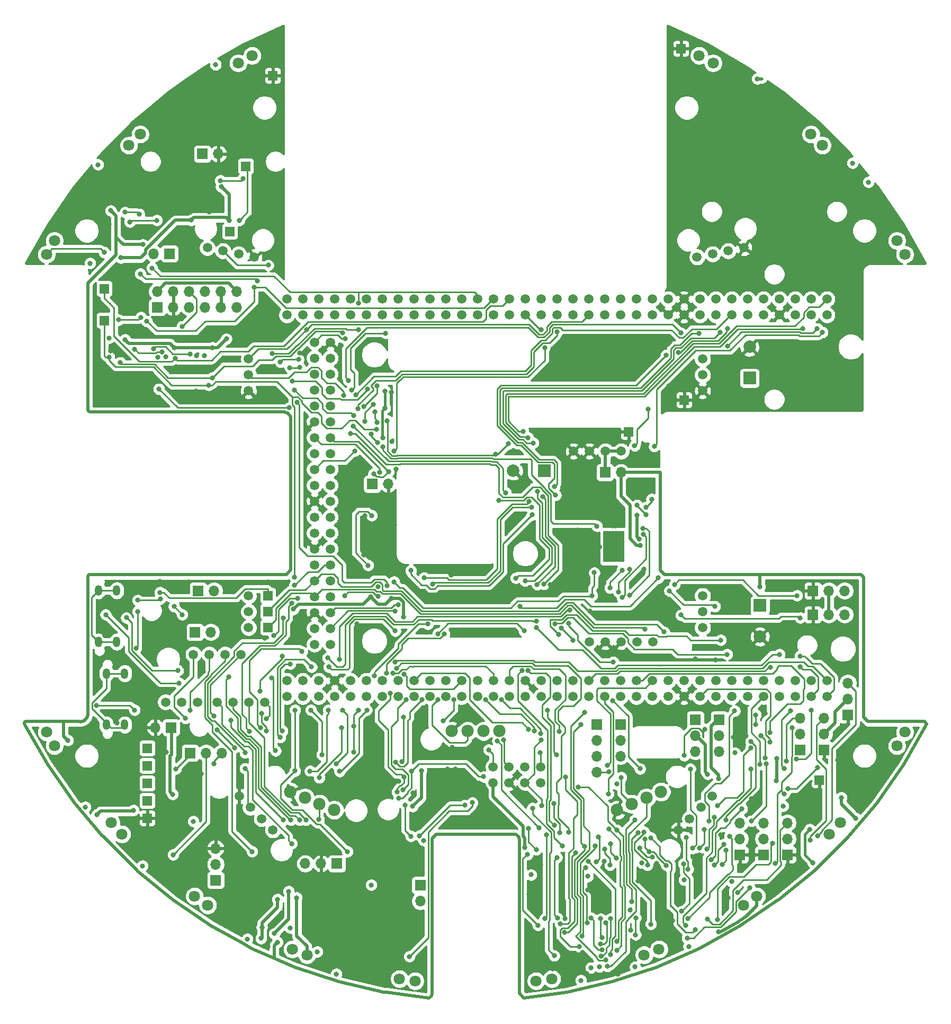
<source format=gbr>
G04 #@! TF.GenerationSoftware,KiCad,Pcbnew,5.1.9-73d0e3b20d~88~ubuntu20.04.1*
G04 #@! TF.CreationDate,2020-12-30T10:14:53-08:00*
G04 #@! TF.ProjectId,master_board,6d617374-6572-45f6-926f-6172642e6b69,Rev. A*
G04 #@! TF.SameCoordinates,Original*
G04 #@! TF.FileFunction,Copper,L4,Bot*
G04 #@! TF.FilePolarity,Positive*
%FSLAX46Y46*%
G04 Gerber Fmt 4.6, Leading zero omitted, Abs format (unit mm)*
G04 Created by KiCad (PCBNEW 5.1.9-73d0e3b20d~88~ubuntu20.04.1) date 2020-12-30 10:14:53*
%MOMM*%
%LPD*%
G01*
G04 APERTURE LIST*
G04 #@! TA.AperFunction,ComponentPad*
%ADD10C,2.000000*%
G04 #@! TD*
G04 #@! TA.AperFunction,ComponentPad*
%ADD11R,2.000000X2.000000*%
G04 #@! TD*
G04 #@! TA.AperFunction,ComponentPad*
%ADD12O,1.700000X1.700000*%
G04 #@! TD*
G04 #@! TA.AperFunction,ComponentPad*
%ADD13R,1.700000X1.700000*%
G04 #@! TD*
G04 #@! TA.AperFunction,ComponentPad*
%ADD14C,1.520000*%
G04 #@! TD*
G04 #@! TA.AperFunction,ComponentPad*
%ADD15C,0.600000*%
G04 #@! TD*
G04 #@! TA.AperFunction,SMDPad,CuDef*
%ADD16R,3.400000X5.000000*%
G04 #@! TD*
G04 #@! TA.AperFunction,ComponentPad*
%ADD17C,1.800000*%
G04 #@! TD*
G04 #@! TA.AperFunction,ComponentPad*
%ADD18C,1.980000*%
G04 #@! TD*
G04 #@! TA.AperFunction,ComponentPad*
%ADD19O,1.200000X1.700000*%
G04 #@! TD*
G04 #@! TA.AperFunction,ComponentPad*
%ADD20R,1.500000X1.500000*%
G04 #@! TD*
G04 #@! TA.AperFunction,ViaPad*
%ADD21C,0.800000*%
G04 #@! TD*
G04 #@! TA.AperFunction,Conductor*
%ADD22C,0.500000*%
G04 #@! TD*
G04 #@! TA.AperFunction,Conductor*
%ADD23C,0.250000*%
G04 #@! TD*
G04 #@! TA.AperFunction,Conductor*
%ADD24C,0.400000*%
G04 #@! TD*
G04 #@! TA.AperFunction,Conductor*
%ADD25C,0.254000*%
G04 #@! TD*
G04 #@! TA.AperFunction,Conductor*
%ADD26C,0.100000*%
G04 #@! TD*
G04 APERTURE END LIST*
D10*
X106030000Y-96390000D03*
D11*
X111030000Y-96390000D03*
D10*
X145470000Y-122910000D03*
D11*
X145470000Y-117910000D03*
D12*
X48768000Y-137414000D03*
D13*
X51308000Y-137414000D03*
D12*
X159004000Y-115570000D03*
X156464000Y-115570000D03*
D13*
X153924000Y-115570000D03*
D14*
X62484000Y-125730000D03*
X59944000Y-125730000D03*
X57404000Y-125730000D03*
X54864000Y-125730000D03*
X66294000Y-133350000D03*
X63754000Y-133350000D03*
X61214000Y-133350000D03*
X58674000Y-133350000D03*
X55499000Y-133350000D03*
X52959000Y-133350000D03*
X50419000Y-133350000D03*
D12*
X138938000Y-141224000D03*
X138938000Y-138684000D03*
D13*
X138938000Y-136144000D03*
D12*
X123190000Y-141986000D03*
X123190000Y-139446000D03*
D13*
X123190000Y-136906000D03*
D12*
X135128000Y-141224000D03*
X135128000Y-138684000D03*
D13*
X135128000Y-136144000D03*
D12*
X119380000Y-144526000D03*
X119380000Y-141986000D03*
X119380000Y-139446000D03*
D13*
X119380000Y-136906000D03*
D12*
X61800000Y-67760000D03*
X61800000Y-70300000D03*
X59260000Y-67760000D03*
X59260000Y-70300000D03*
X56720000Y-67760000D03*
X56720000Y-70300000D03*
X54180000Y-67760000D03*
X54180000Y-70300000D03*
X51640000Y-67760000D03*
X51640000Y-70300000D03*
X49100000Y-67760000D03*
D13*
X49100000Y-70300000D03*
D12*
X159512000Y-130302000D03*
X159512000Y-132842000D03*
D13*
X159512000Y-135382000D03*
D12*
X159004000Y-119380000D03*
X156464000Y-119380000D03*
D13*
X153924000Y-119380000D03*
D12*
X146030000Y-152654000D03*
X146030000Y-155194000D03*
D13*
X146030000Y-157734000D03*
D12*
X151892000Y-135890000D03*
X151892000Y-138430000D03*
D13*
X151892000Y-140970000D03*
D12*
X86020000Y-98540000D03*
D13*
X83480000Y-98540000D03*
D12*
X72752000Y-159148000D03*
X75292000Y-159148000D03*
D13*
X77832000Y-159148000D03*
D12*
X123238260Y-96657160D03*
D13*
X120698260Y-96657160D03*
D12*
X48514000Y-61722000D03*
D13*
X51054000Y-61722000D03*
D12*
X59436000Y-141478000D03*
X56896000Y-141478000D03*
D13*
X54356000Y-141478000D03*
D12*
X58420000Y-156718000D03*
X58420000Y-159258000D03*
D13*
X58420000Y-161798000D03*
D15*
X121002000Y-106318000D03*
X122102000Y-106318000D03*
X123202000Y-106318000D03*
X121002000Y-107418000D03*
X122102000Y-107418000D03*
X123202000Y-107418000D03*
X121002000Y-108518000D03*
X122102000Y-108518000D03*
X123202000Y-108518000D03*
X121002000Y-109618000D03*
X122102000Y-109618000D03*
X123202000Y-109618000D03*
X123202000Y-110718000D03*
X122102000Y-110718000D03*
X121002000Y-110718000D03*
D16*
X122102000Y-108518000D03*
D14*
X128330000Y-123720000D03*
X125790000Y-123720000D03*
X123250000Y-123720000D03*
X120710000Y-123720000D03*
X118170000Y-123720000D03*
X123290000Y-93280000D03*
X120750000Y-93280000D03*
X118210000Y-93280000D03*
X115670000Y-93280000D03*
X69828500Y-132475800D03*
X72368500Y-132475800D03*
X74908500Y-132475800D03*
X77448500Y-132475800D03*
X79988500Y-132475800D03*
X82528500Y-132475800D03*
X85068500Y-132475800D03*
X87608500Y-132475800D03*
X90148500Y-132475800D03*
X92688500Y-132475800D03*
X95228500Y-132475800D03*
X97768500Y-132475800D03*
X100308500Y-132475800D03*
X102848500Y-132475800D03*
X105388500Y-132475800D03*
X107928500Y-132475800D03*
X110468500Y-132475800D03*
X113008500Y-132475800D03*
X115548500Y-132475800D03*
X118088500Y-132475800D03*
X120628500Y-132475800D03*
X123168500Y-132475800D03*
X125708500Y-132475800D03*
X128248500Y-132475800D03*
X130788500Y-132475800D03*
X133328500Y-132475800D03*
X135868500Y-132475800D03*
X138408500Y-132475800D03*
X140948500Y-132475800D03*
X143488500Y-132475800D03*
X146028500Y-132475800D03*
X148568500Y-132475800D03*
X151108500Y-132475800D03*
X153648500Y-132475800D03*
X156188500Y-132475800D03*
X69828500Y-129935800D03*
X72368500Y-129935800D03*
X74908500Y-129935800D03*
X77448500Y-129935800D03*
X79988500Y-129935800D03*
X82528500Y-129935800D03*
X85068500Y-129935800D03*
X87608500Y-129935800D03*
X90148500Y-129935800D03*
X92688500Y-129935800D03*
X95228500Y-129935800D03*
X97768500Y-129935800D03*
X100308500Y-129935800D03*
X102848500Y-129935800D03*
X105388500Y-129935800D03*
X107928500Y-129935800D03*
X110468500Y-129935800D03*
X113008500Y-129935800D03*
X115548500Y-129935800D03*
X118088500Y-129935800D03*
X120628500Y-129935800D03*
X123168500Y-129935800D03*
X125708500Y-129935800D03*
X128248500Y-129935800D03*
X130788500Y-129935800D03*
X133328500Y-129935800D03*
X135868500Y-129935800D03*
X138408500Y-129935800D03*
X140948500Y-129935800D03*
X143488500Y-129935800D03*
X146028500Y-129935800D03*
X148568500Y-129935800D03*
X151108500Y-129935800D03*
X153648500Y-129935800D03*
X156188500Y-129935800D03*
X69828500Y-71515800D03*
X72368500Y-71515800D03*
X74908500Y-71515800D03*
X77448500Y-71515800D03*
X79988500Y-71515800D03*
X82528500Y-71515800D03*
X85068500Y-71515800D03*
X87608500Y-71515800D03*
X90148500Y-71515800D03*
X92688500Y-71515800D03*
X95228500Y-71515800D03*
X97768500Y-71515800D03*
X100308500Y-71515800D03*
X102848500Y-71515800D03*
X105388500Y-71515800D03*
X107928500Y-71515800D03*
X110468500Y-71515800D03*
X113008500Y-71515800D03*
X115548500Y-71515800D03*
X118088500Y-71515800D03*
X120628500Y-71515800D03*
X123168500Y-71515800D03*
X125708500Y-71515800D03*
X128248500Y-71515800D03*
X130788500Y-71515800D03*
X133328500Y-71515800D03*
X135868500Y-71515800D03*
X138408500Y-71515800D03*
X140948500Y-71515800D03*
X143488500Y-71515800D03*
X146028500Y-71515800D03*
X148568500Y-71515800D03*
X151108500Y-71515800D03*
X153648500Y-71515800D03*
X156188500Y-71515800D03*
X69828500Y-68975800D03*
X72368500Y-68975800D03*
X74908500Y-68975800D03*
X77448500Y-68975800D03*
X79988500Y-68975800D03*
X82528500Y-68975800D03*
X85068500Y-68975800D03*
X87608500Y-68975800D03*
X90148500Y-68975800D03*
X92688500Y-68975800D03*
X95228500Y-68975800D03*
X97768500Y-68975800D03*
X100308500Y-68975800D03*
X102848500Y-68975800D03*
X105388500Y-68975800D03*
X107928500Y-68975800D03*
X110468500Y-68975800D03*
X113008500Y-68975800D03*
X115548500Y-68975800D03*
X118088500Y-68975800D03*
X120628500Y-68975800D03*
X123168500Y-68975800D03*
X125708500Y-68975800D03*
X128248500Y-68975800D03*
X130788500Y-68975800D03*
X133328500Y-68975800D03*
X135868500Y-68975800D03*
X138408500Y-68975800D03*
X140948500Y-68975800D03*
X143488500Y-68975800D03*
X146028500Y-68975800D03*
X148568500Y-68975800D03*
X151108500Y-68975800D03*
X153648500Y-68975800D03*
X156188500Y-68975800D03*
X74230000Y-75870000D03*
X74230000Y-78410000D03*
X74230000Y-80950000D03*
X74230000Y-83490000D03*
X74230000Y-86030000D03*
X74230000Y-88570000D03*
X74230000Y-91110000D03*
X74230000Y-93650000D03*
X74230000Y-96190000D03*
X74230000Y-98730000D03*
X74230000Y-101270000D03*
X74230000Y-103810000D03*
X74230000Y-106350000D03*
X74230000Y-108890000D03*
X74230000Y-111430000D03*
X74230000Y-113970000D03*
X74230000Y-116510000D03*
X74230000Y-119050000D03*
X74230000Y-121590000D03*
X74230000Y-124130000D03*
X76770000Y-75870000D03*
X76770000Y-78410000D03*
X76770000Y-80950000D03*
X76770000Y-83490000D03*
X76770000Y-86030000D03*
X76770000Y-88570000D03*
X76770000Y-91110000D03*
X76770000Y-93650000D03*
X76770000Y-96190000D03*
X76770000Y-98730000D03*
X76770000Y-101270000D03*
X76770000Y-103810000D03*
X76770000Y-106350000D03*
X76770000Y-108890000D03*
X76770000Y-111430000D03*
X76770000Y-113970000D03*
X76770000Y-116510000D03*
X76770000Y-119050000D03*
X76770000Y-121590000D03*
X76770000Y-124130000D03*
X110435000Y-143690000D03*
X107895000Y-143690000D03*
X105355000Y-143690000D03*
X102815000Y-143690000D03*
X110435000Y-146230000D03*
X107895000Y-146230000D03*
X105355000Y-146230000D03*
X102815000Y-146230000D03*
X132423123Y-153789877D03*
X134219174Y-151993826D03*
X136015226Y-150197774D03*
X137811277Y-148401723D03*
X62188723Y-148401723D03*
X63984774Y-150197774D03*
X65780826Y-151993826D03*
X67576877Y-153789877D03*
X64588539Y-62268533D03*
X62096913Y-61775178D03*
X59605287Y-61281822D03*
X57113661Y-60788467D03*
X142886339Y-60788467D03*
X140394713Y-61281822D03*
X137903087Y-61775178D03*
X135411461Y-62268533D03*
X63700000Y-116380000D03*
X63700000Y-118920000D03*
X63700000Y-121460000D03*
X63700000Y-78540000D03*
X63700000Y-81080000D03*
X63700000Y-83620000D03*
X136300000Y-116380000D03*
X136300000Y-118920000D03*
X136300000Y-121460000D03*
X136300000Y-78540000D03*
X136300000Y-81080000D03*
X136300000Y-83620000D03*
D17*
X167348000Y-140349852D03*
X168618000Y-138150148D03*
X156545162Y-154465719D03*
X158277438Y-152608081D03*
X142843722Y-165789575D03*
X144949478Y-164369225D03*
X126946253Y-173741227D03*
X129317547Y-172830973D03*
X109667460Y-177912750D03*
X112182740Y-177559250D03*
X87817260Y-177559250D03*
X90332540Y-177912750D03*
X70682453Y-172830973D03*
X73053747Y-173741227D03*
X55050522Y-164369225D03*
X57156278Y-165789575D03*
X41722562Y-152608081D03*
X43454838Y-154465719D03*
X31382000Y-138150148D03*
X32652000Y-140349852D03*
X32652000Y-59650148D03*
X31382000Y-61849852D03*
X46382862Y-42649584D03*
X44555738Y-44414016D03*
X64267843Y-30092371D03*
X62025157Y-31284829D03*
X137974843Y-31284829D03*
X135732157Y-30092371D03*
X155444262Y-44414016D03*
X153617138Y-42649584D03*
X168618000Y-61849852D03*
X167348000Y-59650148D03*
D18*
X122606119Y-150594024D03*
X124952773Y-149622008D03*
X127299427Y-148649992D03*
X129646081Y-147677976D03*
X96190000Y-138000000D03*
X98730000Y-138000000D03*
X101270000Y-138000000D03*
X103810000Y-138000000D03*
X70353919Y-147677976D03*
X72700573Y-148649992D03*
X75047227Y-149622008D03*
X77393881Y-150594024D03*
D19*
X43888000Y-128778000D03*
X40948000Y-128778000D03*
X43888000Y-136978000D03*
X40948000Y-136978000D03*
X42618000Y-115534000D03*
X39678000Y-115534000D03*
X42618000Y-123734000D03*
X39678000Y-123734000D03*
D12*
X155702000Y-135890000D03*
X155702000Y-138430000D03*
D13*
X155702000Y-140970000D03*
D12*
X149860000Y-152654000D03*
X149860000Y-155194000D03*
D13*
X149860000Y-157734000D03*
D12*
X142240000Y-152654000D03*
X142240000Y-155194000D03*
D13*
X142240000Y-157734000D03*
D20*
X66802000Y-118872000D03*
X66802000Y-121412000D03*
X40640000Y-72390000D03*
X60706000Y-58166000D03*
X40640000Y-67310000D03*
X63246000Y-47752000D03*
D12*
X58852000Y-45798000D03*
D13*
X56312000Y-45798000D03*
D20*
X47498000Y-151892000D03*
X47498000Y-149098000D03*
X47498000Y-146304000D03*
X47498000Y-143510000D03*
X47498000Y-140716000D03*
X154940000Y-145796000D03*
X67564000Y-33274000D03*
X132842000Y-28956000D03*
X124460000Y-90170000D03*
X133350000Y-85090000D03*
X66802000Y-116332000D03*
D12*
X58166000Y-115570000D03*
D13*
X55626000Y-115570000D03*
D12*
X91142000Y-165148000D03*
D13*
X91142000Y-162608000D03*
D12*
X57658000Y-122174000D03*
D13*
X55118000Y-122174000D03*
D10*
X143800000Y-76610000D03*
D11*
X143800000Y-81610000D03*
D21*
X70358000Y-169418000D03*
X141478008Y-141474453D03*
X54864000Y-152400000D03*
X118452000Y-175798000D03*
X83312000Y-162560000D03*
X56637340Y-77982660D03*
X50468756Y-78198789D03*
X65830000Y-169350000D03*
X39460189Y-151353476D03*
X68326000Y-164846000D03*
X45300010Y-150637594D03*
X137104096Y-144881032D03*
X65693952Y-171107990D03*
X67802406Y-170345990D03*
X70104000Y-163576000D03*
X34798009Y-139465020D03*
X145470001Y-114906979D03*
X68313037Y-171716958D03*
X46790713Y-60281017D03*
X41660660Y-54859340D03*
X126318042Y-108299969D03*
X87595436Y-117802885D03*
X81287620Y-73855580D03*
X67434460Y-77684470D03*
X121227096Y-148012904D03*
X53569446Y-135922332D03*
X61499926Y-140634478D03*
X58634015Y-137768568D03*
X127111760Y-121700130D03*
X122870363Y-115818045D03*
X124582340Y-112136340D03*
X88500011Y-135801579D03*
X88227000Y-142897979D03*
X147066000Y-139700000D03*
X66511010Y-135975695D03*
X145468012Y-143292990D03*
X131826000Y-114554000D03*
X151384000Y-116332000D03*
X151924498Y-127746217D03*
X132850000Y-119450000D03*
X121500000Y-115104714D03*
X151892000Y-119888000D03*
X151892000Y-125984000D03*
X123444000Y-112268000D03*
X108458000Y-137668000D03*
X123276682Y-145375737D03*
X93958494Y-132962336D03*
X96498506Y-132962335D03*
X94812000Y-136328000D03*
X75001945Y-145435040D03*
X78541880Y-137485844D03*
X87150000Y-122000000D03*
X88577943Y-128875235D03*
X73525000Y-144375043D03*
X76546956Y-127752489D03*
X76454000Y-134635811D03*
X63144968Y-143973050D03*
X86778875Y-128753555D03*
X78913485Y-84348127D03*
X113321106Y-138034705D03*
X58181905Y-135621660D03*
X144780000Y-136906000D03*
X147129153Y-127775789D03*
X144780000Y-135382000D03*
X123442113Y-116638487D03*
X126856650Y-106569733D03*
X124587491Y-116268056D03*
X126712663Y-105580141D03*
X147066000Y-138176000D03*
X131000000Y-115600000D03*
X138237660Y-118087511D03*
X127556260Y-86570820D03*
X125417538Y-92401942D03*
X127244839Y-103437492D03*
X125813820Y-101914960D03*
X130159760Y-122161300D03*
X87361315Y-127940667D03*
X114906990Y-154117031D03*
X119613021Y-154933755D03*
X119312000Y-158898000D03*
X139192000Y-123444000D03*
X141414024Y-134758010D03*
X137312000Y-152368000D03*
X113236838Y-122530766D03*
X110421678Y-138385863D03*
X104118494Y-132962337D03*
X134322000Y-144018000D03*
X134731760Y-156715460D03*
X107404846Y-128325635D03*
X113852000Y-156368000D03*
X120615425Y-156851941D03*
X121485660Y-159372300D03*
X126252890Y-156684063D03*
X128266826Y-158131450D03*
X108404856Y-128325042D03*
X112604776Y-153055908D03*
X127049994Y-155236039D03*
X117562712Y-159766332D03*
X127749402Y-157275707D03*
X130489960Y-159440880D03*
X132959326Y-166772282D03*
X133250940Y-159181800D03*
X117886281Y-168631207D03*
X72934662Y-73901898D03*
X140208002Y-125730000D03*
X112660665Y-120888623D03*
X101578506Y-132962337D03*
X80481010Y-87601207D03*
X80467726Y-89292153D03*
X104827023Y-99916979D03*
X109406695Y-137984231D03*
X110507690Y-139382169D03*
X101287310Y-145282991D03*
X89752000Y-144398000D03*
X112508415Y-149541664D03*
X113430315Y-154246120D03*
X110553079Y-149906908D03*
X80814734Y-84271056D03*
X71069956Y-83501748D03*
X122523721Y-158312037D03*
X121570851Y-156000148D03*
X87702537Y-148746944D03*
X133722973Y-154992180D03*
X133975950Y-160040320D03*
X70358000Y-127254000D03*
X69086612Y-137945906D03*
X110284022Y-141429978D03*
X80668647Y-93232530D03*
X82161348Y-86115515D03*
X84255194Y-82835325D03*
X62230000Y-56388000D03*
X47397025Y-72497671D03*
X64589670Y-67120351D03*
X51938340Y-78449010D03*
X88878506Y-132962337D03*
X83384734Y-103560367D03*
X82324528Y-88511165D03*
X82804000Y-111506000D03*
X132846655Y-74417336D03*
X83611359Y-85830000D03*
X79659480Y-81960720D03*
X88404742Y-147378524D03*
X102090992Y-140986978D03*
X135730508Y-74479943D03*
X107906401Y-113993081D03*
X73767452Y-127752489D03*
X68742942Y-138974990D03*
X112621060Y-98910140D03*
X76383301Y-126291398D03*
X109691010Y-120438612D03*
X109932595Y-99715320D03*
X89650000Y-112350000D03*
X104487989Y-139443857D03*
X109002990Y-103458796D03*
X84394495Y-114933762D03*
X84379676Y-116451580D03*
X79064082Y-116332000D03*
X109220000Y-91948000D03*
X65568346Y-137414026D03*
X139085611Y-74278620D03*
X72240713Y-125298197D03*
X59182000Y-50038000D03*
X62802000Y-49758000D03*
X85750000Y-128750000D03*
X108933517Y-102237221D03*
X86338506Y-131989264D03*
X94979635Y-122455476D03*
X108387940Y-91139294D03*
X93086770Y-114506850D03*
X87468181Y-147737804D03*
X88512219Y-145334184D03*
X84655989Y-96641651D03*
X83291998Y-90519666D03*
X84341121Y-91930644D03*
X86106000Y-96520008D03*
X83692529Y-96909545D03*
X71119110Y-134635811D03*
X71119110Y-144343219D03*
X79502000Y-157226000D03*
X87093092Y-118836906D03*
X64262000Y-157226000D03*
X108260896Y-157698687D03*
X109971671Y-169001552D03*
X60863458Y-136310777D03*
X54356000Y-134620000D03*
X126936748Y-154097722D03*
X69292000Y-152218000D03*
X127472440Y-159405320D03*
X145645347Y-138728228D03*
X146337665Y-142249713D03*
X136652000Y-137668000D03*
X133350000Y-141898530D03*
X53081340Y-73354090D03*
X45466000Y-76962000D03*
X49820608Y-77424143D03*
X113722299Y-121503159D03*
X115604676Y-123460412D03*
X132374564Y-77482762D03*
X130474541Y-77950060D03*
X112796319Y-100302060D03*
X110702284Y-100499669D03*
X116840000Y-136906000D03*
X109841786Y-114577944D03*
X140303318Y-73674905D03*
X120837779Y-174560954D03*
X66854891Y-63568839D03*
X81280000Y-134635811D03*
X116436189Y-146905722D03*
X122552000Y-173028000D03*
X122561802Y-153781820D03*
X68770785Y-79047056D03*
X71678800Y-78635860D03*
X80512920Y-137175240D03*
X80479050Y-141375550D03*
X121281652Y-153667641D03*
X122567655Y-171577987D03*
X117027010Y-170770050D03*
X119103362Y-156365515D03*
X74904676Y-152112030D03*
X103494986Y-139562017D03*
X110182000Y-153418000D03*
X115957201Y-157457598D03*
X116552000Y-172418000D03*
X121046531Y-175548001D03*
X138684000Y-149860000D03*
X144003574Y-140670806D03*
X128030869Y-155041337D03*
X135085641Y-169737989D03*
X63144968Y-141442291D03*
X49022000Y-56388000D03*
X44704000Y-56642000D03*
X46385021Y-64944697D03*
X65120041Y-66048730D03*
X69223040Y-119929060D03*
X125947010Y-154240701D03*
X128012766Y-168832188D03*
X70166777Y-86358258D03*
X49356793Y-83348990D03*
X67394690Y-129464629D03*
X68013609Y-141129021D03*
X67767634Y-122746930D03*
X71519967Y-116814495D03*
X109103059Y-150290068D03*
X112562000Y-173868000D03*
X73660000Y-134635811D03*
X70298030Y-79937890D03*
X71893850Y-79909250D03*
X75444079Y-141762602D03*
X89408000Y-173990000D03*
X99475248Y-149434008D03*
X107621181Y-90104500D03*
X83800000Y-129150000D03*
X108561431Y-101309010D03*
X82594448Y-134635811D03*
X78252000Y-144423010D03*
X91770200Y-113499900D03*
X92383338Y-120888623D03*
X152321045Y-73675811D03*
X91039456Y-154691961D03*
X98266422Y-149823000D03*
X78718503Y-134635811D03*
X77692000Y-143238000D03*
X140253720Y-76488450D03*
X154636640Y-73700704D03*
X127244839Y-102247521D03*
X128150620Y-100931980D03*
X115043294Y-118700054D03*
X78192936Y-126550000D03*
X88726412Y-149820627D03*
X89652000Y-154778000D03*
X91418494Y-132962337D03*
X107760249Y-121996390D03*
X93980000Y-122428000D03*
X87227317Y-142973632D03*
X155463240Y-74287380D03*
X128566580Y-92508740D03*
X129234012Y-113529192D03*
X107073700Y-118033800D03*
X54356000Y-77724000D03*
X48514000Y-76895070D03*
X117982000Y-158808000D03*
X121532162Y-173706709D03*
X144021091Y-139663004D03*
X124932000Y-165228000D03*
X140025583Y-152183030D03*
X125452155Y-152210610D03*
X120056249Y-173937068D03*
X121574560Y-167967660D03*
X120828561Y-168644090D03*
X120001714Y-171970550D03*
X120217621Y-170994123D03*
X120004323Y-167964454D03*
X125582000Y-170528000D03*
X125608826Y-167813055D03*
X120209141Y-172948813D03*
X118482000Y-167828000D03*
X46792000Y-53478000D03*
X86990000Y-105000000D03*
X82322340Y-103597660D03*
X86990000Y-105000000D03*
X84970000Y-110220056D03*
X54027148Y-53732862D03*
X82161660Y-109838340D03*
X50686000Y-46114000D03*
X40172491Y-84262491D03*
X116524793Y-111128116D03*
X102870000Y-122428000D03*
X92072000Y-122218000D03*
X83812000Y-143138000D03*
X126900000Y-112168006D03*
X123190000Y-104902000D03*
X152527000Y-149987000D03*
X141224000Y-138938000D03*
X146304000Y-135128000D03*
X40640000Y-116840000D03*
X40684000Y-122682000D03*
X41424000Y-121942000D03*
X49530000Y-114046000D03*
X56134000Y-144780000D03*
X86614000Y-91694000D03*
X46482000Y-137160000D03*
X42672000Y-136652000D03*
X41973791Y-135636000D03*
X39370000Y-130048000D03*
X39115998Y-136144000D03*
X45465998Y-129794000D03*
X57416698Y-55113729D03*
X86512816Y-83823524D03*
X50636724Y-52360990D03*
X56505765Y-128499505D03*
X78994000Y-148844000D03*
X90002000Y-147873000D03*
X122732779Y-176838437D03*
X108502000Y-164058000D03*
X124765699Y-169761747D03*
X117122000Y-173368000D03*
X124707010Y-166582573D03*
X144102000Y-148778000D03*
X55892000Y-37618000D03*
X125942000Y-161898000D03*
X120593170Y-158751964D03*
X83058000Y-157988000D03*
X73660000Y-145542000D03*
X77470000Y-173482000D03*
X44213784Y-117782966D03*
X95504000Y-144018000D03*
X86614000Y-167132000D03*
X46078174Y-84770274D03*
X44704000Y-73914000D03*
X41656000Y-77216000D03*
X96773999Y-144018000D03*
X54864000Y-159004000D03*
X143614140Y-35303460D03*
X156220160Y-50802540D03*
X143159480Y-65615820D03*
X135745220Y-66347340D03*
X151696420Y-65796160D03*
X115869720Y-75506580D03*
X126268480Y-75346560D03*
X149748240Y-76217780D03*
X138927840Y-85153500D03*
X130896360Y-82804000D03*
X116303872Y-105900012D03*
X117450001Y-100215299D03*
X106030000Y-104617760D03*
X126682500Y-98557080D03*
X126822200Y-94200980D03*
X55321020Y-83676330D03*
X55372000Y-78025150D03*
X49220581Y-78250199D03*
X41424860Y-56989980D03*
X32801560Y-56870600D03*
X42097960Y-45085000D03*
X64373760Y-72722740D03*
X69575680Y-74348340D03*
X65872360Y-80601820D03*
X51320700Y-63586360D03*
X55758080Y-63451740D03*
X43736260Y-66735960D03*
X34726880Y-62425580D03*
X60545980Y-78613000D03*
X46835599Y-66804001D03*
X66845180Y-52923440D03*
X71909940Y-77614780D03*
X81782920Y-81005680D03*
X71391780Y-121851420D03*
X53400960Y-127619760D03*
X66835020Y-114147600D03*
X54117240Y-114155220D03*
X56642000Y-118760240D03*
X53896260Y-120477280D03*
X52438300Y-124170440D03*
X60614560Y-123037600D03*
X66268600Y-123146820D03*
X87261700Y-96116140D03*
X95050000Y-115856883D03*
X111899123Y-114578290D03*
X101663304Y-116422330D03*
X120459500Y-119631460D03*
X118239540Y-118816120D03*
X123014740Y-119664480D03*
X125620780Y-119867680D03*
X128229360Y-119664480D03*
X104630220Y-115570000D03*
X98534220Y-115940840D03*
X80992980Y-126382780D03*
X81013300Y-120837960D03*
X35018980Y-145729960D03*
X42781220Y-142534640D03*
X44903390Y-139769850D03*
X43456440Y-145612700D03*
X50317400Y-161465260D03*
X52659280Y-163756340D03*
X59824620Y-168780460D03*
X64505840Y-170388280D03*
X66791840Y-172438060D03*
X71465440Y-174632620D03*
X44993560Y-157876240D03*
X75292000Y-170389500D03*
X75292000Y-167577720D03*
X75292000Y-165012320D03*
X87010240Y-170035220D03*
X89377520Y-175709580D03*
X49903380Y-148244560D03*
X49801780Y-144586960D03*
X50512980Y-141371320D03*
X83357720Y-150510240D03*
X98277680Y-145135600D03*
X120743980Y-125676660D03*
X123593860Y-126156720D03*
X125851920Y-126296420D03*
X128249680Y-126296420D03*
X130677920Y-126438660D03*
X135138160Y-126464060D03*
X135529320Y-124609860D03*
X138356340Y-126657100D03*
X129745740Y-135539480D03*
X137195560Y-134965440D03*
X151815800Y-152493980D03*
X150558500Y-160357820D03*
X157873700Y-142603220D03*
X160898840Y-145529300D03*
X161142680Y-150111460D03*
X165514020Y-144962880D03*
X133002020Y-164068760D03*
X108569760Y-175950880D03*
X117754400Y-176723040D03*
X139146280Y-154561540D03*
X112321340Y-175950880D03*
X127116840Y-169519600D03*
X141866620Y-163746180D03*
X106682540Y-98828860D03*
X106611420Y-93505020D03*
X96093280Y-113113820D03*
X140736320Y-116519960D03*
X117899180Y-163375340D03*
X96285232Y-140587912D03*
X100558600Y-143324580D03*
X53497480Y-139501880D03*
X113698020Y-159379920D03*
X110403640Y-159400240D03*
X114317780Y-167954960D03*
X87739220Y-146001740D03*
X128923668Y-159133026D03*
X131445000Y-168259760D03*
X140384690Y-164637174D03*
X135787499Y-157781380D03*
X132029200Y-172374560D03*
X124310140Y-146618960D03*
X128897380Y-144630140D03*
X59320000Y-51050000D03*
X60590000Y-56420000D03*
X86500000Y-116800000D03*
X88500000Y-119774979D03*
X91325000Y-144295076D03*
X85163988Y-91150012D03*
X148176979Y-142364377D03*
X54522010Y-56387565D03*
X74676000Y-173228000D03*
X85525404Y-83665279D03*
X85506805Y-86400186D03*
X70895131Y-118520581D03*
X148110937Y-145954764D03*
X107825020Y-156551036D03*
X108877000Y-160948000D03*
X119814796Y-175619119D03*
X125505466Y-175653562D03*
X140923649Y-162011031D03*
X89927000Y-150017680D03*
X91694000Y-155448000D03*
X57912000Y-76708000D03*
X51816000Y-76708000D03*
X60161010Y-75332143D03*
X43942000Y-75438000D03*
X41402000Y-75184000D03*
X43280858Y-62381378D03*
X83214161Y-116524472D03*
X117934740Y-161193480D03*
X126543883Y-159034096D03*
X133347376Y-161759810D03*
X45976143Y-117093360D03*
X49570000Y-116880000D03*
X70573759Y-117573616D03*
X63869729Y-138065534D03*
X51642000Y-157738000D03*
X71061092Y-114662989D03*
X138848650Y-145581043D03*
X85598000Y-74422000D03*
X80010000Y-90424000D03*
X121920000Y-133096000D03*
X80182292Y-83496433D03*
X114855766Y-120749133D03*
X121998740Y-126961900D03*
X110900421Y-114527122D03*
X126291340Y-144015460D03*
X103725000Y-101092000D03*
X106426000Y-113538000D03*
X148590000Y-125730000D03*
X150320597Y-134727555D03*
X86986681Y-93274066D03*
X149352000Y-143961966D03*
X111048800Y-76720700D03*
X109728984Y-121437903D03*
X150626660Y-137418660D03*
X149344283Y-148008187D03*
X149196088Y-149959225D03*
X139734010Y-156059150D03*
X138151990Y-159414196D03*
X147872323Y-159127412D03*
X154686000Y-154686000D03*
X142590757Y-150404562D03*
X137648606Y-158550119D03*
X146466690Y-143241366D03*
X153626933Y-134635811D03*
X151275999Y-142420020D03*
X144092000Y-152338000D03*
X138140002Y-151733019D03*
X136950592Y-156813108D03*
X136592906Y-153715843D03*
X135816340Y-156667200D03*
X133925055Y-167972023D03*
X140604629Y-154831447D03*
X137063173Y-168011935D03*
X144018000Y-144018000D03*
X149671895Y-142792582D03*
X133571957Y-169017798D03*
X153483830Y-155411010D03*
X138648440Y-168120060D03*
X147509982Y-155946871D03*
X140048763Y-157010312D03*
X139441787Y-159268153D03*
X143802000Y-163008000D03*
X133843786Y-171057228D03*
X39370000Y-133858000D03*
X45466000Y-134620000D03*
X40847977Y-119380000D03*
X52577994Y-130302000D03*
X44148016Y-119873992D03*
X52415807Y-128290211D03*
X49530000Y-115824000D03*
X105263606Y-92105579D03*
X85847340Y-88396660D03*
X110485200Y-73893960D03*
X103180327Y-93800947D03*
X42950000Y-72290000D03*
X81240000Y-69620000D03*
X46482000Y-71882000D03*
X48260000Y-64008000D03*
X85126990Y-92549056D03*
X119380000Y-105243470D03*
X79154137Y-75304479D03*
X69088000Y-125984000D03*
X65786000Y-135128000D03*
X66548000Y-137922000D03*
X65532000Y-131572000D03*
X114412000Y-145318000D03*
X113539773Y-168777479D03*
X122571350Y-146465695D03*
X43958000Y-55111998D03*
X46198366Y-55401634D03*
X70604746Y-155968134D03*
X109682000Y-156938000D03*
X71873177Y-152204174D03*
X108477200Y-153574279D03*
X111333000Y-154518864D03*
X72878403Y-152184081D03*
X111041180Y-167972740D03*
X118974990Y-112686048D03*
X85844506Y-114804148D03*
X86956340Y-114143660D03*
X118618000Y-116332000D03*
X117439360Y-134974937D03*
X114224473Y-170172968D03*
X117411426Y-156457967D03*
X71417914Y-85511437D03*
X82717948Y-83390416D03*
X70667343Y-82053795D03*
X84142000Y-89748000D03*
X60509999Y-129343999D03*
X112982000Y-158188000D03*
X70462000Y-152208000D03*
X41402000Y-78232000D03*
X71069956Y-113433737D03*
X57332000Y-82734310D03*
X113090960Y-167883840D03*
X83897726Y-86983945D03*
X84247328Y-88705518D03*
X57912000Y-81534000D03*
X78711287Y-74407870D03*
X43167300Y-79104650D03*
X45974000Y-118872000D03*
X45720000Y-124714000D03*
X53086000Y-119380000D03*
X51783595Y-118077595D03*
X145034000Y-33782000D03*
X160274000Y-47244000D03*
X160782000Y-151892000D03*
X158496000Y-148590000D03*
X153924000Y-159004000D03*
X153416000Y-153670000D03*
X116840000Y-177800000D03*
X77724000Y-176784000D03*
X63500000Y-171196000D03*
X46736000Y-159512000D03*
X37592000Y-150114000D03*
X38354000Y-63246000D03*
X39624000Y-47498000D03*
X58431764Y-31516392D03*
X162814000Y-50292000D03*
X134069571Y-172414399D03*
X125841760Y-103492300D03*
X126183303Y-107309075D03*
X51562000Y-148082000D03*
X121289989Y-144508220D03*
X111505110Y-134635811D03*
X121058670Y-143450847D03*
X112947610Y-141760790D03*
X87156969Y-126961756D03*
X81218941Y-86486914D03*
X113021731Y-74225836D03*
X138873450Y-170020262D03*
X40612650Y-61527947D03*
X71374000Y-164592000D03*
X58166000Y-143219010D03*
X52070000Y-144018000D03*
X154686000Y-143764000D03*
X149920135Y-147190618D03*
D22*
X41160000Y-150760000D02*
X40053665Y-150760000D01*
X40053665Y-150760000D02*
X39460189Y-151353476D01*
X65830000Y-169350000D02*
X65830000Y-168612000D01*
X65830000Y-168612000D02*
X68326000Y-166116000D01*
X68326000Y-166116000D02*
X68326000Y-164846000D01*
X45177604Y-150760000D02*
X45300010Y-150637594D01*
X41160000Y-150760000D02*
X45177604Y-150760000D01*
X135180000Y-138610000D02*
X136704097Y-140134097D01*
X136704097Y-144481033D02*
X137104096Y-144881032D01*
X136704097Y-140134097D02*
X136704097Y-144481033D01*
X65830000Y-169350000D02*
X65830000Y-170971942D01*
X65830000Y-170971942D02*
X65693952Y-171107990D01*
X27839961Y-136847772D02*
X27833898Y-136829582D01*
X27833898Y-136829582D02*
X27825010Y-136798473D01*
X31531807Y-143325708D02*
X27849066Y-136865981D01*
X27849961Y-136632230D02*
X27851632Y-136628888D01*
X27914488Y-136547276D02*
X27927277Y-136534487D01*
X27927277Y-136534487D02*
X27940635Y-136523800D01*
X27940635Y-136523800D02*
X27960558Y-136510518D01*
X27960558Y-136510518D02*
X28067083Y-136475010D01*
X27834177Y-136679582D02*
X27849961Y-136632230D01*
X27863800Y-136610636D02*
X27914488Y-136547276D01*
X64279717Y-172723235D02*
X62537078Y-171765451D01*
X62537078Y-171765451D02*
X57767828Y-169144184D01*
X27849066Y-136865981D02*
X27839961Y-136847772D01*
X57767828Y-169144184D02*
X51613992Y-164988605D01*
X27851632Y-136628888D02*
X27863800Y-136610636D01*
X40347044Y-154765906D02*
X40313502Y-154763100D01*
X51613992Y-164988605D02*
X45867747Y-160286236D01*
X35786775Y-149409917D02*
X31531807Y-143325708D01*
X40313502Y-154763100D02*
X35786775Y-149409917D01*
X45842956Y-160261818D02*
X40347044Y-154765906D01*
X45867747Y-160286236D02*
X45842956Y-160261818D01*
X27825010Y-136743751D02*
X27834177Y-136679582D01*
X27825010Y-136798473D02*
X27825010Y-136743751D01*
X67803535Y-174258465D02*
X64279717Y-172723235D01*
X67802406Y-170345990D02*
X70104000Y-168044396D01*
X70104000Y-168044396D02*
X70104000Y-163576000D01*
X34113010Y-136475010D02*
X34113010Y-138780021D01*
X34113010Y-138780021D02*
X34798009Y-139465020D01*
X28067083Y-136475010D02*
X34113010Y-136475010D01*
X145470000Y-113010000D02*
X145470001Y-114341294D01*
X145470001Y-114341294D02*
X145470001Y-114906979D01*
X145435010Y-112975010D02*
X145470000Y-113010000D01*
X145435010Y-112975010D02*
X161614933Y-112975010D01*
X161614933Y-112975010D02*
X162024990Y-113385067D01*
X172150933Y-136865982D02*
X168468192Y-143325710D01*
X162024990Y-113385067D02*
X162024990Y-135783374D01*
X162024990Y-135783374D02*
X162716626Y-136475010D01*
X93024990Y-155133010D02*
X93024990Y-179840991D01*
X135720286Y-172723235D02*
X128920157Y-175685864D01*
X128920157Y-175685864D02*
X121861624Y-178022139D01*
X121861624Y-178022139D02*
X114634228Y-179692294D01*
X114634228Y-179692294D02*
X107722553Y-180635643D01*
X163885634Y-149797316D02*
X159421258Y-155076765D01*
X106886349Y-154892349D02*
X106426000Y-154432000D01*
X106426000Y-154432000D02*
X93726000Y-154432000D01*
X93726000Y-154432000D02*
X93024990Y-155133010D01*
X171759961Y-136475010D02*
X172150933Y-136865982D01*
X92965792Y-180287159D02*
X92505362Y-180639719D01*
X92505362Y-180639719D02*
X85728570Y-179740557D01*
X85719382Y-179740557D02*
X85365785Y-179692295D01*
X85728570Y-179740557D02*
X85719382Y-179740557D01*
X85365785Y-179692295D02*
X78138398Y-178022143D01*
X106975010Y-179888100D02*
X106975010Y-155260907D01*
X142232174Y-169144183D02*
X135720286Y-172723235D01*
X106886349Y-155172246D02*
X106886349Y-154892349D01*
X107722553Y-180635643D02*
X106975010Y-179888100D01*
X148364978Y-165002806D02*
X142232174Y-169144183D01*
X148386076Y-164988559D02*
X148364978Y-165002806D01*
X154132247Y-160286242D02*
X148386076Y-164988559D01*
X106975010Y-155260907D02*
X106886349Y-155172246D01*
X159421258Y-155076765D02*
X154132247Y-160286242D01*
X71079858Y-175685869D02*
X67803535Y-174258465D01*
X164213231Y-149409909D02*
X163885634Y-149797316D01*
X168468192Y-143325710D02*
X164213231Y-149409909D01*
X78138398Y-178022143D02*
X71079858Y-175685869D01*
X162716626Y-136475010D02*
X171759961Y-136475010D01*
X93024990Y-179840991D02*
X92965792Y-180287159D01*
X67803535Y-174258465D02*
X67803535Y-172226460D01*
X67803535Y-172226460D02*
X68313037Y-171716958D01*
X43639399Y-60281017D02*
X46225028Y-60281017D01*
X42479191Y-59120809D02*
X43639399Y-60281017D01*
X46225028Y-60281017D02*
X46790713Y-60281017D01*
X42479191Y-59120809D02*
X42479191Y-55677871D01*
X42479191Y-55677871D02*
X42060659Y-55259339D01*
X42060659Y-55259339D02*
X41660660Y-54859340D01*
X129524990Y-112283374D02*
X129524990Y-96667090D01*
X129524990Y-96667090D02*
X129515060Y-96657160D01*
X129515060Y-96657160D02*
X123238260Y-96657160D01*
X145435010Y-112975010D02*
X130216626Y-112975010D01*
X130216626Y-112975010D02*
X129524990Y-112283374D01*
X125752357Y-108299969D02*
X126318042Y-108299969D01*
X123238260Y-96657160D02*
X123238260Y-100495100D01*
X123238260Y-100495100D02*
X124680969Y-101937809D01*
X124680969Y-107228581D02*
X125752357Y-108299969D01*
X124680969Y-101937809D02*
X124680969Y-107228581D01*
X37943521Y-135548244D02*
X37926200Y-135652168D01*
X37975010Y-86772917D02*
X38227083Y-87024990D01*
X36843553Y-136502853D02*
X36805727Y-136483940D01*
X36973553Y-136462853D02*
X36969554Y-136460854D01*
X38227083Y-87024990D02*
X69461396Y-87024990D01*
X69920779Y-87181585D02*
X70475009Y-87735815D01*
X69473553Y-87037147D02*
X69906869Y-87181585D01*
X37818415Y-135906869D02*
X37766151Y-135933001D01*
X37088989Y-136424375D02*
X36973553Y-136462853D01*
X37897552Y-135672631D02*
X37852681Y-135829679D01*
X37299520Y-136351212D02*
X37219778Y-136404372D01*
X36704014Y-136500892D02*
X36667780Y-136475010D01*
X37693367Y-136036286D02*
X37646092Y-136107198D01*
X37469258Y-136236902D02*
X37323097Y-136353831D01*
X42479191Y-61925041D02*
X37975010Y-66429222D01*
X37975010Y-113231526D02*
X37975010Y-135516755D01*
X37926200Y-135652168D02*
X37897552Y-135672631D01*
X37852681Y-135829679D02*
X37842205Y-135835499D01*
X69906869Y-87181585D02*
X69920779Y-87181585D01*
X70475009Y-87735815D02*
X70475009Y-112264185D01*
X37219778Y-136404372D02*
X37206918Y-136401800D01*
X37528009Y-136230375D02*
X37469258Y-136236902D01*
X69461396Y-87024990D02*
X69473553Y-87037147D01*
X38196019Y-113010517D02*
X37975010Y-113231526D01*
X37646092Y-136107198D02*
X37622829Y-136111850D01*
X37766151Y-135933001D02*
X37706088Y-136033106D01*
X37206918Y-136401800D02*
X37145674Y-136438546D01*
X36969554Y-136460854D02*
X36843553Y-136502853D01*
X37323097Y-136353831D02*
X37299520Y-136351212D01*
X69728677Y-113010517D02*
X38196019Y-113010517D01*
X37706088Y-136033106D02*
X37693367Y-136036286D01*
X37145674Y-136438546D02*
X37088989Y-136424375D01*
X37842205Y-135835499D02*
X37818415Y-135906869D01*
X42479191Y-59120809D02*
X42479191Y-61925041D01*
X37975010Y-135516755D02*
X37943521Y-135548244D01*
X70475009Y-112264185D02*
X69728677Y-113010517D01*
X37622829Y-136111850D02*
X37528009Y-136230375D01*
X37975010Y-66429222D02*
X37975010Y-86772917D01*
X36667780Y-136475010D02*
X34113010Y-136475010D01*
X36805727Y-136483940D02*
X36704014Y-136500892D01*
D23*
X86530382Y-118302254D02*
X87029751Y-117802885D01*
X76770000Y-119050000D02*
X77517746Y-118302254D01*
X87029751Y-117802885D02*
X87595436Y-117802885D01*
X77517746Y-118302254D02*
X86530382Y-118302254D01*
X79430880Y-73855580D02*
X79258160Y-73682860D01*
X70130837Y-77684470D02*
X67434460Y-77684470D01*
X71469796Y-76439768D02*
X71375539Y-76439768D01*
X74226704Y-73682860D02*
X71469796Y-76439768D01*
X79258160Y-73682860D02*
X74226704Y-73682860D01*
X71375539Y-76439768D02*
X70130837Y-77684470D01*
X81287620Y-73855580D02*
X79430880Y-73855580D01*
X51816000Y-134168886D02*
X53569446Y-135922332D01*
X51816000Y-132334000D02*
X51816000Y-134168886D01*
X54864000Y-129286000D02*
X51816000Y-132334000D01*
X54864000Y-125730000D02*
X54864000Y-129286000D01*
X61499926Y-140634478D02*
X61099926Y-140234479D01*
X61099926Y-140234479D02*
X58634015Y-137768568D01*
X121227096Y-147447219D02*
X121227096Y-148012904D01*
X121227096Y-145615144D02*
X121227096Y-147447219D01*
X122014999Y-144827241D02*
X121227096Y-145615144D01*
X122014999Y-134937101D02*
X122014999Y-144827241D01*
X120628500Y-133550602D02*
X122014999Y-134937101D01*
X120628500Y-132475800D02*
X120628500Y-133550602D01*
X73638988Y-115918988D02*
X70517011Y-115918988D01*
X74230000Y-116510000D02*
X73638988Y-115918988D01*
X68048027Y-120165973D02*
X66802000Y-121412000D01*
X70517011Y-115918988D02*
X68048027Y-118387972D01*
X68048027Y-118387972D02*
X68048027Y-120165973D01*
X113406755Y-119263591D02*
X114740357Y-117929989D01*
X84161992Y-115726579D02*
X84763172Y-115726579D01*
X75390549Y-115349451D02*
X83784864Y-115349451D01*
X83784864Y-115349451D02*
X84161992Y-115726579D01*
X87956201Y-116050011D02*
X91169780Y-119263591D01*
X84763172Y-115726579D02*
X85086604Y-116050011D01*
X91169780Y-119263591D02*
X113406755Y-119263591D01*
X115298549Y-117929989D02*
X118832470Y-121463910D01*
X126875540Y-121463910D02*
X127111760Y-121700130D01*
X114740357Y-117929989D02*
X115298549Y-117929989D01*
X118832470Y-121463910D02*
X126875540Y-121463910D01*
X85086604Y-116050011D02*
X87956201Y-116050011D01*
X74230000Y-116510000D02*
X75390549Y-115349451D01*
X122870363Y-114237227D02*
X124582340Y-112525250D01*
X122870363Y-115818045D02*
X122870363Y-114237227D01*
X124582340Y-112525250D02*
X124582340Y-112136340D01*
X88500011Y-142624968D02*
X88227000Y-142897979D01*
X88500011Y-135801579D02*
X88500011Y-142624968D01*
X147113501Y-135588499D02*
X146340999Y-136361001D01*
X147066000Y-139249002D02*
X147066000Y-139700000D01*
X137094300Y-131250000D02*
X146490000Y-131250000D01*
X147113501Y-131873501D02*
X147113501Y-135588499D01*
X146340999Y-138524001D02*
X147066000Y-139249002D01*
X135868500Y-132475800D02*
X137094300Y-131250000D01*
X146490000Y-131250000D02*
X147113501Y-131873501D01*
X146340999Y-136361001D02*
X146340999Y-138524001D01*
X67053999Y-134109999D02*
X67053999Y-135432706D01*
X67053999Y-135432706D02*
X66511010Y-135975695D01*
X66294000Y-133350000D02*
X67053999Y-134109999D01*
X146028500Y-132475800D02*
X144054999Y-134449301D01*
X145468012Y-139626012D02*
X145468012Y-143292990D01*
X144054999Y-138212999D02*
X145468012Y-139626012D01*
X144054999Y-134449301D02*
X144054999Y-138212999D01*
X154733501Y-131390799D02*
X154733501Y-129334837D01*
X154733501Y-129334837D02*
X153544880Y-128146216D01*
X153544880Y-128146216D02*
X152324497Y-128146216D01*
X152324497Y-128146216D02*
X151924498Y-127746217D01*
X153648500Y-132475800D02*
X154733501Y-131390799D01*
X145188940Y-116332000D02*
X151384000Y-116332000D01*
X142727680Y-113870740D02*
X145188940Y-116332000D01*
X132509260Y-113870740D02*
X142727680Y-113870740D01*
X131826000Y-114554000D02*
X132509260Y-113870740D01*
X132850000Y-119450000D02*
X133405001Y-120005001D01*
X157273501Y-131390799D02*
X156188500Y-132475800D01*
X157273501Y-129414999D02*
X157273501Y-131390799D01*
X155075503Y-127217001D02*
X157273501Y-129414999D01*
X153829999Y-127217001D02*
X155075503Y-127217001D01*
X146421001Y-120005001D02*
X148472999Y-120005001D01*
X133405001Y-120005001D02*
X146421001Y-120005001D01*
X148472999Y-120005001D02*
X148844000Y-119634000D01*
X148844000Y-119634000D02*
X151638000Y-119634000D01*
X151638000Y-119634000D02*
X151892000Y-119888000D01*
X152596998Y-125984000D02*
X152879499Y-126266501D01*
X151892000Y-125984000D02*
X152596998Y-125984000D01*
X152879499Y-126266501D02*
X153829999Y-127217001D01*
X121500000Y-114212000D02*
X123444000Y-112268000D01*
X121500000Y-115104714D02*
X121500000Y-114212000D01*
X107425875Y-136635875D02*
X108458000Y-137668000D01*
X99038506Y-132962337D02*
X102712044Y-136635875D01*
X102712044Y-136635875D02*
X107425875Y-136635875D01*
X99038506Y-129536286D02*
X99038506Y-132962337D01*
X98252220Y-128750000D02*
X99038506Y-129536286D01*
X91334300Y-128750000D02*
X98252220Y-128750000D01*
X90148500Y-129935800D02*
X91334300Y-128750000D01*
X123296351Y-147965586D02*
X123296351Y-145395406D01*
X124952773Y-149622008D02*
X123296351Y-147965586D01*
X123296351Y-145395406D02*
X123276682Y-145375737D01*
X98730000Y-139400000D02*
X98730000Y-138000000D01*
X98332000Y-139798000D02*
X98730000Y-139400000D01*
X95812000Y-139798000D02*
X98332000Y-139798000D01*
X93026752Y-133894078D02*
X93026752Y-137012752D01*
X93026752Y-137012752D02*
X95812000Y-139798000D01*
X93958494Y-132962336D02*
X93026752Y-133894078D01*
X96498506Y-134641494D02*
X94812000Y-136328000D01*
X96498506Y-132962335D02*
X96498506Y-134641494D01*
X75001945Y-144869355D02*
X78541880Y-141329420D01*
X75001945Y-145435040D02*
X75001945Y-144869355D01*
X78541880Y-141329420D02*
X78541880Y-137485844D01*
X88977942Y-130741042D02*
X88977942Y-129275234D01*
X89486900Y-131250000D02*
X88977942Y-130741042D01*
X96454300Y-131250000D02*
X89486900Y-131250000D01*
X88977942Y-129275234D02*
X88577943Y-128875235D01*
X97768500Y-129935800D02*
X96454300Y-131250000D01*
X63544967Y-144373049D02*
X63144968Y-143973050D01*
X63544967Y-149757967D02*
X63544967Y-144373049D01*
X63984774Y-150197774D02*
X63544967Y-149757967D01*
X76946955Y-128152488D02*
X76546956Y-127752489D01*
X79538166Y-128152488D02*
X76946955Y-128152488D01*
X79845327Y-120959453D02*
X79845327Y-127845327D01*
X87150000Y-122000000D02*
X85262959Y-120112959D01*
X79845327Y-127845327D02*
X79538166Y-128152488D01*
X80691821Y-120112959D02*
X79845327Y-120959453D01*
X85262959Y-120112959D02*
X80691821Y-120112959D01*
X76169089Y-135486407D02*
X76454000Y-135201496D01*
X74675544Y-144375043D02*
X76169089Y-142881498D01*
X73525000Y-144375043D02*
X74675544Y-144375043D01*
X76169089Y-142881498D02*
X76169089Y-135486407D01*
X76454000Y-135201496D02*
X76454000Y-134635811D01*
X77536042Y-82404999D02*
X78913485Y-83782442D01*
X76249199Y-82404999D02*
X77536042Y-82404999D01*
X63700000Y-81080000D02*
X64209880Y-81589880D01*
X70065900Y-81589880D02*
X71018448Y-80637332D01*
X64209880Y-81589880D02*
X70065900Y-81589880D01*
X75315001Y-80429199D02*
X75315001Y-80534999D01*
X75380000Y-80470000D02*
X75380000Y-81535800D01*
X71018448Y-80637332D02*
X72936148Y-80637332D01*
X72936148Y-80637332D02*
X73058020Y-80515460D01*
X73058738Y-80515460D02*
X73709199Y-79864999D01*
X78913485Y-83782442D02*
X78913485Y-84348127D01*
X73058020Y-80515460D02*
X73058738Y-80515460D01*
X73709199Y-79864999D02*
X74750801Y-79864999D01*
X74750801Y-79864999D02*
X75315001Y-80429199D01*
X75315001Y-80534999D02*
X75380000Y-80470000D01*
X75380000Y-81535800D02*
X76249199Y-82404999D01*
X87344560Y-128753555D02*
X86778875Y-128753555D01*
X89585900Y-127672243D02*
X89453562Y-127622617D01*
X89677828Y-127630458D02*
X89585900Y-127672243D01*
X102848500Y-128860998D02*
X101587534Y-127600032D01*
X89909142Y-127688286D02*
X89677828Y-127630458D01*
X90056233Y-127600032D02*
X89909142Y-127688286D01*
X101587534Y-127600032D02*
X90056233Y-127600032D01*
X88229941Y-128150233D02*
X87626619Y-128753555D01*
X102848500Y-129935800D02*
X102848500Y-128860998D01*
X87626619Y-128753555D02*
X87344560Y-128753555D01*
X88925945Y-128150233D02*
X88229941Y-128150233D01*
X89453562Y-127622617D02*
X88925945Y-128150233D01*
X114350000Y-132956587D02*
X112724988Y-134581599D01*
X113349999Y-128099999D02*
X114350000Y-129100000D01*
X105388500Y-129935800D02*
X105388500Y-128234498D01*
X105388500Y-128234498D02*
X106022957Y-127600041D01*
X109305959Y-128099999D02*
X113349999Y-128099999D01*
X114350000Y-129100000D02*
X114350000Y-132956587D01*
X108806001Y-127600041D02*
X109305959Y-128099999D01*
X113321106Y-137014519D02*
X113321106Y-138034705D01*
X112724988Y-136418401D02*
X113321106Y-137014519D01*
X112724988Y-134581599D02*
X112724988Y-136418401D01*
X106022957Y-127600041D02*
X108806001Y-127600041D01*
X58181905Y-135621660D02*
X57588999Y-135028754D01*
X57588999Y-135028754D02*
X57588999Y-130625001D01*
X57588999Y-130625001D02*
X62484000Y-125730000D01*
X144780000Y-136906000D02*
X144780000Y-135382000D01*
X146867896Y-127775789D02*
X147129153Y-127775789D01*
X146242897Y-128400788D02*
X146867896Y-127775789D01*
X130428034Y-128400788D02*
X146242897Y-128400788D01*
X118088500Y-129935800D02*
X119173501Y-128850799D01*
X119173501Y-128850799D02*
X122647699Y-128850799D01*
X122647699Y-128850799D02*
X123097709Y-128400789D01*
X128962935Y-128408022D02*
X130420800Y-128408022D01*
X123097709Y-128400789D02*
X128955702Y-128400789D01*
X130420800Y-128408022D02*
X130428034Y-128400788D01*
X128955702Y-128400789D02*
X128962935Y-128408022D01*
X127256649Y-106969732D02*
X126856650Y-106569733D01*
X127256649Y-110487351D02*
X127256649Y-106969732D01*
X123842112Y-116238488D02*
X123842112Y-113901888D01*
X123842112Y-113901888D02*
X127256649Y-110487351D01*
X123442113Y-116638487D02*
X123842112Y-116238488D01*
X127763461Y-113092086D02*
X127763461Y-106065254D01*
X127278348Y-105580141D02*
X126712663Y-105580141D01*
X127763461Y-106065254D02*
X127278348Y-105580141D01*
X124587491Y-116268056D02*
X127763461Y-113092086D01*
X126642698Y-129935800D02*
X125708500Y-129935800D01*
X127727699Y-128850799D02*
X126642698Y-129935800D01*
X128769301Y-128850799D02*
X127727699Y-128850799D01*
X130607200Y-128858033D02*
X128776535Y-128858033D01*
X130614434Y-128850799D02*
X130607200Y-128858033D01*
X146429297Y-128850799D02*
X130614434Y-128850799D01*
X147066000Y-138176000D02*
X147066000Y-136398000D01*
X147456748Y-128778000D02*
X146502096Y-128778000D01*
X147066000Y-136398000D02*
X149860000Y-133604000D01*
X152550000Y-131168000D02*
X152550000Y-129650000D01*
X148532998Y-127508000D02*
X148118999Y-127921999D01*
X152550000Y-129650000D02*
X150408000Y-127508000D01*
X128776535Y-128858033D02*
X128769301Y-128850799D01*
X150408000Y-127508000D02*
X148532998Y-127508000D01*
X152400000Y-131318000D02*
X152550000Y-131168000D01*
X148118999Y-128115749D02*
X147456748Y-128778000D01*
X146502096Y-128778000D02*
X146429297Y-128850799D01*
X148118999Y-127921999D02*
X148118999Y-128115749D01*
X149860000Y-133604000D02*
X151892000Y-133604000D01*
X152400000Y-133096000D02*
X152400000Y-131318000D01*
X151892000Y-133604000D02*
X152400000Y-133096000D01*
X137975159Y-117825010D02*
X138237660Y-118087511D01*
X131000000Y-115600000D02*
X133225010Y-117825010D01*
X133225010Y-117825010D02*
X137975159Y-117825010D01*
X125817537Y-92001943D02*
X125417538Y-92401942D01*
X127556260Y-88038956D02*
X125817537Y-89777679D01*
X127556260Y-86570820D02*
X127556260Y-88038956D01*
X125817537Y-89777679D02*
X125817537Y-92001943D01*
X127244839Y-103437492D02*
X125813820Y-102006473D01*
X125813820Y-102006473D02*
X125813820Y-101914960D01*
X66802000Y-118870589D02*
X70210590Y-115461999D01*
X70210590Y-115461999D02*
X72738001Y-115461999D01*
X66802000Y-118872000D02*
X66802000Y-118870589D01*
X72738001Y-115461999D02*
X74230000Y-113970000D01*
X85273004Y-115600000D02*
X88142600Y-115600000D01*
X113220355Y-118813580D02*
X114553957Y-117479978D01*
X74230000Y-113970000D02*
X75315001Y-112884999D01*
X75315001Y-112884999D02*
X77290801Y-112884999D01*
X83312000Y-114899440D02*
X84053600Y-114157840D01*
X77290801Y-112884999D02*
X78001541Y-113595739D01*
X128973580Y-120975120D02*
X130159760Y-122161300D01*
X84691575Y-114157840D02*
X85119496Y-114585761D01*
X119016780Y-120975120D02*
X128973580Y-120975120D01*
X91356180Y-118813580D02*
X113220355Y-118813580D01*
X85119496Y-114585761D02*
X85119496Y-115446492D01*
X88142600Y-115600000D02*
X91356180Y-118813580D01*
X114553957Y-117479978D02*
X115521638Y-117479978D01*
X85119496Y-115446492D02*
X85273004Y-115600000D01*
X78001541Y-114300681D02*
X78600300Y-114899440D01*
X115521638Y-117479978D02*
X119016780Y-120975120D01*
X84053600Y-114157840D02*
X84691575Y-114157840D01*
X78001541Y-113595739D02*
X78001541Y-114300681D01*
X78600300Y-114899440D02*
X83312000Y-114899440D01*
X119613021Y-154933755D02*
X119831999Y-155152733D01*
X119831999Y-155152733D02*
X119831999Y-158378001D01*
X119831999Y-158378001D02*
X119312000Y-158898000D01*
X114906990Y-153551346D02*
X114906990Y-154117031D01*
X113174999Y-149868172D02*
X113174999Y-151819355D01*
X113672620Y-138803380D02*
X113672620Y-145451556D01*
X113174999Y-151819355D02*
X114906990Y-153551346D01*
X116800000Y-132824998D02*
X115649999Y-133974999D01*
X113174999Y-134767999D02*
X113174999Y-136232001D01*
X88151961Y-127150021D02*
X109047438Y-127150021D01*
X113256977Y-148008800D02*
X113256977Y-149786194D01*
X113967999Y-133974999D02*
X113174999Y-134767999D01*
X109047438Y-127150021D02*
X109438085Y-127540668D01*
X109438085Y-127540668D02*
X114790668Y-127540668D01*
X114276462Y-137333464D02*
X114276462Y-138199538D01*
X114276462Y-138199538D02*
X113672620Y-138803380D01*
X113672620Y-145451556D02*
X112906977Y-146217199D01*
X114790668Y-127540668D02*
X116800000Y-129550000D01*
X113174999Y-136232001D02*
X114276462Y-137333464D01*
X112906977Y-147658801D02*
X113256977Y-148008800D01*
X116800000Y-129550000D02*
X116800000Y-132824998D01*
X115649999Y-133974999D02*
X113967999Y-133974999D01*
X113256977Y-149786194D02*
X113174999Y-149868172D01*
X87361315Y-127940667D02*
X88151961Y-127150021D01*
X112906977Y-146217199D02*
X112906977Y-147658801D01*
X139196652Y-146306045D02*
X138336816Y-146306045D01*
X136652000Y-147990861D02*
X136652000Y-149228746D01*
X138336816Y-146306045D02*
X136652000Y-147990861D01*
X140498999Y-135673035D02*
X140498999Y-145003698D01*
X136652000Y-149228746D02*
X137312000Y-149888746D01*
X141414024Y-134758010D02*
X140498999Y-135673035D01*
X140498999Y-145003698D02*
X139196652Y-146306045D01*
X137312000Y-149888746D02*
X137312000Y-152368000D01*
X113236838Y-122508678D02*
X113236838Y-122530766D01*
X112854740Y-122126580D02*
X113236838Y-122508678D01*
X133684001Y-122824999D02*
X130569063Y-122824999D01*
X130569063Y-122824999D02*
X130507761Y-122886301D01*
X134366000Y-123444000D02*
X133756400Y-122834400D01*
X123901631Y-121930591D02*
X118662740Y-121930591D01*
X129259161Y-122886301D02*
X128971040Y-122598180D01*
X124574300Y-122598180D02*
X124571760Y-122600720D01*
X111935655Y-120163613D02*
X111935655Y-121229583D01*
X124571760Y-122600720D02*
X123901631Y-121930591D01*
X118662740Y-121930591D02*
X116162851Y-119430702D01*
X128971040Y-122598180D02*
X124574300Y-122598180D01*
X116162851Y-119430702D02*
X114512466Y-119430702D01*
X114512466Y-119430702D02*
X113779555Y-120163613D01*
X113779555Y-120163613D02*
X111935655Y-120163613D01*
X111935655Y-121229583D02*
X113236838Y-122530766D01*
X133756400Y-122834400D02*
X133693402Y-122834400D01*
X139192000Y-123444000D02*
X134366000Y-123444000D01*
X133693402Y-122834400D02*
X133684001Y-122824999D01*
X130507761Y-122886301D02*
X129259161Y-122886301D01*
X110421678Y-138385863D02*
X110421678Y-137684525D01*
X107084327Y-134347174D02*
X105503331Y-134347174D01*
X105503331Y-134347174D02*
X104118494Y-132962337D01*
X110421678Y-137684525D02*
X107084327Y-134347174D01*
X135310992Y-156136228D02*
X134731760Y-156715460D01*
X135310992Y-151479842D02*
X135310992Y-156136228D01*
X134322000Y-144018000D02*
X134322000Y-150490850D01*
X134322000Y-150490850D02*
X135310992Y-151479842D01*
X106788001Y-128942480D02*
X106788001Y-133178285D01*
X111292001Y-148923584D02*
X111292001Y-152768452D01*
X106788001Y-133178285D02*
X111520001Y-137910285D01*
X112508012Y-153984463D02*
X112508012Y-155024012D01*
X107404846Y-128325635D02*
X106788001Y-128942480D01*
X111292001Y-152768452D02*
X112508012Y-153984463D01*
X111520001Y-137910285D02*
X111520001Y-148695584D01*
X112508012Y-155024012D02*
X113852000Y-156368000D01*
X111520001Y-148695584D02*
X111292001Y-148923584D01*
X121485660Y-158408071D02*
X121485660Y-159372300D01*
X120615425Y-157537836D02*
X121485660Y-158408071D01*
X120615425Y-156851941D02*
X120615425Y-157537836D01*
X128266826Y-158131450D02*
X127444863Y-158131450D01*
X126252890Y-156939477D02*
X126252890Y-156684063D01*
X127444863Y-158131450D02*
X126252890Y-156939477D01*
X127049994Y-155236039D02*
X127049994Y-156576299D01*
X127049994Y-156576299D02*
X127749402Y-157275707D01*
X128450371Y-157275707D02*
X128970918Y-157796254D01*
X130469276Y-159440880D02*
X130489960Y-159440880D01*
X128970918Y-157796254D02*
X128970918Y-157942522D01*
X127749402Y-157275707D02*
X128450371Y-157275707D01*
X128970918Y-157942522D02*
X130469276Y-159440880D01*
X132959326Y-166772282D02*
X134187000Y-165544608D01*
X134187000Y-165544608D02*
X134187000Y-161546464D01*
X134187000Y-161546464D02*
X133250940Y-160610404D01*
X133250940Y-160610404D02*
X133250940Y-159181800D01*
X111783413Y-152234545D02*
X112604776Y-153055908D01*
X111783413Y-149193662D02*
X111783413Y-152234545D01*
X112038640Y-148938435D02*
X111783413Y-149193662D01*
X112038640Y-137120879D02*
X112038640Y-148938435D01*
X110686011Y-135768250D02*
X112038640Y-137120879D01*
X110686011Y-133795206D02*
X110686011Y-135768250D01*
X111898001Y-129402100D02*
X111898001Y-132583216D01*
X111220942Y-128725041D02*
X111898001Y-129402100D01*
X108804855Y-128725041D02*
X111220942Y-128725041D01*
X111898001Y-132583216D02*
X110686011Y-133795206D01*
X108404856Y-128325042D02*
X108804855Y-128725041D01*
X117562712Y-159766332D02*
X117174179Y-160154865D01*
X117756999Y-168501925D02*
X117886281Y-168631207D01*
X117174179Y-160154865D02*
X117174179Y-163723341D01*
X117756999Y-164306161D02*
X117756999Y-168501925D01*
X117174179Y-163723341D02*
X117756999Y-164306161D01*
X73785748Y-73050812D02*
X72934662Y-73901898D01*
X65280540Y-76959460D02*
X69877100Y-76959460D01*
X69877100Y-76959460D02*
X72934662Y-73901898D01*
X112166239Y-72600801D02*
X111396699Y-73370341D01*
X111396699Y-73370341D02*
X111396699Y-74007780D01*
X108569050Y-73050812D02*
X73785748Y-73050812D01*
X110163904Y-74645666D02*
X108569050Y-73050812D01*
X63700000Y-78540000D02*
X65280540Y-76959460D01*
X110758813Y-74645666D02*
X110163904Y-74645666D01*
X117003499Y-72600801D02*
X112166239Y-72600801D01*
X111396699Y-74007780D02*
X110758813Y-74645666D01*
X118088500Y-71515800D02*
X117003499Y-72600801D01*
X131450080Y-124886720D02*
X132293360Y-125730000D01*
X124335001Y-123193411D02*
X124335001Y-123847321D01*
X115596862Y-119880713D02*
X118096751Y-122380602D01*
X118096751Y-122380602D02*
X123522192Y-122380602D01*
X113801421Y-120778158D02*
X114698866Y-119880713D01*
X125374400Y-124886720D02*
X131450080Y-124886720D01*
X124335001Y-123847321D02*
X125374400Y-124886720D01*
X114698866Y-119880713D02*
X115596862Y-119880713D01*
X112771130Y-120778158D02*
X113801421Y-120778158D01*
X132293360Y-125730000D02*
X140208002Y-125730000D01*
X123522192Y-122380602D02*
X124335001Y-123193411D01*
X112660665Y-120888623D02*
X112771130Y-120778158D01*
X109406695Y-137418546D02*
X109406695Y-137984231D01*
X107263149Y-135275000D02*
X109406695Y-137418546D01*
X103891169Y-135275000D02*
X107263149Y-135275000D01*
X101578506Y-132962337D02*
X103891169Y-135275000D01*
X109342979Y-140546880D02*
X110507690Y-139382169D01*
X109342979Y-144782021D02*
X109342979Y-140546880D01*
X107895000Y-146230000D02*
X109342979Y-144782021D01*
X87766574Y-94839999D02*
X102481508Y-94839999D01*
X104427024Y-96045023D02*
X104427024Y-99516980D01*
X86074663Y-94899090D02*
X87707483Y-94899090D01*
X80467726Y-89292153D02*
X86074663Y-94899090D01*
X102481508Y-94839999D02*
X102631697Y-94990188D01*
X102631697Y-94990188D02*
X103372189Y-94990188D01*
X87707483Y-94899090D02*
X87766574Y-94839999D01*
X103372189Y-94990188D02*
X104427024Y-96045023D01*
X104427024Y-99516980D02*
X104827023Y-99916979D01*
X110553079Y-148888079D02*
X110553079Y-149906908D01*
X107895000Y-146230000D02*
X110553079Y-148888079D01*
X112508415Y-151886545D02*
X113430315Y-152808445D01*
X112508415Y-149541664D02*
X112508415Y-151886545D01*
X113430315Y-152808445D02*
X113430315Y-154246120D01*
X108850010Y-79577013D02*
X107934423Y-80492600D01*
X140948500Y-71515800D02*
X140775427Y-71515800D01*
X133190001Y-75147001D02*
X132551001Y-75147001D01*
X112539039Y-73500823D02*
X112296721Y-73743141D01*
X80814734Y-84268311D02*
X80814734Y-84271056D01*
X83758630Y-81324415D02*
X80814734Y-84268311D01*
X138536294Y-73754933D02*
X134582069Y-73754933D01*
X132551001Y-75147001D02*
X131318000Y-73914000D01*
X111152034Y-75545688D02*
X110508393Y-75545688D01*
X87186821Y-81324415D02*
X83758630Y-81324415D01*
X88018636Y-80492600D02*
X87186821Y-81324415D01*
X140775427Y-71515800D02*
X138536294Y-73754933D01*
X134582069Y-73754933D02*
X133190001Y-75147001D01*
X131318000Y-73914000D02*
X113917584Y-73914000D01*
X113917584Y-73914000D02*
X113504407Y-73500823D01*
X113504407Y-73500823D02*
X112539039Y-73500823D01*
X112296721Y-73743141D02*
X112296721Y-74401001D01*
X112296721Y-74401001D02*
X111152034Y-75545688D01*
X110508393Y-75545688D02*
X108850010Y-77204071D01*
X108850010Y-77204071D02*
X108850010Y-79577013D01*
X107934423Y-80492600D02*
X88018636Y-80492600D01*
X80481010Y-87601207D02*
X80081011Y-87201208D01*
X74670000Y-84820000D02*
X72388208Y-84820000D01*
X75540000Y-86470000D02*
X75540000Y-85690000D01*
X80081011Y-87201208D02*
X76271208Y-87201208D01*
X76271208Y-87201208D02*
X75540000Y-86470000D01*
X72388208Y-84820000D02*
X71069956Y-83501748D01*
X75540000Y-85690000D02*
X74670000Y-84820000D01*
X90919400Y-143230600D02*
X89752000Y-144398000D01*
X98459600Y-143230600D02*
X90919400Y-143230600D01*
X100511991Y-145282991D02*
X98459600Y-143230600D01*
X101287310Y-145282991D02*
X100511991Y-145282991D01*
X121570851Y-157359167D02*
X121570851Y-156000148D01*
X122523721Y-158312037D02*
X121570851Y-157359167D01*
X89129743Y-147885423D02*
X88268222Y-148746944D01*
X88268222Y-148746944D02*
X87702537Y-148746944D01*
X89752000Y-144398000D02*
X89752000Y-147052625D01*
X89129743Y-147674882D02*
X89129743Y-147885423D01*
X89752000Y-147052625D02*
X89129743Y-147674882D01*
X133722973Y-158522411D02*
X133975950Y-158775388D01*
X133722973Y-154992180D02*
X133722973Y-158522411D01*
X133975950Y-158775388D02*
X133975950Y-160040320D01*
X110435000Y-143690000D02*
X110435000Y-141580956D01*
X110435000Y-141580956D02*
X110284022Y-141429978D01*
X69535040Y-127254000D02*
X70358000Y-127254000D01*
X68743499Y-137602793D02*
X68743499Y-128045541D01*
X68743499Y-128045541D02*
X69535040Y-127254000D01*
X69086612Y-137945906D02*
X68743499Y-137602793D01*
X74230000Y-96190000D02*
X75600000Y-94820000D01*
X75600000Y-94820000D02*
X79081177Y-94820000D01*
X79081177Y-94820000D02*
X80668647Y-93232530D01*
X82161348Y-86115515D02*
X84255194Y-84021669D01*
X84255194Y-84021669D02*
X84255194Y-82835325D01*
X63246000Y-47752000D02*
X63527002Y-48033002D01*
X62629999Y-55988001D02*
X62230000Y-56388000D01*
X63527002Y-48033002D02*
X63527002Y-55090998D01*
X63527002Y-55090998D02*
X62629999Y-55988001D01*
X102848500Y-68975800D02*
X102797789Y-68975800D01*
X102797789Y-68975800D02*
X101342790Y-70430799D01*
X66367249Y-67120351D02*
X64589670Y-67120351D01*
X101342790Y-70430799D02*
X69677697Y-70430799D01*
X69677697Y-70430799D02*
X66367249Y-67120351D01*
X61483188Y-72500402D02*
X64589670Y-69393920D01*
X55206900Y-74079100D02*
X56785598Y-72500402D01*
X48978454Y-74079100D02*
X55206900Y-74079100D01*
X64589670Y-69393920D02*
X64589670Y-67120351D01*
X47397025Y-72497671D02*
X48978454Y-74079100D01*
X56785598Y-72500402D02*
X61483188Y-72500402D01*
X52239490Y-78750160D02*
X51938340Y-78449010D01*
X57815997Y-78750160D02*
X52239490Y-78750160D01*
X63672180Y-77365860D02*
X59200297Y-77365860D01*
X64543400Y-76494640D02*
X63672180Y-77365860D01*
X69316600Y-76494640D02*
X64543400Y-76494640D01*
X73210439Y-72600801D02*
X69316600Y-76494640D01*
X101149177Y-72600801D02*
X73210439Y-72600801D01*
X101670000Y-72079978D02*
X101149177Y-72600801D01*
X101670000Y-70740000D02*
X101670000Y-72079978D01*
X102349199Y-70060801D02*
X101670000Y-70740000D01*
X104303499Y-70060801D02*
X102349199Y-70060801D01*
X59200297Y-77365860D02*
X57815997Y-78750160D01*
X105388500Y-68975800D02*
X104303499Y-70060801D01*
X48827018Y-78929638D02*
X48872580Y-78975200D01*
X48872580Y-78975200D02*
X51412150Y-78975200D01*
X51412150Y-78975200D02*
X51938340Y-78449010D01*
X42164000Y-74872998D02*
X46220640Y-78929638D01*
X42164000Y-70358000D02*
X42164000Y-74872998D01*
X46220640Y-78929638D02*
X48827018Y-78929638D01*
X40640000Y-68834000D02*
X41529000Y-69723000D01*
X40640000Y-67310000D02*
X40640000Y-68834000D01*
X41529000Y-69723000D02*
X42164000Y-70358000D01*
X41148000Y-69342000D02*
X41529000Y-69723000D01*
X80825066Y-103380252D02*
X80825066Y-109527066D01*
X83384734Y-103560367D02*
X82697026Y-102872659D01*
X81332659Y-102872659D02*
X80825066Y-103380252D01*
X82697026Y-102872659D02*
X81332659Y-102872659D01*
X80825066Y-109527066D02*
X82804000Y-111506000D01*
X82324528Y-88511165D02*
X82324528Y-87116831D01*
X82324528Y-87116831D02*
X83611359Y-85830000D01*
X131480131Y-73050812D02*
X112352639Y-73050812D01*
X110945213Y-75095677D02*
X109977504Y-75095677D01*
X79259481Y-81560721D02*
X79659480Y-81960720D01*
X82635569Y-73540000D02*
X79259481Y-76916088D01*
X79259481Y-76916088D02*
X79259481Y-81560721D01*
X112352639Y-73050812D02*
X111846710Y-73556741D01*
X111846710Y-73556741D02*
X111846710Y-74194180D01*
X109977504Y-75095677D02*
X108421827Y-73540000D01*
X111846710Y-74194180D02*
X110945213Y-75095677D01*
X132846655Y-74417336D02*
X131480131Y-73050812D01*
X108421827Y-73540000D02*
X82635569Y-73540000D01*
X88320792Y-144073000D02*
X89237229Y-144989437D01*
X87227000Y-144073000D02*
X88320792Y-144073000D01*
X87525001Y-136232001D02*
X86502315Y-137254687D01*
X89237229Y-146546037D02*
X88404742Y-147378524D01*
X86502315Y-143348315D02*
X87227000Y-144073000D01*
X88878506Y-132962337D02*
X87525001Y-134315841D01*
X86502315Y-137254687D02*
X86502315Y-143348315D01*
X89237229Y-144989437D02*
X89237229Y-146546037D01*
X87525001Y-134315841D02*
X87525001Y-136232001D01*
X102815000Y-141710986D02*
X102090992Y-140986978D01*
X102815000Y-143690000D02*
X102815000Y-141710986D01*
X69616017Y-126528985D02*
X68293488Y-127851514D01*
X68293488Y-138525536D02*
X68742942Y-138974990D01*
X73767452Y-127752489D02*
X72543948Y-126528985D01*
X68293488Y-127851514D02*
X68293488Y-138525536D01*
X72543948Y-126528985D02*
X69616017Y-126528985D01*
X77791903Y-127700000D02*
X78750000Y-127700000D01*
X90110171Y-120950000D02*
X90896557Y-120163613D01*
X85602286Y-119652287D02*
X86899999Y-120950000D01*
X76383301Y-126291398D02*
X77791903Y-127700000D01*
X90896557Y-120163613D02*
X92977383Y-120163613D01*
X109041642Y-120354929D02*
X109125325Y-120438612D01*
X79150000Y-127300000D02*
X79150000Y-120991847D01*
X93168698Y-120354929D02*
X109041642Y-120354929D01*
X80489560Y-119652287D02*
X85602286Y-119652287D01*
X78750000Y-127700000D02*
X79150000Y-127300000D01*
X86899999Y-120950000D02*
X90110171Y-120950000D01*
X109125325Y-120438612D02*
X109691010Y-120438612D01*
X79150000Y-120991847D02*
X80489560Y-119652287D01*
X92977383Y-120163613D02*
X93168698Y-120354929D01*
X110691091Y-107098915D02*
X110691091Y-101561480D01*
X112210011Y-111184400D02*
X112210011Y-108617835D01*
X109401330Y-113993081D02*
X112210011Y-111184400D01*
X112210011Y-108617835D02*
X110691091Y-107098915D01*
X109932595Y-100802984D02*
X109932595Y-99715320D01*
X107906401Y-113993081D02*
X109401330Y-113993081D01*
X110691091Y-101561480D02*
X109932595Y-100802984D01*
X104258765Y-83195591D02*
X103900021Y-83554335D01*
X113021059Y-98510141D02*
X112621060Y-98910140D01*
X126368520Y-83195591D02*
X104258765Y-83195591D01*
X110177575Y-94614988D02*
X112483153Y-94614988D01*
X112483153Y-94614988D02*
X113021059Y-95152894D01*
X107442584Y-91879997D02*
X110177575Y-94614988D01*
X103900021Y-83554335D02*
X103900021Y-89032582D01*
X113021059Y-95152894D02*
X113021059Y-98510141D01*
X106747436Y-91879997D02*
X107442584Y-91879997D01*
X132665664Y-76307749D02*
X131840162Y-76307749D01*
X103900021Y-89032582D02*
X106747436Y-91879997D01*
X131199551Y-78364560D02*
X126368520Y-83195591D01*
X131199551Y-76948360D02*
X131199551Y-78364560D01*
X131840162Y-76307749D02*
X131199551Y-76948360D01*
X134493470Y-74479943D02*
X132665664Y-76307749D01*
X135730508Y-74479943D02*
X134493470Y-74479943D01*
X104590011Y-139545879D02*
X104487989Y-139443857D01*
X105355000Y-143690000D02*
X104590011Y-142925011D01*
X104590011Y-142925011D02*
X104590011Y-139545879D01*
X71752515Y-124809999D02*
X72240713Y-125298197D01*
X63790998Y-131666002D02*
X63790998Y-126706500D01*
X65060990Y-132935994D02*
X63790998Y-131666002D01*
X65060990Y-136906670D02*
X65060990Y-132935994D01*
X63790998Y-126706500D02*
X65687499Y-124809999D01*
X65687499Y-124809999D02*
X71752515Y-124809999D01*
X65568346Y-137414026D02*
X65060990Y-136906670D01*
X84379676Y-116451580D02*
X84202298Y-116451580D01*
X79596620Y-115799462D02*
X79064082Y-116332000D01*
X83550180Y-115799462D02*
X79596620Y-115799462D01*
X84202298Y-116451580D02*
X83550180Y-115799462D01*
X107628984Y-91429986D02*
X106933836Y-91429986D01*
X126554920Y-83645602D02*
X131649562Y-78550960D01*
X131649562Y-77134760D02*
X132026562Y-76757760D01*
X106933836Y-91429986D02*
X104350032Y-88846182D01*
X134404879Y-75204944D02*
X138159287Y-75204944D01*
X109220000Y-91948000D02*
X108146998Y-91948000D01*
X132026562Y-76757760D02*
X132852064Y-76757760D01*
X104350032Y-88846182D02*
X104350032Y-83740735D01*
X131649562Y-78550960D02*
X131649562Y-77134760D01*
X138159287Y-75204944D02*
X139085611Y-74278620D01*
X108146998Y-91948000D02*
X107628984Y-91429986D01*
X104350032Y-83740735D02*
X104445165Y-83645602D01*
X104445165Y-83645602D02*
X126554920Y-83645602D01*
X132852064Y-76757760D02*
X134404879Y-75204944D01*
X108602991Y-103858795D02*
X109002990Y-103458796D01*
X104394000Y-112560101D02*
X104394000Y-108067786D01*
X93927781Y-114738843D02*
X102215258Y-114738843D01*
X89650000Y-112350000D02*
X89650000Y-112915685D01*
X102215258Y-114738843D02*
X104394000Y-112560101D01*
X104394000Y-108067786D02*
X108602991Y-103858795D01*
X91374347Y-114640032D02*
X92146948Y-114640032D01*
X92738768Y-115231852D02*
X93434772Y-115231852D01*
X92146948Y-114640032D02*
X92738768Y-115231852D01*
X89650000Y-112915685D02*
X91374347Y-114640032D01*
X93434772Y-115231852D02*
X93927781Y-114738843D01*
X59182000Y-50038000D02*
X62522000Y-50038000D01*
X62522000Y-50038000D02*
X62802000Y-49758000D01*
X88232607Y-124808763D02*
X88232607Y-124176147D01*
X85750000Y-128750000D02*
X85750000Y-127291370D01*
X89255752Y-123153002D02*
X94282109Y-123153002D01*
X88232607Y-124176147D02*
X89255752Y-123153002D01*
X85750000Y-127291370D02*
X88232607Y-124808763D01*
X94282109Y-123153002D02*
X94979635Y-122455476D01*
X93304788Y-114288832D02*
X93086770Y-114506850D01*
X108933517Y-102237221D02*
X105914368Y-102237221D01*
X102028858Y-114288832D02*
X93304788Y-114288832D01*
X103943989Y-104207600D02*
X103943989Y-112373701D01*
X103943989Y-112373701D02*
X102028858Y-114288832D01*
X105914368Y-102237221D02*
X103943989Y-104207600D01*
X86039960Y-137796962D02*
X86039960Y-143701664D01*
X86338506Y-132904492D02*
X84474999Y-134767999D01*
X84474999Y-136232001D02*
X86039960Y-137796962D01*
X87468181Y-147172119D02*
X87913559Y-146726741D01*
X88087221Y-146726741D02*
X88512219Y-146301743D01*
X86338506Y-131989264D02*
X86338506Y-132904492D01*
X88512219Y-146301743D02*
X88512219Y-145334184D01*
X87913559Y-146726741D02*
X88087221Y-146726741D01*
X87468181Y-147737804D02*
X87468181Y-147172119D01*
X88112220Y-144934185D02*
X88512219Y-145334184D01*
X87272481Y-144934185D02*
X88112220Y-144934185D01*
X86039960Y-143701664D02*
X87272481Y-144934185D01*
X84474999Y-134767999D02*
X84474999Y-136232001D01*
X152440600Y-71922137D02*
X151074870Y-73287867D01*
X105063654Y-84095613D02*
X104800043Y-84359224D01*
X138920994Y-76104966D02*
X134777679Y-76104966D01*
X107120235Y-90979975D02*
X108228621Y-90979975D01*
X152440600Y-71133140D02*
X152440600Y-71922137D01*
X126787032Y-84095613D02*
X105063654Y-84095613D01*
X104800043Y-88659782D02*
X107120235Y-90979975D01*
X108228621Y-90979975D02*
X108387940Y-91139294D01*
X151074870Y-73287867D02*
X141738093Y-73287867D01*
X141738093Y-73287867D02*
X138920994Y-76104966D01*
X153352033Y-70221707D02*
X152440600Y-71133140D01*
X154942593Y-70221707D02*
X153352033Y-70221707D01*
X156188500Y-68975800D02*
X154942593Y-70221707D01*
X104800043Y-84359224D02*
X104800043Y-88659782D01*
X134777679Y-76104966D02*
X126787032Y-84095613D01*
X75315001Y-92195001D02*
X80775024Y-92195001D01*
X74230000Y-91110000D02*
X75315001Y-92195001D01*
X80775024Y-92195001D02*
X84655989Y-96075966D01*
X84655989Y-96075966D02*
X84655989Y-96641651D01*
X83291998Y-90881521D02*
X83291998Y-90519666D01*
X84341121Y-91930644D02*
X83291998Y-90881521D01*
X76930000Y-91110000D02*
X76770000Y-91110000D01*
X83692529Y-96909545D02*
X84147983Y-97364999D01*
X81286003Y-91700011D02*
X86106000Y-96520008D01*
X85196009Y-97429999D02*
X86106000Y-96520008D01*
X84590001Y-97364999D02*
X84655001Y-97429999D01*
X84147983Y-97364999D02*
X84590001Y-97364999D01*
X77360011Y-91700011D02*
X81286003Y-91700011D01*
X84655001Y-97429999D02*
X85196009Y-97429999D01*
X76770000Y-91110000D02*
X77360011Y-91700011D01*
X71119110Y-134635811D02*
X71119110Y-144343219D01*
X75113032Y-152837032D02*
X79502000Y-157226000D01*
X74556674Y-152837032D02*
X75113032Y-152837032D01*
X72302619Y-150582977D02*
X74556674Y-152837032D01*
X70673387Y-150582977D02*
X72302619Y-150582977D01*
X68834000Y-146628329D02*
X68834000Y-148743590D01*
X68834000Y-148743590D02*
X70673387Y-150582977D01*
X71119110Y-144343219D02*
X68834000Y-146628329D01*
X79607735Y-118752265D02*
X87008451Y-118752265D01*
X76770000Y-121590000D02*
X79607735Y-118752265D01*
X87008451Y-118752265D02*
X87093092Y-118836906D01*
X61068001Y-154032001D02*
X64262000Y-157226000D01*
X56688977Y-130126611D02*
X56688977Y-135838145D01*
X57673630Y-129141959D02*
X56688977Y-130126611D01*
X57673630Y-129016370D02*
X57673630Y-129141959D01*
X61068001Y-141275557D02*
X61068001Y-154032001D01*
X56688977Y-135838145D02*
X57909013Y-137058181D01*
X59944000Y-126746000D02*
X57673630Y-129016370D01*
X57909013Y-137058181D02*
X57909013Y-138116570D01*
X57909013Y-138116570D02*
X61068001Y-141275557D01*
X59944000Y-125730000D02*
X59944000Y-126746000D01*
X108260896Y-157698687D02*
X107550021Y-158409562D01*
X107550021Y-158409562D02*
X107550021Y-166579902D01*
X107550021Y-166579902D02*
X109971671Y-169001552D01*
X57404000Y-125730000D02*
X57404000Y-128420739D01*
X57223619Y-128601120D02*
X57223619Y-128955560D01*
X57404000Y-128420739D02*
X57223619Y-128601120D01*
X57223619Y-128955560D02*
X54356000Y-131823180D01*
X54356000Y-131823180D02*
X54356000Y-134620000D01*
X63613325Y-139690557D02*
X64827989Y-140905221D01*
X64827989Y-147753989D02*
X69292000Y-152218000D01*
X64827989Y-140905221D02*
X64827989Y-147753989D01*
X63148928Y-139690557D02*
X63613325Y-139690557D01*
X60863458Y-137405087D02*
X63148928Y-139690557D01*
X60863458Y-136310777D02*
X60863458Y-137405087D01*
X126975804Y-158342999D02*
X127472440Y-158839635D01*
X125388300Y-155869402D02*
X125388300Y-156911298D01*
X127472440Y-158839635D02*
X127472440Y-159405320D01*
X125388300Y-156911298D02*
X126820001Y-158342999D01*
X126936748Y-154097722D02*
X126936748Y-154320954D01*
X126936748Y-154320954D02*
X125388300Y-155869402D01*
X126820001Y-158342999D02*
X126975804Y-158342999D01*
X146337665Y-139420546D02*
X146337665Y-142249713D01*
X145645347Y-138728228D02*
X146337665Y-139420546D01*
X136359593Y-138976407D02*
X136303001Y-138919815D01*
X136652000Y-137668000D02*
X136398000Y-137414000D01*
X133350000Y-138722998D02*
X133350000Y-141898530D01*
X136398000Y-137414000D02*
X136398000Y-138938000D01*
X134563999Y-137508999D02*
X133350000Y-138722998D01*
X135692001Y-137508999D02*
X134563999Y-137508999D01*
X136303001Y-138119999D02*
X135692001Y-137508999D01*
X136398000Y-138938000D02*
X136359593Y-138976407D01*
X136303001Y-138919815D02*
X136303001Y-138119999D01*
D22*
X49100000Y-70300000D02*
X49100000Y-70200000D01*
X52587398Y-66459999D02*
X52587422Y-66460023D01*
X60499999Y-66459999D02*
X61800000Y-67760000D01*
X54132578Y-66460023D02*
X54132602Y-66459999D01*
X54132602Y-66459999D02*
X60499999Y-66459999D01*
X52587422Y-66460023D02*
X54132578Y-66460023D01*
X49100000Y-67760000D02*
X50400001Y-66459999D01*
X50400001Y-66459999D02*
X52587398Y-66459999D01*
D23*
X55372000Y-71063430D02*
X53081340Y-73354090D01*
X55372000Y-68952000D02*
X55372000Y-71063430D01*
X54180000Y-67760000D02*
X55372000Y-68952000D01*
X45466000Y-76962000D02*
X46124071Y-77620071D01*
X46124071Y-77620071D02*
X48862001Y-77620071D01*
X49057929Y-77424143D02*
X49820608Y-77424143D01*
X48862001Y-77620071D02*
X49057929Y-77424143D01*
X113722299Y-121503159D02*
X115604676Y-123385536D01*
X115604676Y-123385536D02*
X115604676Y-123460412D01*
X109841786Y-114577944D02*
X109841786Y-114517682D01*
X111141102Y-100938487D02*
X110702284Y-100499669D01*
X111141102Y-106912515D02*
X111141102Y-100938487D01*
X103450010Y-89218982D02*
X106561036Y-92330008D01*
X109841786Y-114517682D02*
X112660022Y-111699446D01*
X112660022Y-108431435D02*
X111141102Y-106912515D01*
X112660022Y-111699446D02*
X112660022Y-108431435D01*
X103450010Y-83367935D02*
X103450010Y-89218982D01*
X107236806Y-92330008D02*
X109971797Y-95064999D01*
X112561538Y-95336536D02*
X112561538Y-97602018D01*
X111680158Y-99179402D02*
X112796319Y-100295563D01*
X106561036Y-92330008D02*
X107236806Y-92330008D01*
X112796319Y-100295563D02*
X112796319Y-100302060D01*
X112290001Y-95064999D02*
X112561538Y-95336536D01*
X109971797Y-95064999D02*
X112290001Y-95064999D01*
X111680158Y-98483398D02*
X111680158Y-99179402D01*
X125679021Y-82745580D02*
X104072365Y-82745580D01*
X104072365Y-82745580D02*
X103450010Y-83367935D01*
X112561538Y-97602018D02*
X111680158Y-98483398D01*
X130474541Y-77950060D02*
X125679021Y-82745580D01*
X140109756Y-73892300D02*
X140109756Y-74279794D01*
X140109756Y-74279794D02*
X138734595Y-75654955D01*
X138734595Y-75654955D02*
X134591279Y-75654955D01*
X132763472Y-77482762D02*
X132374564Y-77482762D01*
X134591279Y-75654955D02*
X132763472Y-77482762D01*
X115642011Y-138103989D02*
X115642011Y-147185189D01*
X115966998Y-170759996D02*
X119331248Y-174124246D01*
X120736664Y-174662069D02*
X120837779Y-174560954D01*
X119331248Y-174124246D02*
X119331248Y-174285069D01*
X116711269Y-164533253D02*
X116711269Y-170015725D01*
X119708248Y-174662069D02*
X120736664Y-174662069D01*
X116274157Y-158836428D02*
X116274157Y-164096141D01*
X116711269Y-170015725D02*
X115966998Y-170759996D01*
X116274157Y-164096141D02*
X116711269Y-164533253D01*
X118182000Y-156928585D02*
X116274157Y-158836428D01*
X118182000Y-154098000D02*
X118182000Y-156928585D01*
X117242020Y-153158020D02*
X118182000Y-154098000D01*
X115642011Y-147185189D02*
X117242020Y-148785198D01*
X117242020Y-148785198D02*
X117242020Y-153158020D01*
X119331248Y-174285069D02*
X119708248Y-174662069D01*
X116840000Y-136906000D02*
X115642011Y-138103989D01*
X59605287Y-61281822D02*
X61892304Y-63568839D01*
X61892304Y-63568839D02*
X66854891Y-63568839D01*
X121112000Y-152332018D02*
X122561802Y-153781820D01*
X118039722Y-146905722D02*
X121112000Y-149978000D01*
X116436189Y-146905722D02*
X118039722Y-146905722D01*
X121112000Y-149978000D02*
X121112000Y-152332018D01*
X69181981Y-78635860D02*
X71678800Y-78635860D01*
X68770785Y-79047056D02*
X69181981Y-78635860D01*
X81280000Y-134635811D02*
X80512920Y-135402891D01*
X80512920Y-135402891D02*
X80512920Y-137175240D01*
X80512920Y-137175240D02*
X80512920Y-141341680D01*
X80512920Y-141341680D02*
X80479050Y-141375550D01*
X123292657Y-168497343D02*
X123902000Y-167888000D01*
X123698733Y-157777636D02*
X123587052Y-157665955D01*
X123587052Y-157665955D02*
X123587052Y-154807070D01*
X123292657Y-172287343D02*
X123292657Y-168497343D01*
X123698733Y-162636968D02*
X123698733Y-157777636D01*
X123902000Y-162840235D02*
X123698733Y-162636968D01*
X123902000Y-167888000D02*
X123902000Y-162840235D01*
X123587052Y-154807070D02*
X122561802Y-153781820D01*
X122552000Y-173028000D02*
X123292657Y-172287343D01*
X123451989Y-163026635D02*
X123451989Y-167701600D01*
X123137041Y-158771719D02*
X123137041Y-162711687D01*
X123248722Y-158660038D02*
X123137041Y-158771719D01*
X123451989Y-167701600D02*
X122841989Y-168311600D01*
X123137041Y-157852355D02*
X123248722Y-157964036D01*
X122841989Y-168311600D02*
X122841989Y-171303653D01*
X123137041Y-162711687D02*
X123451989Y-163026635D01*
X121281652Y-153667641D02*
X123137041Y-155523030D01*
X123137041Y-155523030D02*
X123137041Y-157852355D01*
X123248722Y-157964036D02*
X123248722Y-158660038D01*
X122841989Y-171303653D02*
X122567655Y-171577987D01*
X75047227Y-149622008D02*
X75047227Y-151969479D01*
X75047227Y-151969479D02*
X74904676Y-152112030D01*
X116724168Y-163909741D02*
X116724168Y-159022828D01*
X117161280Y-170635780D02*
X117161280Y-164346853D01*
X117161280Y-164346853D02*
X116724168Y-163909741D01*
X119103362Y-156643634D02*
X119103362Y-156365515D01*
X116724168Y-159022828D02*
X119103362Y-156643634D01*
X117027010Y-170770050D02*
X117161280Y-170635780D01*
X104140000Y-147376000D02*
X110182000Y-153418000D01*
X103494986Y-139562017D02*
X104140000Y-140207031D01*
X104140000Y-140207031D02*
X104140000Y-147376000D01*
X113499472Y-169824967D02*
X113499472Y-170789151D01*
X115374135Y-164501961D02*
X115811247Y-164939073D01*
X114719606Y-169447967D02*
X113876472Y-169447967D01*
X115811247Y-168356326D02*
X114719606Y-169447967D01*
X113876472Y-169447967D02*
X113499472Y-169824967D01*
X115957201Y-157457598D02*
X115374135Y-158040664D01*
X115811247Y-164939073D02*
X115811247Y-168356326D01*
X115374135Y-158040664D02*
X115374135Y-164501961D01*
X115128321Y-172418000D02*
X116552000Y-172418000D01*
X113499472Y-170789151D02*
X115128321Y-172418000D01*
X124598755Y-162264168D02*
X125657002Y-163322415D01*
X125657002Y-163322415D02*
X125657002Y-166729408D01*
X124598755Y-157404836D02*
X124598755Y-162264168D01*
X124002022Y-168424388D02*
X124002022Y-173158195D01*
X125657002Y-166729408D02*
X124352011Y-168034399D01*
X124488278Y-157294359D02*
X124598755Y-157404836D01*
X124352011Y-168034399D02*
X124352011Y-168074400D01*
X127299427Y-151680573D02*
X124488278Y-154491722D01*
X127299427Y-148649992D02*
X127299427Y-151680573D01*
X124352011Y-168074400D02*
X124002022Y-168424388D01*
X121612216Y-175548001D02*
X121046531Y-175548001D01*
X124002022Y-173158195D02*
X121612216Y-175548001D01*
X124488278Y-154491722D02*
X124488278Y-157294359D01*
X138684000Y-149860000D02*
X139909137Y-148634863D01*
X142805989Y-147641601D02*
X142805989Y-141868391D01*
X142805989Y-141868391D02*
X144003574Y-140670806D01*
X141812727Y-148634863D02*
X142805989Y-147641601D01*
X139909137Y-148634863D02*
X141812727Y-148634863D01*
X128030869Y-155041337D02*
X129420929Y-156431397D01*
X129420929Y-156431397D02*
X129420929Y-157756122D01*
X130380686Y-158715879D02*
X130827801Y-158715879D01*
X130827801Y-158715879D02*
X131308941Y-159197019D01*
X131308941Y-159197019D02*
X131308941Y-160202348D01*
X129420929Y-157756122D02*
X130380686Y-158715879D01*
X131308941Y-160202348D02*
X131101125Y-160410164D01*
X131101125Y-165817845D02*
X131101125Y-165960085D01*
X131101125Y-160410164D02*
X131101125Y-165817845D01*
X134685642Y-170137988D02*
X135085641Y-169737989D01*
X132235214Y-168754059D02*
X133619143Y-170137988D01*
X133619143Y-170137988D02*
X134685642Y-170137988D01*
X131101125Y-165817845D02*
X132235214Y-166951934D01*
X132235214Y-166951934D02*
X132235214Y-168754059D01*
X49022000Y-56388000D02*
X44958000Y-56388000D01*
X44958000Y-56388000D02*
X44704000Y-56642000D01*
X64845042Y-65773731D02*
X65120041Y-66048730D01*
X47214055Y-65773731D02*
X64845042Y-65773731D01*
X46385021Y-64944697D02*
X47214055Y-65773731D01*
X63144968Y-141254201D02*
X58237428Y-136346661D01*
X69206949Y-119945151D02*
X69223040Y-119929060D01*
X63144968Y-141442291D02*
X63144968Y-141254201D01*
X57833904Y-136346661D02*
X57138988Y-135651745D01*
X57138988Y-135651745D02*
X57138988Y-130313011D01*
X57138988Y-130313011D02*
X61398999Y-126053000D01*
X61398999Y-125209199D02*
X62698221Y-123909977D01*
X67731611Y-123909977D02*
X69206949Y-122434639D01*
X69206949Y-122434639D02*
X69206949Y-119945151D01*
X62698221Y-123909977D02*
X67731611Y-123909977D01*
X58237428Y-136346661D02*
X57833904Y-136346661D01*
X61398999Y-126053000D02*
X61398999Y-125209199D01*
X125048766Y-157218436D02*
X125048766Y-162077768D01*
X125947010Y-154240701D02*
X124938289Y-155249422D01*
X128012766Y-165041768D02*
X128012766Y-168832188D01*
X124938289Y-155249422D02*
X124938289Y-157107959D01*
X125048766Y-162077768D02*
X128012766Y-165041768D01*
X124938289Y-157107959D02*
X125048766Y-157218436D01*
X52366061Y-86358258D02*
X70166777Y-86358258D01*
X49356793Y-83348990D02*
X52366061Y-86358258D01*
X67613610Y-140729022D02*
X67613610Y-129683549D01*
X68013609Y-141129021D02*
X67613610Y-140729022D01*
X67613610Y-129683549D02*
X67394690Y-129464629D01*
X68498038Y-122016526D02*
X67767634Y-122746930D01*
X70257915Y-116814495D02*
X68498038Y-118574372D01*
X68498038Y-118574372D02*
X68498038Y-122016526D01*
X71519967Y-116814495D02*
X70257915Y-116814495D01*
X111679357Y-172985357D02*
X112162001Y-173468001D01*
X112162001Y-173468001D02*
X112562000Y-173868000D01*
X111679357Y-168338987D02*
X111679357Y-172985357D01*
X112058002Y-154170862D02*
X112058002Y-157288994D01*
X109103059Y-150290068D02*
X109103059Y-151215919D01*
X109103059Y-151215919D02*
X112058002Y-154170862D01*
X111816998Y-168201346D02*
X111679357Y-168338987D01*
X112058002Y-157288994D02*
X111816998Y-157529998D01*
X111816998Y-157529998D02*
X111816998Y-168201346D01*
X70298030Y-79937890D02*
X71865210Y-79937890D01*
X71865210Y-79937890D02*
X71893850Y-79909250D01*
X75444079Y-136419890D02*
X75444079Y-141762602D01*
X73660000Y-134635811D02*
X75444079Y-136419890D01*
X95790197Y-150778041D02*
X98696900Y-150778041D01*
X89408000Y-173990000D02*
X92419001Y-170978999D01*
X92419001Y-170978999D02*
X92419001Y-154149237D01*
X92419001Y-154149237D02*
X95790197Y-150778041D01*
X98696900Y-150778041D02*
X99475248Y-149999693D01*
X99475248Y-149999693D02*
X99475248Y-149434008D01*
X83800000Y-128640520D02*
X83800000Y-129150000D01*
X83913980Y-128490980D02*
X83913980Y-128526540D01*
X83913980Y-128526540D02*
X83800000Y-128640520D01*
X87655580Y-124749380D02*
X83913980Y-128490980D01*
X87655580Y-124094420D02*
X87655580Y-124749380D01*
X90861377Y-120888623D02*
X87655580Y-124094420D01*
X92383338Y-120888623D02*
X90861377Y-120888623D01*
X95745279Y-113838821D02*
X95406358Y-113499900D01*
X108561431Y-101309010D02*
X108161432Y-101709009D01*
X103450010Y-104065168D02*
X103450010Y-112091850D01*
X95406358Y-113499900D02*
X92335885Y-113499900D01*
X103450010Y-112091850D02*
X101703039Y-113838821D01*
X108161432Y-101709009D02*
X105806169Y-101709009D01*
X105806169Y-101709009D02*
X103450010Y-104065168D01*
X101703039Y-113838821D02*
X95745279Y-113838821D01*
X92335885Y-113499900D02*
X91770200Y-113499900D01*
X81330800Y-141549120D02*
X78456910Y-144423010D01*
X78456910Y-144423010D02*
X78252000Y-144423010D01*
X81330800Y-135899459D02*
X81330800Y-141549120D01*
X82594448Y-134635811D02*
X81330800Y-135899459D01*
X105250054Y-84545624D02*
X126973432Y-84545624D01*
X126973432Y-84545624D02*
X134964079Y-76554977D01*
X134964079Y-76554977D02*
X139132659Y-76554977D01*
X139132659Y-76554977D02*
X141929438Y-73758198D01*
X141929438Y-73758198D02*
X152238658Y-73758198D01*
X107621181Y-90104500D02*
X106881172Y-90104500D01*
X152238658Y-73758198D02*
X152321045Y-73675811D01*
X105250054Y-88473382D02*
X105250054Y-84545624D01*
X106881172Y-90104500D02*
X105250054Y-88473382D01*
X91039456Y-154691961D02*
X95908417Y-149823000D01*
X95908417Y-149823000D02*
X98266422Y-149823000D01*
X128150620Y-101341740D02*
X128150620Y-100931980D01*
X127244839Y-102247521D02*
X128150620Y-101341740D01*
X113593155Y-119713602D02*
X90710157Y-119713602D01*
X89923770Y-120499989D02*
X87086399Y-120499989D01*
X78192936Y-121312500D02*
X78192936Y-126550000D01*
X114606703Y-118700054D02*
X113593155Y-119713602D01*
X115043294Y-118700054D02*
X114606703Y-118700054D01*
X90710157Y-119713602D02*
X89923770Y-120499989D01*
X80303160Y-119202276D02*
X78192936Y-121312500D01*
X87086399Y-120499989D02*
X85788686Y-119202276D01*
X85788686Y-119202276D02*
X80303160Y-119202276D01*
X78718503Y-134635811D02*
X79487502Y-135404810D01*
X79487502Y-135404810D02*
X79487502Y-141442498D01*
X79487502Y-141442498D02*
X77692000Y-143238000D01*
X140253720Y-76488450D02*
X142521419Y-74220751D01*
X142521419Y-74220751D02*
X151792983Y-74220751D01*
X151792983Y-74220751D02*
X151973044Y-74400812D01*
X151973044Y-74400812D02*
X153936532Y-74400812D01*
X153936532Y-74400812D02*
X154636640Y-73700704D01*
X88726412Y-153852412D02*
X89652000Y-154778000D01*
X88726412Y-149820627D02*
X88726412Y-153852412D01*
X95603060Y-120804940D02*
X93980000Y-122428000D01*
X106568799Y-120804940D02*
X95603060Y-120804940D01*
X107760249Y-121996390D02*
X106568799Y-120804940D01*
X107378500Y-118338600D02*
X107073700Y-118033800D01*
X112930940Y-118338600D02*
X107378500Y-118338600D01*
X114301688Y-116967852D02*
X112930940Y-118338600D01*
X117353085Y-116967852D02*
X114301688Y-116967852D01*
X118415200Y-118029967D02*
X117353085Y-116967852D01*
X124733237Y-118029967D02*
X118415200Y-118029967D01*
X129234012Y-113529192D02*
X124733237Y-118029967D01*
X89481660Y-134899171D02*
X91418494Y-132962337D01*
X89481660Y-135981440D02*
X89481660Y-134899171D01*
X89178884Y-136284216D02*
X89481660Y-135981440D01*
X89178884Y-143034504D02*
X89178884Y-136284216D01*
X88590398Y-143622989D02*
X89178884Y-143034504D01*
X87876674Y-143622989D02*
X88590398Y-143622989D01*
X87227317Y-142973632D02*
X87876674Y-143622989D01*
X154899797Y-74850823D02*
X151786644Y-74850823D01*
X151786644Y-74850823D02*
X151623200Y-74687379D01*
X135221980Y-77213460D02*
X128966579Y-83468861D01*
X151623200Y-74687379D02*
X143168421Y-74687379D01*
X143168421Y-74687379D02*
X140642340Y-77213460D01*
X140642340Y-77213460D02*
X135221980Y-77213460D01*
X128966579Y-83468861D02*
X128966579Y-92108741D01*
X128966579Y-92108741D02*
X128566580Y-92508740D01*
X155463240Y-74287380D02*
X154899797Y-74850823D01*
X54356000Y-77724000D02*
X51562000Y-77724000D01*
X48788999Y-76620071D02*
X48514000Y-76895070D01*
X50458071Y-76620071D02*
X48788999Y-76620071D01*
X51562000Y-77724000D02*
X50458071Y-76620071D01*
X121532162Y-173141024D02*
X121532162Y-173706709D01*
X117982000Y-158808000D02*
X122357981Y-163183981D01*
X121842645Y-172830541D02*
X121532162Y-173141024D01*
X122357981Y-170713994D02*
X121842645Y-171229330D01*
X121842645Y-171229330D02*
X121842645Y-172830541D01*
X122357981Y-163183981D02*
X122357981Y-170713994D01*
X144021091Y-139663004D02*
X144743002Y-140384915D01*
X140025583Y-151590014D02*
X140025583Y-152183030D01*
X142214681Y-149534885D02*
X142080712Y-149534885D01*
X142080712Y-149534885D02*
X140025583Y-151590014D01*
X144743002Y-147006564D02*
X142214681Y-149534885D01*
X144743002Y-140384915D02*
X144743002Y-147006564D01*
X124148744Y-162450567D02*
X124148744Y-157591236D01*
X124037063Y-157479555D02*
X124037063Y-153625702D01*
X124932000Y-163233823D02*
X124148744Y-162450567D01*
X124037063Y-153625702D02*
X125452155Y-152210610D01*
X124148744Y-157591236D02*
X124037063Y-157479555D01*
X124932000Y-165228000D02*
X124932000Y-163233823D01*
X120056249Y-173937068D02*
X120280575Y-173937068D01*
X120280575Y-173937068D02*
X120934143Y-173283500D01*
X120934143Y-172600811D02*
X121392634Y-172142320D01*
X121392634Y-171042930D02*
X121574560Y-170861004D01*
X120934143Y-173283500D02*
X120934143Y-172600811D01*
X121392634Y-172142320D02*
X121392634Y-171042930D01*
X121574560Y-170861004D02*
X121574560Y-167967660D01*
X120942623Y-171595326D02*
X120567399Y-171970550D01*
X120567399Y-171970550D02*
X120001714Y-171970550D01*
X120828561Y-168644090D02*
X120942623Y-168758152D01*
X120942623Y-168758152D02*
X120942623Y-171595326D01*
X120217621Y-170994123D02*
X120004323Y-170780825D01*
X120004323Y-170780825D02*
X120004323Y-167964454D01*
X125582000Y-167839881D02*
X125608826Y-167813055D01*
X125582000Y-170528000D02*
X125582000Y-167839881D01*
X118881999Y-172187356D02*
X118881999Y-168227999D01*
X118881999Y-168227999D02*
X118482000Y-167828000D01*
X119643456Y-172948813D02*
X118881999Y-172187356D01*
X120209141Y-172948813D02*
X119643456Y-172948813D01*
D24*
X123210000Y-108520000D02*
X122110000Y-108520000D01*
D22*
X84949944Y-110200000D02*
X84970000Y-110220056D01*
X84994735Y-110255265D02*
X84994735Y-110244791D01*
X84994735Y-110244791D02*
X84970000Y-110220056D01*
X107928500Y-129935800D02*
X107928500Y-129921500D01*
X54020010Y-53740000D02*
X54027148Y-53732862D01*
X118088500Y-132475800D02*
X118079999Y-132484301D01*
X116326744Y-111252000D02*
X116400909Y-111252000D01*
X116400909Y-111252000D02*
X116524793Y-111128116D01*
X86614000Y-91655805D02*
X86614000Y-91694000D01*
X86800989Y-91468816D02*
X86614000Y-91655805D01*
X60590000Y-52320000D02*
X60590000Y-56420000D01*
X59320000Y-51050000D02*
X60590000Y-52320000D01*
X155702000Y-138430000D02*
X157480000Y-136652000D01*
X157480000Y-134874000D02*
X159512000Y-132842000D01*
X157480000Y-136652000D02*
X157480000Y-134874000D01*
X156464000Y-115570000D02*
X156464000Y-119380000D01*
X60590000Y-56420000D02*
X60133730Y-55963730D01*
X54945845Y-55963730D02*
X54522010Y-56387565D01*
X60133730Y-55963730D02*
X54945845Y-55963730D01*
D24*
X85525404Y-83665279D02*
X85525404Y-86381587D01*
X85525404Y-86381587D02*
X85506805Y-86400186D01*
X85047338Y-86859653D02*
X85506805Y-86400186D01*
X85163988Y-91150012D02*
X85047338Y-91033362D01*
X85047338Y-91033362D02*
X85047338Y-86859653D01*
D22*
X148176979Y-145888722D02*
X148110937Y-145954764D01*
X148176979Y-142364377D02*
X148176979Y-145888722D01*
X102815000Y-146230000D02*
X102815000Y-148433845D01*
X107583933Y-154802643D02*
X107825020Y-155043730D01*
X102815000Y-148433845D02*
X107583933Y-153202778D01*
X107583933Y-153202778D02*
X107583933Y-154802643D01*
X107825020Y-155043730D02*
X107825020Y-156551036D01*
X91325000Y-148619680D02*
X89927000Y-150017680D01*
X91325000Y-144295076D02*
X91325000Y-148619680D01*
X57912000Y-76708000D02*
X51816000Y-76708000D01*
X58785153Y-76708000D02*
X60161010Y-75332143D01*
X57912000Y-76708000D02*
X58785153Y-76708000D01*
X47214860Y-61114874D02*
X47214860Y-61622875D01*
X46456357Y-62381378D02*
X43280858Y-62381378D01*
X54522010Y-56387565D02*
X51942169Y-56387565D01*
X51942169Y-56387565D02*
X47214860Y-61114874D01*
X47214860Y-61622875D02*
X46456357Y-62381378D01*
X44549060Y-76045060D02*
X43942000Y-75438000D01*
X51816000Y-76708000D02*
X51153060Y-76045060D01*
X51153060Y-76045060D02*
X44549060Y-76045060D01*
X88500000Y-117406999D02*
X88500000Y-119774979D01*
X87893002Y-116800000D02*
X88500000Y-117406999D01*
X86500000Y-116800000D02*
X87893002Y-116800000D01*
X82011388Y-117727245D02*
X83214161Y-116524472D01*
X85572755Y-117727245D02*
X84416934Y-117727245D01*
X84416934Y-117727245D02*
X83214161Y-116524472D01*
X70895131Y-118520581D02*
X71688467Y-117727245D01*
X71688467Y-117727245D02*
X82011388Y-117727245D01*
X86500000Y-116800000D02*
X85572755Y-117727245D01*
D23*
X45976143Y-117093360D02*
X49356640Y-117093360D01*
X49356640Y-117093360D02*
X49570000Y-116880000D01*
D22*
X120750000Y-93280000D02*
X123290000Y-93280000D01*
X120750000Y-96605420D02*
X120698260Y-96657160D01*
X120750000Y-93280000D02*
X120750000Y-96605420D01*
D23*
X56896000Y-152484000D02*
X51642000Y-157738000D01*
X56896000Y-141478000D02*
X56896000Y-152484000D01*
X62668999Y-135310177D02*
X63301484Y-135942662D01*
X62668999Y-127192088D02*
X62668999Y-135310177D01*
X65501099Y-124359988D02*
X62668999Y-127192088D01*
X67918012Y-124359988D02*
X65501099Y-124359988D01*
X69656960Y-122621040D02*
X67918012Y-124359988D01*
X63301484Y-137497289D02*
X63869729Y-138065534D01*
X69656960Y-120520460D02*
X69656960Y-122621040D01*
X63301484Y-135942662D02*
X63301484Y-137497289D01*
X70068440Y-118078935D02*
X70068440Y-120108980D01*
X70573759Y-117573616D02*
X70068440Y-118078935D01*
X70068440Y-120108980D02*
X69656960Y-120520460D01*
X75835802Y-111430000D02*
X74743802Y-112522000D01*
X73202081Y-112522000D02*
X71061092Y-114662989D01*
X76770000Y-111430000D02*
X75835802Y-111430000D01*
X74743802Y-112522000D02*
X73202081Y-112522000D01*
D22*
X139180000Y-136070000D02*
X139200000Y-136090000D01*
X138938000Y-136144000D02*
X138938000Y-136652000D01*
X137637999Y-137190001D02*
X137637999Y-143804707D01*
X138684000Y-136144000D02*
X137637999Y-137190001D01*
X138938000Y-136144000D02*
X138684000Y-136144000D01*
X137637999Y-143804707D02*
X138848650Y-145015358D01*
X138848650Y-145015358D02*
X138848650Y-145581043D01*
D23*
X80582291Y-83096434D02*
X80182292Y-83496433D01*
X80582291Y-80779287D02*
X80582291Y-83096434D01*
X85598000Y-74422000D02*
X82389980Y-74422000D01*
X80010000Y-76801980D02*
X80010000Y-80206996D01*
X82389980Y-74422000D02*
X80010000Y-76801980D01*
X80010000Y-80206996D02*
X80582291Y-80779287D01*
X119900700Y-126961900D02*
X121998740Y-126961900D01*
X118036570Y-125097770D02*
X119900700Y-126961900D01*
X116329686Y-123497566D02*
X117929890Y-125097770D01*
X116329686Y-122679686D02*
X116329686Y-123497566D01*
X114855766Y-121205766D02*
X116329686Y-122679686D01*
X117929890Y-125097770D02*
X118036570Y-125097770D01*
X114855766Y-120749133D02*
X114855766Y-121205766D01*
X109161272Y-98990318D02*
X110280597Y-98990318D01*
X80010000Y-90424000D02*
X80772000Y-90424000D01*
X103185789Y-95440199D02*
X103726987Y-95981397D01*
X85697101Y-95349101D02*
X87893883Y-95349101D01*
X102295108Y-95290010D02*
X102445297Y-95440199D01*
X113168022Y-112259521D02*
X110900421Y-114527122D01*
X102445297Y-95440199D02*
X103185789Y-95440199D01*
X111591113Y-100363179D02*
X111591113Y-106726115D01*
X87893883Y-95349101D02*
X87952974Y-95290010D01*
X104347991Y-100641989D02*
X107509601Y-100641989D01*
X80772000Y-90424000D02*
X85697101Y-95349101D01*
X103726987Y-95981397D02*
X103726987Y-100020985D01*
X110280597Y-98990318D02*
X110657597Y-99367318D01*
X87952974Y-95290010D02*
X102295108Y-95290010D01*
X110657597Y-99367318D02*
X110657597Y-99429663D01*
X111591113Y-106726115D02*
X113168022Y-108303024D01*
X103726987Y-100020985D02*
X104347991Y-100641989D01*
X110657597Y-99429663D02*
X111591113Y-100363179D01*
X113168022Y-108303024D02*
X113168022Y-112259521D01*
X107509601Y-100641989D02*
X109161272Y-98990318D01*
X124416820Y-142140940D02*
X126291340Y-144015460D01*
X124416820Y-135592820D02*
X124416820Y-142140940D01*
X121920000Y-133096000D02*
X124416820Y-135592820D01*
X129328501Y-127500767D02*
X129335735Y-127508001D01*
X145694762Y-127500767D02*
X147465529Y-125730000D01*
X129328501Y-127500767D02*
X145694762Y-127500767D01*
X147465529Y-125730000D02*
X148590000Y-125730000D01*
X148901989Y-136146163D02*
X148901989Y-143511955D01*
X150320597Y-134727555D02*
X148901989Y-136146163D01*
X148901989Y-143511955D02*
X149352000Y-143961966D01*
X111048800Y-78744344D02*
X108376415Y-81416729D01*
X88018603Y-81802142D02*
X87903543Y-81936378D01*
X87903543Y-81936378D02*
X87386680Y-82453241D01*
X104763512Y-81418022D02*
X88421899Y-81418022D01*
X108376415Y-81416729D02*
X104764805Y-81416729D01*
X111048800Y-76720700D02*
X111048800Y-78744344D01*
X87386680Y-92874067D02*
X86986681Y-93274066D01*
X87386680Y-82453241D02*
X87386680Y-92874067D01*
X88039377Y-81800544D02*
X88018603Y-81802142D01*
X88421899Y-81418022D02*
X88039377Y-81800544D01*
X104764805Y-81416729D02*
X104763512Y-81418022D01*
X106825999Y-113138001D02*
X106426000Y-113538000D01*
X110241080Y-101859080D02*
X110241080Y-107285315D01*
X109111999Y-113138001D02*
X106825999Y-113138001D01*
X108966000Y-100584000D02*
X110241080Y-101859080D01*
X107696000Y-101092000D02*
X108204000Y-100584000D01*
X103725000Y-101092000D02*
X107696000Y-101092000D01*
X108204000Y-100584000D02*
X108966000Y-100584000D01*
X110241080Y-107285315D02*
X111760000Y-108804235D01*
X111760000Y-110490000D02*
X109111999Y-113138001D01*
X111760000Y-108804235D02*
X111760000Y-110490000D01*
X110128983Y-121837902D02*
X109728984Y-121437903D01*
X129328501Y-127500767D02*
X122724909Y-127500767D01*
X120044979Y-127950777D02*
X117062202Y-124968000D01*
X113259081Y-124968000D02*
X110128983Y-121837902D01*
X122724909Y-127500767D02*
X122274899Y-127950777D01*
X122274899Y-127950777D02*
X120044979Y-127950777D01*
X117062202Y-124968000D02*
X113259081Y-124968000D01*
X150550998Y-142072011D02*
X150550998Y-144597002D01*
X148944284Y-147608188D02*
X149344283Y-148008187D01*
X150550998Y-144597002D02*
X148944284Y-146203716D01*
X150626660Y-137418660D02*
X150626660Y-141996349D01*
X150626660Y-141996349D02*
X150550998Y-142072011D01*
X148944284Y-146203716D02*
X148944284Y-147360284D01*
X148944284Y-147360284D02*
X148944284Y-147608188D01*
X138761098Y-158805088D02*
X138151990Y-159414196D01*
X138761098Y-157032062D02*
X138761098Y-158805088D01*
X139734010Y-156059150D02*
X138761098Y-157032062D01*
X148234988Y-158764747D02*
X147872323Y-159127412D01*
X148234988Y-148069580D02*
X148234988Y-158764747D01*
X148944284Y-147360284D02*
X148234988Y-148069580D01*
X159512000Y-130302000D02*
X160782000Y-131572000D01*
X160782000Y-131572000D02*
X160782000Y-136906000D01*
X160782000Y-136906000D02*
X157988000Y-139700000D01*
X157988000Y-139700000D02*
X156972000Y-140716000D01*
X155320161Y-154051839D02*
X154686000Y-154686000D01*
X155320161Y-153877718D02*
X155320161Y-154051839D01*
X156972000Y-152225879D02*
X155320161Y-153877718D01*
X156972000Y-140716000D02*
X156972000Y-152225879D01*
X138311087Y-157887638D02*
X137648606Y-158550119D01*
X140750585Y-152543004D02*
X139873440Y-153420149D01*
X139873440Y-153420149D02*
X139214669Y-153420149D01*
X139214669Y-153420149D02*
X138311087Y-154323731D01*
X138311087Y-154323731D02*
X138311087Y-157887638D01*
X142590757Y-150404562D02*
X140750585Y-152244734D01*
X140750585Y-152244734D02*
X140750585Y-152543004D01*
X146466690Y-143241366D02*
X146466690Y-149189310D01*
X153626933Y-134635811D02*
X153626933Y-141520069D01*
X153626933Y-141520069D02*
X152726982Y-142420020D01*
X152726982Y-142420020D02*
X151275999Y-142420020D01*
X146466690Y-149963310D02*
X144092000Y-152338000D01*
X146466690Y-149189310D02*
X146466690Y-149963310D01*
X138071967Y-151801054D02*
X138071967Y-153021915D01*
X137350591Y-153743291D02*
X137350591Y-156413109D01*
X137350591Y-156413109D02*
X136950592Y-156813108D01*
X138140002Y-151733019D02*
X138071967Y-151801054D01*
X138071967Y-153021915D02*
X137350591Y-153743291D01*
X136592906Y-155890634D02*
X135816340Y-156667200D01*
X136592906Y-153715843D02*
X136592906Y-155890634D01*
X140371889Y-160818111D02*
X140536537Y-160818111D01*
X141168836Y-160185812D02*
X141168836Y-159489808D01*
X137382770Y-164514308D02*
X137382770Y-163807230D01*
X140536537Y-160818111D02*
X141168836Y-160185812D01*
X141004628Y-155231446D02*
X140604629Y-154831447D01*
X137382770Y-163807230D02*
X140371889Y-160818111D01*
X141168836Y-159489808D02*
X141004628Y-159325600D01*
X141004628Y-159325600D02*
X141004628Y-155231446D01*
X133925055Y-167972023D02*
X137382770Y-164514308D01*
X141109700Y-164868860D02*
X141168710Y-164927870D01*
X148807184Y-158909001D02*
X148807184Y-159423587D01*
X141168710Y-166672794D02*
X138996442Y-168845062D01*
X138996442Y-168845062D02*
X137896300Y-168845062D01*
X141109700Y-163432630D02*
X141109700Y-164868860D01*
X142824197Y-161718133D02*
X141109700Y-163432630D01*
X141168710Y-164927870D02*
X141168710Y-166672794D01*
X148684999Y-153829001D02*
X148684999Y-158786816D01*
X148807184Y-159423587D02*
X146512638Y-161718133D01*
X148684999Y-158786816D02*
X148807184Y-158909001D01*
X146512638Y-161718133D02*
X142824197Y-161718133D01*
X137896300Y-168845062D02*
X137063173Y-168011935D01*
X149860000Y-152654000D02*
X148684999Y-153829001D01*
X150689919Y-135890000D02*
X149671895Y-136908024D01*
X151892000Y-135890000D02*
X150689919Y-135890000D01*
X149671895Y-136908024D02*
X149671895Y-142792582D01*
X142028281Y-149084874D02*
X141862122Y-149084874D01*
X144018000Y-147095155D02*
X142028281Y-149084874D01*
X138521978Y-153208315D02*
X137861076Y-153869216D01*
X138521978Y-152425018D02*
X138521978Y-153208315D01*
X141862122Y-149084874D02*
X138521978Y-152425018D01*
X137861076Y-157264645D02*
X136882030Y-158243691D01*
X136882030Y-158243691D02*
X136882030Y-163874898D01*
X136882030Y-163874898D02*
X133171958Y-167584970D01*
X133171958Y-167584970D02*
X133171958Y-168617799D01*
X144018000Y-144018000D02*
X144018000Y-147095155D01*
X137861076Y-153869216D02*
X137861076Y-157264645D01*
X133171958Y-168617799D02*
X133571957Y-169017798D01*
X154526999Y-142531995D02*
X156015001Y-144019997D01*
X154526999Y-137065001D02*
X154526999Y-142531995D01*
X153483830Y-154845325D02*
X153483830Y-155411010D01*
X155702000Y-135890000D02*
X154526999Y-137065001D01*
X156015001Y-144019997D02*
X156015001Y-152314154D01*
X156015001Y-152314154D02*
X153483830Y-154845325D01*
X147205001Y-158844001D02*
X147205001Y-156251852D01*
X146791002Y-159258000D02*
X147205001Y-158844001D01*
X144894300Y-159258000D02*
X146791002Y-159258000D01*
X142884178Y-161268122D02*
X144894300Y-159258000D01*
X140558289Y-161268122D02*
X142884178Y-161268122D01*
X138648440Y-163177971D02*
X140558289Y-161268122D01*
X147205001Y-156251852D02*
X147509982Y-155946871D01*
X138648440Y-168120060D02*
X138648440Y-163177971D01*
X140048763Y-158661177D02*
X139441787Y-159268153D01*
X140048763Y-157010312D02*
X140048763Y-158661177D01*
X136597306Y-169295073D02*
X134835151Y-171057228D01*
X134835151Y-171057228D02*
X133843786Y-171057228D01*
X141618721Y-165191279D02*
X141618721Y-166859194D01*
X143802000Y-163008000D02*
X141618721Y-165191279D01*
X141618721Y-166859194D02*
X139182842Y-169295073D01*
X139182842Y-169295073D02*
X136597306Y-169295073D01*
X44704000Y-133858000D02*
X45466000Y-134620000D01*
X39370000Y-133858000D02*
X44704000Y-133858000D01*
X52012309Y-130302000D02*
X52577994Y-130302000D01*
X40847977Y-119380000D02*
X44544987Y-123077010D01*
X44544987Y-123077010D02*
X44544987Y-125248402D01*
X44544987Y-125248402D02*
X49598585Y-130302000D01*
X49598585Y-130302000D02*
X52012309Y-130302000D01*
X44148016Y-119873992D02*
X44994998Y-120720974D01*
X48223207Y-128290211D02*
X52415807Y-128290211D01*
X44994998Y-125062002D02*
X48223207Y-128290211D01*
X44994998Y-120720974D02*
X44994998Y-125062002D01*
X42618000Y-115534000D02*
X39678000Y-115534000D01*
X39678000Y-123734000D02*
X42618000Y-123734000D01*
X38610540Y-122666540D02*
X39678000Y-123734000D01*
X38610540Y-116601460D02*
X38610540Y-122666540D01*
X39678000Y-115534000D02*
X38610540Y-116601460D01*
X40948000Y-128778000D02*
X43888000Y-128778000D01*
X40948000Y-136978000D02*
X41220000Y-136978000D01*
X41220000Y-136978000D02*
X41656000Y-137414000D01*
X43452000Y-137414000D02*
X43888000Y-136978000D01*
X41656000Y-137414000D02*
X43452000Y-137414000D01*
X40948000Y-136728000D02*
X40948000Y-136978000D01*
X40948000Y-131206998D02*
X38644999Y-133509999D01*
X40948000Y-128778000D02*
X40948000Y-131206998D01*
X38644999Y-133509999D02*
X38644999Y-134424999D01*
X38644999Y-134424999D02*
X40948000Y-136728000D01*
X66802000Y-115332000D02*
X66764999Y-115294999D01*
X66764999Y-115294999D02*
X63179199Y-115294999D01*
X61729197Y-116745001D02*
X51016686Y-116745001D01*
X63179199Y-115294999D02*
X61729197Y-116745001D01*
X66802000Y-116332000D02*
X66802000Y-115332000D01*
X51016686Y-116745001D02*
X50095685Y-115824000D01*
X50095685Y-115824000D02*
X49530000Y-115824000D01*
X110306660Y-73893960D02*
X110485200Y-73893960D01*
X107928500Y-71515800D02*
X110306660Y-73893960D01*
X85847340Y-88396660D02*
X85888999Y-88438319D01*
X87413762Y-93919989D02*
X103061285Y-93919989D01*
X86638679Y-93999068D02*
X87334683Y-93999068D01*
X105263606Y-92105579D02*
X103568238Y-93800947D01*
X103568238Y-93800947D02*
X103180327Y-93800947D01*
X103061285Y-93919989D02*
X103180327Y-93800947D01*
X85888999Y-88438319D02*
X85888999Y-93249388D01*
X87334683Y-93999068D02*
X87413762Y-93919989D01*
X85888999Y-93249388D02*
X86638679Y-93999068D01*
X81149201Y-67890799D02*
X81240000Y-67981598D01*
X81240000Y-67981598D02*
X81240000Y-69620000D01*
X100308500Y-68386150D02*
X100308500Y-68975800D01*
X99813149Y-67890799D02*
X100308500Y-68386150D01*
X81149201Y-67890799D02*
X99813149Y-67890799D01*
X46074000Y-72290000D02*
X46482000Y-71882000D01*
X42950000Y-72290000D02*
X46074000Y-72290000D01*
X75344129Y-74755871D02*
X77986286Y-74755871D01*
X77986286Y-74755871D02*
X78534894Y-75304479D01*
X74230000Y-75870000D02*
X75344129Y-74755871D01*
X78534894Y-75304479D02*
X79154137Y-75304479D01*
X70319201Y-67890799D02*
X67752122Y-65323720D01*
X81149201Y-67890799D02*
X70319201Y-67890799D01*
X49575720Y-65323720D02*
X48260000Y-64008000D01*
X67752122Y-65323720D02*
X49575720Y-65323720D01*
X85126990Y-93123790D02*
X86452279Y-94449079D01*
X118980001Y-104843471D02*
X119380000Y-105243470D01*
X85126990Y-92549056D02*
X85126990Y-93123790D01*
X102667908Y-94389988D02*
X102818097Y-94540177D01*
X112443151Y-104843471D02*
X118980001Y-104843471D01*
X108989193Y-97062503D02*
X111107608Y-99180918D01*
X111107608Y-99243263D02*
X112041124Y-100176779D01*
X108989193Y-94718807D02*
X108989193Y-97062503D01*
X111107608Y-99180918D02*
X111107608Y-99243263D01*
X87521083Y-94449079D02*
X87580174Y-94389988D01*
X86452279Y-94449079D02*
X87521083Y-94449079D01*
X112041124Y-104441444D02*
X112443151Y-104843471D01*
X112041124Y-100176779D02*
X112041124Y-104441444D01*
X108810563Y-94540177D02*
X108989193Y-94718807D01*
X102818097Y-94540177D02*
X108810563Y-94540177D01*
X87580174Y-94389988D02*
X102667908Y-94389988D01*
X69088000Y-125984000D02*
X69088000Y-126367502D01*
X65532000Y-129923502D02*
X65532000Y-131572000D01*
X69088000Y-126367502D02*
X65532000Y-129923502D01*
X66548000Y-137356315D02*
X66548000Y-137922000D01*
X65786000Y-135128000D02*
X65786000Y-136594315D01*
X65786000Y-136594315D02*
X66548000Y-137356315D01*
X115051388Y-164817388D02*
X115051388Y-165208612D01*
X114924124Y-157460554D02*
X114924124Y-164690124D01*
X115632000Y-151944002D02*
X115632000Y-156752678D01*
X114412000Y-145318000D02*
X114412000Y-147388000D01*
X114412000Y-147388000D02*
X116225001Y-149201001D01*
X115632000Y-156752678D02*
X114924124Y-157460554D01*
X114924124Y-164690124D02*
X115051388Y-164817388D01*
X116225001Y-149201001D02*
X116225001Y-151351001D01*
X116225001Y-151351001D02*
X115632000Y-151944002D01*
X114753683Y-168777479D02*
X113539773Y-168777479D01*
X115051388Y-164817388D02*
X115051388Y-168479774D01*
X115051388Y-168479774D02*
X114753683Y-168777479D01*
X45908730Y-55111998D02*
X46198366Y-55401634D01*
X43958000Y-55111998D02*
X45908730Y-55111998D01*
X63715560Y-140445602D02*
X64377978Y-141108020D01*
X70076998Y-155440386D02*
X70604746Y-155968134D01*
X64377978Y-141108020D02*
X64377978Y-148985176D01*
X64377978Y-148985176D02*
X70076998Y-154684196D01*
X59433999Y-136906821D02*
X62972780Y-140445602D01*
X70076998Y-154684196D02*
X70076998Y-155440386D01*
X62972780Y-140445602D02*
X63715560Y-140445602D01*
X58674000Y-133350000D02*
X59433999Y-134109999D01*
X59433999Y-134109999D02*
X59433999Y-136906821D01*
X61214000Y-133350000D02*
X60928565Y-133635435D01*
X70256414Y-151482999D02*
X71152002Y-151482999D01*
X65728011Y-146954596D02*
X70256414Y-151482999D01*
X61214000Y-134491589D02*
X62426011Y-135703599D01*
X62426011Y-137694818D02*
X63521728Y-138790535D01*
X61214000Y-133350000D02*
X61214000Y-134491589D01*
X63988947Y-138790535D02*
X65728011Y-140529600D01*
X63521728Y-138790535D02*
X63988947Y-138790535D01*
X65728011Y-140529600D02*
X65728011Y-146954596D01*
X71152002Y-151482999D02*
X71873177Y-152204174D01*
X62426011Y-135703599D02*
X62426011Y-137694818D01*
X108477200Y-155733200D02*
X108477200Y-153574279D01*
X109682000Y-156938000D02*
X108477200Y-155733200D01*
X70447404Y-151032988D02*
X71727310Y-151032988D01*
X66234546Y-139105546D02*
X66234546Y-146820130D01*
X63754000Y-136625000D02*
X66234546Y-139105546D01*
X63754000Y-133350000D02*
X63754000Y-136625000D01*
X71727310Y-151032988D02*
X72878403Y-152184081D01*
X66234546Y-146820130D02*
X70447404Y-151032988D01*
X111333000Y-155084549D02*
X111347929Y-155099478D01*
X111333000Y-154518864D02*
X111333000Y-155084549D01*
X111347929Y-155099478D02*
X111347929Y-167665991D01*
X111347929Y-167665991D02*
X111041180Y-167972740D01*
X118974990Y-112686048D02*
X118974990Y-114756050D01*
X118618000Y-115113040D02*
X118618000Y-116332000D01*
X118974990Y-114756050D02*
X118618000Y-115113040D01*
X114007900Y-116461540D02*
X118488460Y-116461540D01*
X113220500Y-117248940D02*
X114007900Y-116461540D01*
X106667300Y-117248940D02*
X113220500Y-117248940D01*
X118488460Y-116461540D02*
X118618000Y-116332000D01*
X105630980Y-118285260D02*
X106667300Y-117248940D01*
X91589860Y-118285260D02*
X105630980Y-118285260D01*
X88394643Y-115090043D02*
X91589860Y-118285260D01*
X87902723Y-115090043D02*
X88394643Y-115090043D01*
X86956340Y-114143660D02*
X87902723Y-115090043D01*
X85313871Y-113707829D02*
X85844506Y-114238463D01*
X83799329Y-113707829D02*
X85313871Y-113707829D01*
X78978760Y-114236500D02*
X83270658Y-114236500D01*
X78646020Y-113903760D02*
X78978760Y-114236500D01*
X78646020Y-111460080D02*
X78646020Y-113903760D01*
X85844506Y-114238463D02*
X85844506Y-114804148D01*
X77205940Y-110020000D02*
X78646020Y-111460080D01*
X73130000Y-110020000D02*
X77205940Y-110020000D01*
X83270658Y-114236500D02*
X83799329Y-113707829D01*
X71817913Y-108707913D02*
X73130000Y-110020000D01*
X71817913Y-85911436D02*
X71817913Y-108707913D01*
X71417914Y-85511437D02*
X71817913Y-85911436D01*
X115192000Y-147371589D02*
X116792009Y-148971598D01*
X115192000Y-137222297D02*
X115192000Y-147371589D01*
X116792009Y-148971598D02*
X116792009Y-155838550D01*
X117439360Y-134974937D02*
X115192000Y-137222297D01*
X116792009Y-155838550D02*
X117411426Y-156457967D01*
X116261258Y-164719653D02*
X115824146Y-164282541D01*
X115824146Y-158630029D02*
X117411426Y-157042749D01*
X116261258Y-168701868D02*
X116261258Y-164719653D01*
X114790158Y-170172968D02*
X116261258Y-168701868D01*
X115824146Y-164282541D02*
X115824146Y-158630029D01*
X117411426Y-157042749D02*
X117411426Y-156457967D01*
X114224473Y-170172968D02*
X114790158Y-170172968D01*
X78656807Y-85073128D02*
X78723128Y-85073128D01*
X81083560Y-85073128D02*
X82717948Y-83438740D01*
X82717948Y-83438740D02*
X82717948Y-83390416D01*
X78656807Y-85073128D02*
X81083560Y-85073128D01*
X75438000Y-83092198D02*
X74399597Y-82053795D01*
X78569300Y-85073129D02*
X78332171Y-84836000D01*
X76200000Y-84836000D02*
X75438000Y-84074000D01*
X74399597Y-82053795D02*
X70667343Y-82053795D01*
X78656807Y-85073128D02*
X78569300Y-85073129D01*
X78332171Y-84836000D02*
X76200000Y-84836000D01*
X75438000Y-84074000D02*
X75438000Y-83092198D01*
X61976000Y-135889999D02*
X61976000Y-137881218D01*
X70342000Y-152208000D02*
X70462000Y-152208000D01*
X65278000Y-147144000D02*
X70342000Y-152208000D01*
X61976000Y-137881218D02*
X63335328Y-139240546D01*
X63335328Y-139240546D02*
X63802547Y-139240546D01*
X60110000Y-134023999D02*
X61976000Y-135889999D01*
X65278000Y-140716000D02*
X65278000Y-147144000D01*
X60509999Y-129343999D02*
X60110000Y-129743998D01*
X63802547Y-139240546D02*
X65278000Y-140716000D01*
X60110000Y-129743998D02*
X60110000Y-134023999D01*
X40836315Y-78232000D02*
X41402000Y-78232000D01*
X40640000Y-78035685D02*
X40836315Y-78232000D01*
X40640000Y-72390000D02*
X40640000Y-78035685D01*
X68250701Y-82192659D02*
X70720001Y-84661959D01*
X58439336Y-82192659D02*
X68250701Y-82192659D01*
X57897685Y-82734310D02*
X58439336Y-82192659D01*
X57332000Y-82734310D02*
X57897685Y-82734310D01*
X73746711Y-87115001D02*
X72201808Y-85570098D01*
X80805210Y-88350009D02*
X79896989Y-88350009D01*
X75315001Y-88777108D02*
X75315001Y-87679201D01*
X75315001Y-87679201D02*
X74750801Y-87115001D01*
X70692913Y-84689047D02*
X70692913Y-85859395D01*
X74750801Y-87115001D02*
X73746711Y-87115001D01*
X76192894Y-89655001D02*
X75315001Y-88777108D01*
X79896989Y-88350009D02*
X78591997Y-89655001D01*
X82203201Y-89748000D02*
X80805210Y-88350009D01*
X71069956Y-86236438D02*
X71069956Y-113433737D01*
X72201808Y-85270011D02*
X71593757Y-84661959D01*
X72201808Y-85570098D02*
X72201808Y-85270011D01*
X84142000Y-89748000D02*
X82203201Y-89748000D01*
X70692913Y-85859395D02*
X71069956Y-86236438D01*
X71593757Y-84661959D02*
X70720001Y-84661959D01*
X78591997Y-89655001D02*
X76192894Y-89655001D01*
X70720001Y-84661959D02*
X70692913Y-84689047D01*
X41402000Y-78816200D02*
X42415460Y-79829660D01*
X41402000Y-78232000D02*
X41402000Y-78816200D01*
X56766315Y-82734310D02*
X57332000Y-82734310D01*
X48470548Y-79829660D02*
X51375198Y-82734310D01*
X42415460Y-79829660D02*
X48470548Y-79829660D01*
X51375198Y-82734310D02*
X56766315Y-82734310D01*
X112582001Y-167374881D02*
X113090960Y-167883840D01*
X112582001Y-158587999D02*
X112582001Y-167374881D01*
X112982000Y-158188000D02*
X112582001Y-158587999D01*
X84282000Y-88648000D02*
X84382000Y-88748000D01*
X83897726Y-87993726D02*
X83897726Y-86983945D01*
X84058000Y-88154000D02*
X83897726Y-87993726D01*
X84058000Y-88527036D02*
X84058000Y-88154000D01*
X84236482Y-88705518D02*
X84058000Y-88527036D01*
X84247328Y-88705518D02*
X84236482Y-88705518D01*
X43442299Y-79379649D02*
X43167300Y-79104650D01*
X57912000Y-81534000D02*
X50811299Y-81534000D01*
X48656948Y-79379649D02*
X43442299Y-79379649D01*
X50811299Y-81534000D02*
X48656948Y-79379649D01*
X78711287Y-74407870D02*
X78436288Y-74132871D01*
X71656196Y-76889779D02*
X71561939Y-76889779D01*
X68057453Y-78134481D02*
X67510507Y-78681427D01*
X78436288Y-74132871D02*
X74413104Y-74132871D01*
X70317237Y-78134481D02*
X68057453Y-78134481D01*
X59751041Y-79694959D02*
X57912000Y-81534000D01*
X74413104Y-74132871D02*
X71656196Y-76889779D01*
X64373841Y-79694959D02*
X59751041Y-79694959D01*
X65387373Y-78681427D02*
X64373841Y-79694959D01*
X67510507Y-78681427D02*
X65387373Y-78681427D01*
X71561939Y-76889779D02*
X70317237Y-78134481D01*
X45974000Y-124460000D02*
X45720000Y-124714000D01*
X45974000Y-118872000D02*
X45974000Y-124460000D01*
X53086000Y-119380000D02*
X51783595Y-118077595D01*
D22*
X145034000Y-33782000D02*
X145796000Y-33782000D01*
X158496000Y-149606000D02*
X160782000Y-151892000D01*
X158496000Y-148590000D02*
X158496000Y-149606000D01*
D24*
X153416000Y-153670000D02*
X152654000Y-154432000D01*
X152654000Y-157734000D02*
X153924000Y-159004000D01*
X152654000Y-154432000D02*
X152654000Y-157734000D01*
D22*
X125841760Y-106967532D02*
X126183303Y-107309075D01*
X125841760Y-103492300D02*
X125841760Y-106967532D01*
X50800000Y-137922000D02*
X51308000Y-137414000D01*
X51308000Y-137414000D02*
X51362981Y-137468981D01*
X51162001Y-141980301D02*
X51162001Y-147682001D01*
X51162001Y-147682001D02*
X51562000Y-148082000D01*
X51362981Y-137468981D02*
X51362981Y-141779321D01*
X51362981Y-141779321D02*
X51162001Y-141980301D01*
D23*
X121272209Y-144526000D02*
X121289989Y-144508220D01*
X119380000Y-144526000D02*
X121272209Y-144526000D01*
X121564988Y-142944529D02*
X121058670Y-143450847D01*
X121564988Y-135280988D02*
X121564988Y-142944529D01*
X119634000Y-131064000D02*
X119380000Y-131318000D01*
X127120300Y-131064000D02*
X119634000Y-131064000D01*
X119380000Y-131318000D02*
X119380000Y-133096000D01*
X128248500Y-129935800D02*
X127120300Y-131064000D01*
X119380000Y-133096000D02*
X121564988Y-135280988D01*
X111505110Y-135834934D02*
X112547611Y-136877435D01*
X112547611Y-141360791D02*
X112947610Y-141760790D01*
X111505110Y-134635811D02*
X111505110Y-135834934D01*
X112547611Y-136877435D02*
X112547611Y-141360791D01*
X87838883Y-81364627D02*
X87798237Y-81367753D01*
X88235499Y-80968011D02*
X87838883Y-81364627D01*
X84090569Y-81974631D02*
X83282959Y-82782241D01*
X109300021Y-79788230D02*
X108121533Y-80966718D01*
X81218941Y-85921229D02*
X81218941Y-86486914D01*
X113021731Y-74791521D02*
X111817553Y-75995699D01*
X87798237Y-81367753D02*
X87573113Y-81630397D01*
X87228879Y-81974631D02*
X84090569Y-81974631D01*
X83282959Y-82936101D02*
X83602999Y-83256141D01*
X110694793Y-75995699D02*
X109300021Y-77390471D01*
X104577112Y-80968011D02*
X88235499Y-80968011D01*
X111817553Y-75995699D02*
X110694793Y-75995699D01*
X83602999Y-83256141D02*
X83602999Y-83537171D01*
X109300021Y-77390471D02*
X109300021Y-79788230D01*
X104578405Y-80966718D02*
X104577112Y-80968011D01*
X113021731Y-74225836D02*
X113021731Y-74791521D01*
X108121533Y-80966718D02*
X104578405Y-80966718D01*
X83602999Y-83537171D02*
X81218941Y-85921229D01*
X83282959Y-82782241D02*
X83282959Y-82936101D01*
X87573113Y-81630397D02*
X87228879Y-81974631D01*
X122911309Y-127950778D02*
X122461300Y-128400788D01*
X122461300Y-128400788D02*
X116307199Y-128400788D01*
X156188500Y-129935800D02*
X153919712Y-127667012D01*
X129149335Y-127958011D02*
X129142102Y-127950778D01*
X153919712Y-127667012D02*
X153192601Y-127667012D01*
X130241634Y-127950777D02*
X130234400Y-127958011D01*
X152467600Y-126942011D02*
X146889929Y-126942011D01*
X153192601Y-127667012D02*
X152467600Y-126942011D01*
X145881163Y-127950777D02*
X130241634Y-127950777D01*
X87418715Y-126700010D02*
X87156969Y-126961756D01*
X114868167Y-126961756D02*
X109495584Y-126961756D01*
X109233838Y-126700010D02*
X87418715Y-126700010D01*
X146889929Y-126942011D02*
X145881163Y-127950777D01*
X109495584Y-126961756D02*
X109233838Y-126700010D01*
X116307199Y-128400788D02*
X114868167Y-126961756D01*
X130234400Y-127958011D02*
X129149335Y-127958011D01*
X129142102Y-127950778D02*
X122911309Y-127950778D01*
D22*
X141866943Y-168546148D02*
X139184873Y-170020262D01*
X144949478Y-164369225D02*
X144949478Y-165910522D01*
X144949478Y-165910522D02*
X143243245Y-167616755D01*
X139184873Y-170020262D02*
X138873450Y-170020262D01*
X143243245Y-167616755D02*
X141866943Y-168546148D01*
D23*
X31382000Y-61849852D02*
X32281999Y-60949853D01*
X32281999Y-60949853D02*
X40034556Y-60949853D01*
X40034556Y-60949853D02*
X40212651Y-61127948D01*
X40212651Y-61127948D02*
X40612650Y-61527947D01*
D22*
X73053747Y-173741227D02*
X73053747Y-172367747D01*
X73053747Y-172367747D02*
X71374000Y-170688000D01*
X71374000Y-170688000D02*
X71374000Y-164592000D01*
D23*
X58166000Y-142748000D02*
X58166000Y-143219010D01*
X59436000Y-141478000D02*
X58166000Y-142748000D01*
X54356000Y-141732000D02*
X52070000Y-144018000D01*
X54356000Y-141478000D02*
X54356000Y-141732000D01*
X151259382Y-147190618D02*
X149920135Y-147190618D01*
X154686000Y-143764000D02*
X151259382Y-147190618D01*
D25*
X129454960Y-159501366D02*
X129454960Y-159542819D01*
X129494734Y-159742778D01*
X129572755Y-159931136D01*
X129686023Y-160100654D01*
X129830186Y-160244817D01*
X129999704Y-160358085D01*
X130188062Y-160436106D01*
X130341125Y-160466552D01*
X130341126Y-165780503D01*
X130341125Y-165780513D01*
X130341125Y-165780523D01*
X130337449Y-165817845D01*
X130341125Y-165855167D01*
X130341125Y-165997418D01*
X130352122Y-166109071D01*
X130395579Y-166252332D01*
X130466151Y-166384361D01*
X130561124Y-166500086D01*
X130676850Y-166595059D01*
X130808879Y-166665631D01*
X130902513Y-166694034D01*
X131475214Y-167266736D01*
X131475215Y-168716727D01*
X131471538Y-168754059D01*
X131475215Y-168791392D01*
X131486212Y-168903045D01*
X131496311Y-168936336D01*
X131529668Y-169046305D01*
X131600240Y-169178335D01*
X131663784Y-169255763D01*
X131695214Y-169294060D01*
X131724212Y-169317858D01*
X132945304Y-170538951D01*
X132926581Y-170566972D01*
X132848560Y-170755330D01*
X132808786Y-170955289D01*
X132808786Y-171159167D01*
X132848560Y-171359126D01*
X132926581Y-171547484D01*
X133039849Y-171717002D01*
X133184012Y-171861165D01*
X133191226Y-171865985D01*
X133152366Y-171924143D01*
X133074345Y-172112501D01*
X133034571Y-172312460D01*
X133034571Y-172516338D01*
X133074345Y-172716297D01*
X133142544Y-172880943D01*
X128603716Y-174858385D01*
X126538538Y-175541930D01*
X126500692Y-175351664D01*
X126433930Y-175190488D01*
X126498510Y-175217238D01*
X126795069Y-175276227D01*
X127097437Y-175276227D01*
X127393996Y-175217238D01*
X127673348Y-175101526D01*
X127924758Y-174933539D01*
X128138565Y-174719732D01*
X128306552Y-174468322D01*
X128422264Y-174188970D01*
X128441591Y-174091806D01*
X128590452Y-174191272D01*
X128869804Y-174306984D01*
X129166363Y-174365973D01*
X129468731Y-174365973D01*
X129765290Y-174306984D01*
X130044642Y-174191272D01*
X130296052Y-174023285D01*
X130509859Y-173809478D01*
X130677846Y-173558068D01*
X130793558Y-173278716D01*
X130852547Y-172982157D01*
X130852547Y-172679789D01*
X130793558Y-172383230D01*
X130677846Y-172103878D01*
X130509859Y-171852468D01*
X130296052Y-171638661D01*
X130044642Y-171470674D01*
X129765290Y-171354962D01*
X129468731Y-171295973D01*
X129166363Y-171295973D01*
X128869804Y-171354962D01*
X128590452Y-171470674D01*
X128339042Y-171638661D01*
X128125235Y-171852468D01*
X127957248Y-172103878D01*
X127841536Y-172383230D01*
X127822209Y-172480394D01*
X127673348Y-172380928D01*
X127393996Y-172265216D01*
X127097437Y-172206227D01*
X126795069Y-172206227D01*
X126498510Y-172265216D01*
X126219158Y-172380928D01*
X125967748Y-172548915D01*
X125753941Y-172762722D01*
X125585954Y-173014132D01*
X125470242Y-173293484D01*
X125411253Y-173590043D01*
X125411253Y-173892411D01*
X125470242Y-174188970D01*
X125585954Y-174468322D01*
X125698441Y-174636670D01*
X125607405Y-174618562D01*
X125403527Y-174618562D01*
X125203568Y-174658336D01*
X125015210Y-174736357D01*
X124845692Y-174849625D01*
X124701529Y-174993788D01*
X124588261Y-175163306D01*
X124510240Y-175351664D01*
X124470466Y-175551623D01*
X124470466Y-175755501D01*
X124510240Y-175955460D01*
X124588261Y-176143818D01*
X124612132Y-176179543D01*
X121622441Y-177169088D01*
X117847242Y-178041487D01*
X117875000Y-177901939D01*
X117875000Y-177698061D01*
X117835226Y-177498102D01*
X117757205Y-177309744D01*
X117643937Y-177140226D01*
X117499774Y-176996063D01*
X117330256Y-176882795D01*
X117141898Y-176804774D01*
X116941939Y-176765000D01*
X116738061Y-176765000D01*
X116538102Y-176804774D01*
X116349744Y-176882795D01*
X116180226Y-176996063D01*
X116036063Y-177140226D01*
X115922795Y-177309744D01*
X115844774Y-177498102D01*
X115805000Y-177698061D01*
X115805000Y-177901939D01*
X115844774Y-178101898D01*
X115922795Y-178290256D01*
X116036063Y-178459774D01*
X116036268Y-178459979D01*
X114474419Y-178820901D01*
X108037888Y-179699400D01*
X107860010Y-179521522D01*
X107860010Y-177761566D01*
X108132460Y-177761566D01*
X108132460Y-178063934D01*
X108191449Y-178360493D01*
X108307161Y-178639845D01*
X108475148Y-178891255D01*
X108688955Y-179105062D01*
X108940365Y-179273049D01*
X109219717Y-179388761D01*
X109516276Y-179447750D01*
X109818644Y-179447750D01*
X110115203Y-179388761D01*
X110394555Y-179273049D01*
X110645965Y-179105062D01*
X110859772Y-178891255D01*
X111027759Y-178639845D01*
X111046727Y-178594054D01*
X111204235Y-178751562D01*
X111455645Y-178919549D01*
X111734997Y-179035261D01*
X112031556Y-179094250D01*
X112333924Y-179094250D01*
X112630483Y-179035261D01*
X112909835Y-178919549D01*
X113161245Y-178751562D01*
X113375052Y-178537755D01*
X113543039Y-178286345D01*
X113658751Y-178006993D01*
X113717740Y-177710434D01*
X113717740Y-177408066D01*
X113658751Y-177111507D01*
X113543039Y-176832155D01*
X113375052Y-176580745D01*
X113161245Y-176366938D01*
X112909835Y-176198951D01*
X112630483Y-176083239D01*
X112333924Y-176024250D01*
X112031556Y-176024250D01*
X111734997Y-176083239D01*
X111455645Y-176198951D01*
X111204235Y-176366938D01*
X110990428Y-176580745D01*
X110822441Y-176832155D01*
X110803473Y-176877946D01*
X110645965Y-176720438D01*
X110394555Y-176552451D01*
X110115203Y-176436739D01*
X109818644Y-176377750D01*
X109516276Y-176377750D01*
X109219717Y-176436739D01*
X108940365Y-176552451D01*
X108688955Y-176720438D01*
X108475148Y-176934245D01*
X108307161Y-177185655D01*
X108191449Y-177465007D01*
X108132460Y-177761566D01*
X107860010Y-177761566D01*
X107860010Y-167964692D01*
X108936671Y-169041354D01*
X108936671Y-169103491D01*
X108976445Y-169303450D01*
X109054466Y-169491808D01*
X109167734Y-169661326D01*
X109311897Y-169805489D01*
X109481415Y-169918757D01*
X109669773Y-169996778D01*
X109869732Y-170036552D01*
X110073610Y-170036552D01*
X110273569Y-169996778D01*
X110461927Y-169918757D01*
X110631445Y-169805489D01*
X110775608Y-169661326D01*
X110888876Y-169491808D01*
X110919357Y-169418220D01*
X110919358Y-172948025D01*
X110915681Y-172985357D01*
X110919358Y-173022690D01*
X110930355Y-173134343D01*
X110932382Y-173141024D01*
X110973811Y-173277603D01*
X111044383Y-173409633D01*
X111089401Y-173464487D01*
X111139357Y-173525358D01*
X111168355Y-173549156D01*
X111527000Y-173907801D01*
X111527000Y-173969939D01*
X111566774Y-174169898D01*
X111644795Y-174358256D01*
X111758063Y-174527774D01*
X111902226Y-174671937D01*
X112071744Y-174785205D01*
X112260102Y-174863226D01*
X112460061Y-174903000D01*
X112663939Y-174903000D01*
X112863898Y-174863226D01*
X113052256Y-174785205D01*
X113221774Y-174671937D01*
X113365937Y-174527774D01*
X113479205Y-174358256D01*
X113557226Y-174169898D01*
X113597000Y-173969939D01*
X113597000Y-173766061D01*
X113557226Y-173566102D01*
X113479205Y-173377744D01*
X113365937Y-173208226D01*
X113221774Y-173064063D01*
X113052256Y-172950795D01*
X112863898Y-172872774D01*
X112663939Y-172833000D01*
X112601801Y-172833000D01*
X112439357Y-172670556D01*
X112439357Y-168693237D01*
X112504773Y-168736946D01*
X112504773Y-168879418D01*
X112544547Y-169079377D01*
X112622568Y-169267735D01*
X112735836Y-169437253D01*
X112806946Y-169508363D01*
X112798861Y-169523489D01*
X112793926Y-169532721D01*
X112750469Y-169675982D01*
X112739472Y-169787635D01*
X112739472Y-169787645D01*
X112735796Y-169824967D01*
X112739472Y-169862290D01*
X112739473Y-170751819D01*
X112735796Y-170789151D01*
X112739473Y-170826484D01*
X112750470Y-170938137D01*
X112761594Y-170974807D01*
X112793926Y-171081397D01*
X112864498Y-171213427D01*
X112924361Y-171286369D01*
X112959472Y-171329152D01*
X112988470Y-171352950D01*
X114564522Y-172929003D01*
X114588320Y-172958001D01*
X114704045Y-173052974D01*
X114836074Y-173123546D01*
X114979335Y-173167003D01*
X115090988Y-173178000D01*
X115090997Y-173178000D01*
X115128320Y-173181676D01*
X115165643Y-173178000D01*
X115848289Y-173178000D01*
X115892226Y-173221937D01*
X116061744Y-173335205D01*
X116250102Y-173413226D01*
X116450061Y-173453000D01*
X116653939Y-173453000D01*
X116853898Y-173413226D01*
X117042256Y-173335205D01*
X117211774Y-173221937D01*
X117282956Y-173150755D01*
X118589207Y-174457007D01*
X118625702Y-174577316D01*
X118696274Y-174709345D01*
X118782761Y-174814729D01*
X118753898Y-174802774D01*
X118553939Y-174763000D01*
X118350061Y-174763000D01*
X118150102Y-174802774D01*
X117961744Y-174880795D01*
X117792226Y-174994063D01*
X117648063Y-175138226D01*
X117534795Y-175307744D01*
X117456774Y-175496102D01*
X117417000Y-175696061D01*
X117417000Y-175899939D01*
X117456774Y-176099898D01*
X117534795Y-176288256D01*
X117648063Y-176457774D01*
X117792226Y-176601937D01*
X117961744Y-176715205D01*
X118150102Y-176793226D01*
X118350061Y-176833000D01*
X118553939Y-176833000D01*
X118753898Y-176793226D01*
X118942256Y-176715205D01*
X119111774Y-176601937D01*
X119236328Y-176477383D01*
X119324540Y-176536324D01*
X119512898Y-176614345D01*
X119712857Y-176654119D01*
X119916735Y-176654119D01*
X120116694Y-176614345D01*
X120305052Y-176536324D01*
X120474570Y-176423056D01*
X120482029Y-176415597D01*
X120556275Y-176465206D01*
X120744633Y-176543227D01*
X120944592Y-176583001D01*
X121148470Y-176583001D01*
X121348429Y-176543227D01*
X121536787Y-176465206D01*
X121706305Y-176351938D01*
X121761255Y-176296988D01*
X121904463Y-176253547D01*
X122036492Y-176182975D01*
X122152217Y-176088002D01*
X122176020Y-176058998D01*
X124513025Y-173721994D01*
X124542023Y-173698196D01*
X124577999Y-173654359D01*
X124636996Y-173582472D01*
X124707568Y-173450442D01*
X124725109Y-173392615D01*
X124751025Y-173307181D01*
X124762022Y-173195528D01*
X124762022Y-173195519D01*
X124765698Y-173158196D01*
X124762022Y-173120873D01*
X124762022Y-171163767D01*
X124778063Y-171187774D01*
X124922226Y-171331937D01*
X125091744Y-171445205D01*
X125280102Y-171523226D01*
X125480061Y-171563000D01*
X125683939Y-171563000D01*
X125883898Y-171523226D01*
X126072256Y-171445205D01*
X126241774Y-171331937D01*
X126385937Y-171187774D01*
X126499205Y-171018256D01*
X126577226Y-170829898D01*
X126617000Y-170629939D01*
X126617000Y-170426061D01*
X126577226Y-170226102D01*
X126499205Y-170037744D01*
X126385937Y-169868226D01*
X126342000Y-169824289D01*
X126342000Y-168543592D01*
X126412763Y-168472829D01*
X126526031Y-168303311D01*
X126604052Y-168114953D01*
X126643826Y-167914994D01*
X126643826Y-167711116D01*
X126604052Y-167511157D01*
X126526031Y-167322799D01*
X126412763Y-167153281D01*
X126334190Y-167074708D01*
X126362548Y-167021655D01*
X126366635Y-167008181D01*
X126406005Y-166878394D01*
X126417002Y-166766741D01*
X126417002Y-166766731D01*
X126420678Y-166729408D01*
X126417002Y-166692085D01*
X126417002Y-164520806D01*
X127252766Y-165356570D01*
X127252767Y-168128476D01*
X127208829Y-168172414D01*
X127095561Y-168341932D01*
X127017540Y-168530290D01*
X126977766Y-168730249D01*
X126977766Y-168934127D01*
X127017540Y-169134086D01*
X127095561Y-169322444D01*
X127208829Y-169491962D01*
X127352992Y-169636125D01*
X127522510Y-169749393D01*
X127710868Y-169827414D01*
X127910827Y-169867188D01*
X128114705Y-169867188D01*
X128314664Y-169827414D01*
X128503022Y-169749393D01*
X128672540Y-169636125D01*
X128816703Y-169491962D01*
X128929971Y-169322444D01*
X129007992Y-169134086D01*
X129047766Y-168934127D01*
X129047766Y-168730249D01*
X129007992Y-168530290D01*
X128929971Y-168341932D01*
X128816703Y-168172414D01*
X128772766Y-168128477D01*
X128772766Y-165079090D01*
X128776442Y-165041768D01*
X128772766Y-165004445D01*
X128772766Y-165004435D01*
X128761769Y-164892782D01*
X128718312Y-164749521D01*
X128701958Y-164718925D01*
X128647740Y-164617491D01*
X128576565Y-164530765D01*
X128552767Y-164501767D01*
X128523770Y-164477970D01*
X125808766Y-161762967D01*
X125808766Y-159762690D01*
X125884109Y-159838033D01*
X126053627Y-159951301D01*
X126241985Y-160029322D01*
X126441944Y-160069096D01*
X126645822Y-160069096D01*
X126668203Y-160064644D01*
X126668503Y-160065094D01*
X126812666Y-160209257D01*
X126982184Y-160322525D01*
X127170542Y-160400546D01*
X127370501Y-160440320D01*
X127574379Y-160440320D01*
X127774338Y-160400546D01*
X127962696Y-160322525D01*
X128132214Y-160209257D01*
X128276377Y-160065094D01*
X128389645Y-159895576D01*
X128467666Y-159707218D01*
X128507440Y-159507259D01*
X128507440Y-159303381D01*
X128475962Y-159145127D01*
X128568724Y-159126676D01*
X128757082Y-159048655D01*
X128904049Y-158950455D01*
X129454960Y-159501366D01*
G04 #@! TA.AperFunction,Conductor*
D26*
G36*
X129454960Y-159501366D02*
G01*
X129454960Y-159542819D01*
X129494734Y-159742778D01*
X129572755Y-159931136D01*
X129686023Y-160100654D01*
X129830186Y-160244817D01*
X129999704Y-160358085D01*
X130188062Y-160436106D01*
X130341125Y-160466552D01*
X130341126Y-165780503D01*
X130341125Y-165780513D01*
X130341125Y-165780523D01*
X130337449Y-165817845D01*
X130341125Y-165855167D01*
X130341125Y-165997418D01*
X130352122Y-166109071D01*
X130395579Y-166252332D01*
X130466151Y-166384361D01*
X130561124Y-166500086D01*
X130676850Y-166595059D01*
X130808879Y-166665631D01*
X130902513Y-166694034D01*
X131475214Y-167266736D01*
X131475215Y-168716727D01*
X131471538Y-168754059D01*
X131475215Y-168791392D01*
X131486212Y-168903045D01*
X131496311Y-168936336D01*
X131529668Y-169046305D01*
X131600240Y-169178335D01*
X131663784Y-169255763D01*
X131695214Y-169294060D01*
X131724212Y-169317858D01*
X132945304Y-170538951D01*
X132926581Y-170566972D01*
X132848560Y-170755330D01*
X132808786Y-170955289D01*
X132808786Y-171159167D01*
X132848560Y-171359126D01*
X132926581Y-171547484D01*
X133039849Y-171717002D01*
X133184012Y-171861165D01*
X133191226Y-171865985D01*
X133152366Y-171924143D01*
X133074345Y-172112501D01*
X133034571Y-172312460D01*
X133034571Y-172516338D01*
X133074345Y-172716297D01*
X133142544Y-172880943D01*
X128603716Y-174858385D01*
X126538538Y-175541930D01*
X126500692Y-175351664D01*
X126433930Y-175190488D01*
X126498510Y-175217238D01*
X126795069Y-175276227D01*
X127097437Y-175276227D01*
X127393996Y-175217238D01*
X127673348Y-175101526D01*
X127924758Y-174933539D01*
X128138565Y-174719732D01*
X128306552Y-174468322D01*
X128422264Y-174188970D01*
X128441591Y-174091806D01*
X128590452Y-174191272D01*
X128869804Y-174306984D01*
X129166363Y-174365973D01*
X129468731Y-174365973D01*
X129765290Y-174306984D01*
X130044642Y-174191272D01*
X130296052Y-174023285D01*
X130509859Y-173809478D01*
X130677846Y-173558068D01*
X130793558Y-173278716D01*
X130852547Y-172982157D01*
X130852547Y-172679789D01*
X130793558Y-172383230D01*
X130677846Y-172103878D01*
X130509859Y-171852468D01*
X130296052Y-171638661D01*
X130044642Y-171470674D01*
X129765290Y-171354962D01*
X129468731Y-171295973D01*
X129166363Y-171295973D01*
X128869804Y-171354962D01*
X128590452Y-171470674D01*
X128339042Y-171638661D01*
X128125235Y-171852468D01*
X127957248Y-172103878D01*
X127841536Y-172383230D01*
X127822209Y-172480394D01*
X127673348Y-172380928D01*
X127393996Y-172265216D01*
X127097437Y-172206227D01*
X126795069Y-172206227D01*
X126498510Y-172265216D01*
X126219158Y-172380928D01*
X125967748Y-172548915D01*
X125753941Y-172762722D01*
X125585954Y-173014132D01*
X125470242Y-173293484D01*
X125411253Y-173590043D01*
X125411253Y-173892411D01*
X125470242Y-174188970D01*
X125585954Y-174468322D01*
X125698441Y-174636670D01*
X125607405Y-174618562D01*
X125403527Y-174618562D01*
X125203568Y-174658336D01*
X125015210Y-174736357D01*
X124845692Y-174849625D01*
X124701529Y-174993788D01*
X124588261Y-175163306D01*
X124510240Y-175351664D01*
X124470466Y-175551623D01*
X124470466Y-175755501D01*
X124510240Y-175955460D01*
X124588261Y-176143818D01*
X124612132Y-176179543D01*
X121622441Y-177169088D01*
X117847242Y-178041487D01*
X117875000Y-177901939D01*
X117875000Y-177698061D01*
X117835226Y-177498102D01*
X117757205Y-177309744D01*
X117643937Y-177140226D01*
X117499774Y-176996063D01*
X117330256Y-176882795D01*
X117141898Y-176804774D01*
X116941939Y-176765000D01*
X116738061Y-176765000D01*
X116538102Y-176804774D01*
X116349744Y-176882795D01*
X116180226Y-176996063D01*
X116036063Y-177140226D01*
X115922795Y-177309744D01*
X115844774Y-177498102D01*
X115805000Y-177698061D01*
X115805000Y-177901939D01*
X115844774Y-178101898D01*
X115922795Y-178290256D01*
X116036063Y-178459774D01*
X116036268Y-178459979D01*
X114474419Y-178820901D01*
X108037888Y-179699400D01*
X107860010Y-179521522D01*
X107860010Y-177761566D01*
X108132460Y-177761566D01*
X108132460Y-178063934D01*
X108191449Y-178360493D01*
X108307161Y-178639845D01*
X108475148Y-178891255D01*
X108688955Y-179105062D01*
X108940365Y-179273049D01*
X109219717Y-179388761D01*
X109516276Y-179447750D01*
X109818644Y-179447750D01*
X110115203Y-179388761D01*
X110394555Y-179273049D01*
X110645965Y-179105062D01*
X110859772Y-178891255D01*
X111027759Y-178639845D01*
X111046727Y-178594054D01*
X111204235Y-178751562D01*
X111455645Y-178919549D01*
X111734997Y-179035261D01*
X112031556Y-179094250D01*
X112333924Y-179094250D01*
X112630483Y-179035261D01*
X112909835Y-178919549D01*
X113161245Y-178751562D01*
X113375052Y-178537755D01*
X113543039Y-178286345D01*
X113658751Y-178006993D01*
X113717740Y-177710434D01*
X113717740Y-177408066D01*
X113658751Y-177111507D01*
X113543039Y-176832155D01*
X113375052Y-176580745D01*
X113161245Y-176366938D01*
X112909835Y-176198951D01*
X112630483Y-176083239D01*
X112333924Y-176024250D01*
X112031556Y-176024250D01*
X111734997Y-176083239D01*
X111455645Y-176198951D01*
X111204235Y-176366938D01*
X110990428Y-176580745D01*
X110822441Y-176832155D01*
X110803473Y-176877946D01*
X110645965Y-176720438D01*
X110394555Y-176552451D01*
X110115203Y-176436739D01*
X109818644Y-176377750D01*
X109516276Y-176377750D01*
X109219717Y-176436739D01*
X108940365Y-176552451D01*
X108688955Y-176720438D01*
X108475148Y-176934245D01*
X108307161Y-177185655D01*
X108191449Y-177465007D01*
X108132460Y-177761566D01*
X107860010Y-177761566D01*
X107860010Y-167964692D01*
X108936671Y-169041354D01*
X108936671Y-169103491D01*
X108976445Y-169303450D01*
X109054466Y-169491808D01*
X109167734Y-169661326D01*
X109311897Y-169805489D01*
X109481415Y-169918757D01*
X109669773Y-169996778D01*
X109869732Y-170036552D01*
X110073610Y-170036552D01*
X110273569Y-169996778D01*
X110461927Y-169918757D01*
X110631445Y-169805489D01*
X110775608Y-169661326D01*
X110888876Y-169491808D01*
X110919357Y-169418220D01*
X110919358Y-172948025D01*
X110915681Y-172985357D01*
X110919358Y-173022690D01*
X110930355Y-173134343D01*
X110932382Y-173141024D01*
X110973811Y-173277603D01*
X111044383Y-173409633D01*
X111089401Y-173464487D01*
X111139357Y-173525358D01*
X111168355Y-173549156D01*
X111527000Y-173907801D01*
X111527000Y-173969939D01*
X111566774Y-174169898D01*
X111644795Y-174358256D01*
X111758063Y-174527774D01*
X111902226Y-174671937D01*
X112071744Y-174785205D01*
X112260102Y-174863226D01*
X112460061Y-174903000D01*
X112663939Y-174903000D01*
X112863898Y-174863226D01*
X113052256Y-174785205D01*
X113221774Y-174671937D01*
X113365937Y-174527774D01*
X113479205Y-174358256D01*
X113557226Y-174169898D01*
X113597000Y-173969939D01*
X113597000Y-173766061D01*
X113557226Y-173566102D01*
X113479205Y-173377744D01*
X113365937Y-173208226D01*
X113221774Y-173064063D01*
X113052256Y-172950795D01*
X112863898Y-172872774D01*
X112663939Y-172833000D01*
X112601801Y-172833000D01*
X112439357Y-172670556D01*
X112439357Y-168693237D01*
X112504773Y-168736946D01*
X112504773Y-168879418D01*
X112544547Y-169079377D01*
X112622568Y-169267735D01*
X112735836Y-169437253D01*
X112806946Y-169508363D01*
X112798861Y-169523489D01*
X112793926Y-169532721D01*
X112750469Y-169675982D01*
X112739472Y-169787635D01*
X112739472Y-169787645D01*
X112735796Y-169824967D01*
X112739472Y-169862290D01*
X112739473Y-170751819D01*
X112735796Y-170789151D01*
X112739473Y-170826484D01*
X112750470Y-170938137D01*
X112761594Y-170974807D01*
X112793926Y-171081397D01*
X112864498Y-171213427D01*
X112924361Y-171286369D01*
X112959472Y-171329152D01*
X112988470Y-171352950D01*
X114564522Y-172929003D01*
X114588320Y-172958001D01*
X114704045Y-173052974D01*
X114836074Y-173123546D01*
X114979335Y-173167003D01*
X115090988Y-173178000D01*
X115090997Y-173178000D01*
X115128320Y-173181676D01*
X115165643Y-173178000D01*
X115848289Y-173178000D01*
X115892226Y-173221937D01*
X116061744Y-173335205D01*
X116250102Y-173413226D01*
X116450061Y-173453000D01*
X116653939Y-173453000D01*
X116853898Y-173413226D01*
X117042256Y-173335205D01*
X117211774Y-173221937D01*
X117282956Y-173150755D01*
X118589207Y-174457007D01*
X118625702Y-174577316D01*
X118696274Y-174709345D01*
X118782761Y-174814729D01*
X118753898Y-174802774D01*
X118553939Y-174763000D01*
X118350061Y-174763000D01*
X118150102Y-174802774D01*
X117961744Y-174880795D01*
X117792226Y-174994063D01*
X117648063Y-175138226D01*
X117534795Y-175307744D01*
X117456774Y-175496102D01*
X117417000Y-175696061D01*
X117417000Y-175899939D01*
X117456774Y-176099898D01*
X117534795Y-176288256D01*
X117648063Y-176457774D01*
X117792226Y-176601937D01*
X117961744Y-176715205D01*
X118150102Y-176793226D01*
X118350061Y-176833000D01*
X118553939Y-176833000D01*
X118753898Y-176793226D01*
X118942256Y-176715205D01*
X119111774Y-176601937D01*
X119236328Y-176477383D01*
X119324540Y-176536324D01*
X119512898Y-176614345D01*
X119712857Y-176654119D01*
X119916735Y-176654119D01*
X120116694Y-176614345D01*
X120305052Y-176536324D01*
X120474570Y-176423056D01*
X120482029Y-176415597D01*
X120556275Y-176465206D01*
X120744633Y-176543227D01*
X120944592Y-176583001D01*
X121148470Y-176583001D01*
X121348429Y-176543227D01*
X121536787Y-176465206D01*
X121706305Y-176351938D01*
X121761255Y-176296988D01*
X121904463Y-176253547D01*
X122036492Y-176182975D01*
X122152217Y-176088002D01*
X122176020Y-176058998D01*
X124513025Y-173721994D01*
X124542023Y-173698196D01*
X124577999Y-173654359D01*
X124636996Y-173582472D01*
X124707568Y-173450442D01*
X124725109Y-173392615D01*
X124751025Y-173307181D01*
X124762022Y-173195528D01*
X124762022Y-173195519D01*
X124765698Y-173158196D01*
X124762022Y-173120873D01*
X124762022Y-171163767D01*
X124778063Y-171187774D01*
X124922226Y-171331937D01*
X125091744Y-171445205D01*
X125280102Y-171523226D01*
X125480061Y-171563000D01*
X125683939Y-171563000D01*
X125883898Y-171523226D01*
X126072256Y-171445205D01*
X126241774Y-171331937D01*
X126385937Y-171187774D01*
X126499205Y-171018256D01*
X126577226Y-170829898D01*
X126617000Y-170629939D01*
X126617000Y-170426061D01*
X126577226Y-170226102D01*
X126499205Y-170037744D01*
X126385937Y-169868226D01*
X126342000Y-169824289D01*
X126342000Y-168543592D01*
X126412763Y-168472829D01*
X126526031Y-168303311D01*
X126604052Y-168114953D01*
X126643826Y-167914994D01*
X126643826Y-167711116D01*
X126604052Y-167511157D01*
X126526031Y-167322799D01*
X126412763Y-167153281D01*
X126334190Y-167074708D01*
X126362548Y-167021655D01*
X126366635Y-167008181D01*
X126406005Y-166878394D01*
X126417002Y-166766741D01*
X126417002Y-166766731D01*
X126420678Y-166729408D01*
X126417002Y-166692085D01*
X126417002Y-164520806D01*
X127252766Y-165356570D01*
X127252767Y-168128476D01*
X127208829Y-168172414D01*
X127095561Y-168341932D01*
X127017540Y-168530290D01*
X126977766Y-168730249D01*
X126977766Y-168934127D01*
X127017540Y-169134086D01*
X127095561Y-169322444D01*
X127208829Y-169491962D01*
X127352992Y-169636125D01*
X127522510Y-169749393D01*
X127710868Y-169827414D01*
X127910827Y-169867188D01*
X128114705Y-169867188D01*
X128314664Y-169827414D01*
X128503022Y-169749393D01*
X128672540Y-169636125D01*
X128816703Y-169491962D01*
X128929971Y-169322444D01*
X129007992Y-169134086D01*
X129047766Y-168934127D01*
X129047766Y-168730249D01*
X129007992Y-168530290D01*
X128929971Y-168341932D01*
X128816703Y-168172414D01*
X128772766Y-168128477D01*
X128772766Y-165079090D01*
X128776442Y-165041768D01*
X128772766Y-165004445D01*
X128772766Y-165004435D01*
X128761769Y-164892782D01*
X128718312Y-164749521D01*
X128701958Y-164718925D01*
X128647740Y-164617491D01*
X128576565Y-164530765D01*
X128552767Y-164501767D01*
X128523770Y-164477970D01*
X125808766Y-161762967D01*
X125808766Y-159762690D01*
X125884109Y-159838033D01*
X126053627Y-159951301D01*
X126241985Y-160029322D01*
X126441944Y-160069096D01*
X126645822Y-160069096D01*
X126668203Y-160064644D01*
X126668503Y-160065094D01*
X126812666Y-160209257D01*
X126982184Y-160322525D01*
X127170542Y-160400546D01*
X127370501Y-160440320D01*
X127574379Y-160440320D01*
X127774338Y-160400546D01*
X127962696Y-160322525D01*
X128132214Y-160209257D01*
X128276377Y-160065094D01*
X128389645Y-159895576D01*
X128467666Y-159707218D01*
X128507440Y-159507259D01*
X128507440Y-159303381D01*
X128475962Y-159145127D01*
X128568724Y-159126676D01*
X128757082Y-159048655D01*
X128904049Y-158950455D01*
X129454960Y-159501366D01*
G37*
G04 #@! TD.AperFunction*
D25*
X43784988Y-125211070D02*
X43781311Y-125248402D01*
X43784988Y-125285735D01*
X43795985Y-125397388D01*
X43802905Y-125420201D01*
X43839441Y-125540648D01*
X43910013Y-125672678D01*
X43974613Y-125751392D01*
X44004987Y-125788403D01*
X44033985Y-125812201D01*
X49034785Y-130813002D01*
X49058584Y-130842001D01*
X49174309Y-130936974D01*
X49306338Y-131007546D01*
X49449599Y-131051003D01*
X49561252Y-131062000D01*
X49561262Y-131062000D01*
X49598585Y-131065676D01*
X49635908Y-131062000D01*
X51874283Y-131062000D01*
X51918220Y-131105937D01*
X51948817Y-131126381D01*
X51305003Y-131770196D01*
X51275999Y-131793999D01*
X51236629Y-131841972D01*
X51181026Y-131909724D01*
X51118996Y-132025773D01*
X51110454Y-132041754D01*
X51087121Y-132118672D01*
X51079780Y-132113767D01*
X50825907Y-132008609D01*
X50556396Y-131955000D01*
X50281604Y-131955000D01*
X50012093Y-132008609D01*
X49758220Y-132113767D01*
X49529739Y-132266433D01*
X49335433Y-132460739D01*
X49182767Y-132689220D01*
X49077609Y-132943093D01*
X49024000Y-133212604D01*
X49024000Y-133487396D01*
X49077609Y-133756907D01*
X49182767Y-134010780D01*
X49335433Y-134239261D01*
X49529739Y-134433567D01*
X49758220Y-134586233D01*
X50012093Y-134691391D01*
X50281604Y-134745000D01*
X50556396Y-134745000D01*
X50825907Y-134691391D01*
X51079780Y-134586233D01*
X51151653Y-134538209D01*
X51181026Y-134593162D01*
X51244958Y-134671062D01*
X51276000Y-134708887D01*
X51304998Y-134732685D01*
X52534446Y-135962134D01*
X52534446Y-136024271D01*
X52540914Y-136056786D01*
X52512494Y-136033463D01*
X52402180Y-135974498D01*
X52282482Y-135938188D01*
X52158000Y-135925928D01*
X50458000Y-135925928D01*
X50333518Y-135938188D01*
X50213820Y-135974498D01*
X50103506Y-136033463D01*
X50006815Y-136112815D01*
X49927463Y-136209506D01*
X49868498Y-136319820D01*
X49844034Y-136400466D01*
X49768269Y-136316412D01*
X49534920Y-136142359D01*
X49272099Y-136017175D01*
X49124890Y-135972524D01*
X48895000Y-136093845D01*
X48895000Y-137287000D01*
X48915000Y-137287000D01*
X48915000Y-137541000D01*
X48895000Y-137541000D01*
X48895000Y-138734155D01*
X49124890Y-138855476D01*
X49272099Y-138810825D01*
X49534920Y-138685641D01*
X49768269Y-138511588D01*
X49844034Y-138427534D01*
X49868498Y-138508180D01*
X49927463Y-138618494D01*
X50006815Y-138715185D01*
X50103506Y-138794537D01*
X50213820Y-138853502D01*
X50333518Y-138889812D01*
X50458000Y-138902072D01*
X50477981Y-138902072D01*
X50477982Y-141418748D01*
X50422590Y-141486243D01*
X50340412Y-141639989D01*
X50305919Y-141753695D01*
X50292907Y-141796591D01*
X50289806Y-141806812D01*
X50277001Y-141936825D01*
X50277001Y-141936832D01*
X50272720Y-141980301D01*
X50277001Y-142023770D01*
X50277002Y-147638522D01*
X50272720Y-147682001D01*
X50289806Y-147855491D01*
X50340413Y-148022314D01*
X50422591Y-148176060D01*
X50505469Y-148277047D01*
X50505472Y-148277050D01*
X50533185Y-148310818D01*
X50555955Y-148329505D01*
X50566774Y-148383898D01*
X50644795Y-148572256D01*
X50758063Y-148741774D01*
X50902226Y-148885937D01*
X51071744Y-148999205D01*
X51260102Y-149077226D01*
X51460061Y-149117000D01*
X51663939Y-149117000D01*
X51863898Y-149077226D01*
X52052256Y-148999205D01*
X52221774Y-148885937D01*
X52365937Y-148741774D01*
X52479205Y-148572256D01*
X52557226Y-148383898D01*
X52597000Y-148183939D01*
X52597000Y-147980061D01*
X52557226Y-147780102D01*
X52479205Y-147591744D01*
X52365937Y-147422226D01*
X52221774Y-147278063D01*
X52052256Y-147164795D01*
X52047001Y-147162618D01*
X52047001Y-145053000D01*
X52171939Y-145053000D01*
X52371898Y-145013226D01*
X52560256Y-144935205D01*
X52729774Y-144821937D01*
X52873937Y-144677774D01*
X52987205Y-144508256D01*
X53065226Y-144319898D01*
X53105000Y-144119939D01*
X53105000Y-144057801D01*
X54196730Y-142966072D01*
X55206000Y-142966072D01*
X55330482Y-142953812D01*
X55450180Y-142917502D01*
X55560494Y-142858537D01*
X55657185Y-142779185D01*
X55736537Y-142682494D01*
X55795502Y-142572180D01*
X55817513Y-142499620D01*
X55949368Y-142631475D01*
X56136000Y-142756179D01*
X56136001Y-152169197D01*
X55899000Y-152406198D01*
X55899000Y-152298061D01*
X55859226Y-152098102D01*
X55781205Y-151909744D01*
X55667937Y-151740226D01*
X55523774Y-151596063D01*
X55354256Y-151482795D01*
X55165898Y-151404774D01*
X54965939Y-151365000D01*
X54762061Y-151365000D01*
X54562102Y-151404774D01*
X54373744Y-151482795D01*
X54204226Y-151596063D01*
X54060063Y-151740226D01*
X53946795Y-151909744D01*
X53868774Y-152098102D01*
X53829000Y-152298061D01*
X53829000Y-152501939D01*
X53868774Y-152701898D01*
X53946795Y-152890256D01*
X54060063Y-153059774D01*
X54204226Y-153203937D01*
X54373744Y-153317205D01*
X54562102Y-153395226D01*
X54762061Y-153435000D01*
X54870198Y-153435000D01*
X51602199Y-156703000D01*
X51540061Y-156703000D01*
X51340102Y-156742774D01*
X51151744Y-156820795D01*
X50982226Y-156934063D01*
X50838063Y-157078226D01*
X50724795Y-157247744D01*
X50646774Y-157436102D01*
X50607000Y-157636061D01*
X50607000Y-157839939D01*
X50646774Y-158039898D01*
X50724795Y-158228256D01*
X50838063Y-158397774D01*
X50982226Y-158541937D01*
X51151744Y-158655205D01*
X51340102Y-158733226D01*
X51540061Y-158773000D01*
X51743939Y-158773000D01*
X51943898Y-158733226D01*
X52132256Y-158655205D01*
X52301774Y-158541937D01*
X52445937Y-158397774D01*
X52559205Y-158228256D01*
X52637226Y-158039898D01*
X52677000Y-157839939D01*
X52677000Y-157777801D01*
X54093691Y-156361110D01*
X56978524Y-156361110D01*
X57099845Y-156591000D01*
X58293000Y-156591000D01*
X58293000Y-155397186D01*
X58547000Y-155397186D01*
X58547000Y-156591000D01*
X59740155Y-156591000D01*
X59861476Y-156361110D01*
X59816825Y-156213901D01*
X59691641Y-155951080D01*
X59517588Y-155717731D01*
X59301355Y-155522822D01*
X59051252Y-155373843D01*
X58776891Y-155276519D01*
X58547000Y-155397186D01*
X58293000Y-155397186D01*
X58063109Y-155276519D01*
X57788748Y-155373843D01*
X57538645Y-155522822D01*
X57322412Y-155717731D01*
X57148359Y-155951080D01*
X57023175Y-156213901D01*
X56978524Y-156361110D01*
X54093691Y-156361110D01*
X57407003Y-153047799D01*
X57436001Y-153024001D01*
X57464876Y-152988817D01*
X57530974Y-152908277D01*
X57601546Y-152776247D01*
X57606697Y-152759265D01*
X57645003Y-152632986D01*
X57656000Y-152521333D01*
X57656000Y-152521324D01*
X57659676Y-152484001D01*
X57656000Y-152446678D01*
X57656000Y-148366199D01*
X57772925Y-148483124D01*
X58085755Y-148692150D01*
X58433352Y-148836130D01*
X58802360Y-148909530D01*
X59178598Y-148909530D01*
X59547606Y-148836130D01*
X59895203Y-148692150D01*
X60208033Y-148483124D01*
X60308002Y-148383155D01*
X60308002Y-153994669D01*
X60304325Y-154032001D01*
X60308002Y-154069334D01*
X60318999Y-154180987D01*
X60325017Y-154200825D01*
X60362455Y-154324247D01*
X60433027Y-154456277D01*
X60504180Y-154542976D01*
X60528001Y-154572002D01*
X60556999Y-154595800D01*
X63227000Y-157265802D01*
X63227000Y-157327939D01*
X63266774Y-157527898D01*
X63344795Y-157716256D01*
X63458063Y-157885774D01*
X63602226Y-158029937D01*
X63771744Y-158143205D01*
X63960102Y-158221226D01*
X64160061Y-158261000D01*
X64363939Y-158261000D01*
X64563898Y-158221226D01*
X64752256Y-158143205D01*
X64921774Y-158029937D01*
X65065937Y-157885774D01*
X65179205Y-157716256D01*
X65257226Y-157527898D01*
X65297000Y-157327939D01*
X65297000Y-157124061D01*
X65257226Y-156924102D01*
X65179205Y-156735744D01*
X65065937Y-156566226D01*
X64921774Y-156422063D01*
X64752256Y-156308795D01*
X64563898Y-156230774D01*
X64363939Y-156191000D01*
X64301802Y-156191000D01*
X61828001Y-153717200D01*
X61828001Y-149755526D01*
X61844906Y-149760654D01*
X62061723Y-149638218D01*
X62061723Y-148708331D01*
X62174582Y-148595472D01*
X61994974Y-148415864D01*
X61882115Y-148528723D01*
X61828001Y-148528723D01*
X61828001Y-148274723D01*
X61882115Y-148274723D01*
X61994974Y-148387582D01*
X62174582Y-148207974D01*
X62061723Y-148095115D01*
X62061723Y-147165228D01*
X61844906Y-147042792D01*
X61828001Y-147048886D01*
X61828001Y-141618861D01*
X61990182Y-141551683D01*
X62109968Y-141471645D01*
X62109968Y-141544230D01*
X62149742Y-141744189D01*
X62227763Y-141932547D01*
X62341031Y-142102065D01*
X62485194Y-142246228D01*
X62654712Y-142359496D01*
X62843070Y-142437517D01*
X63043029Y-142477291D01*
X63246907Y-142477291D01*
X63446866Y-142437517D01*
X63617978Y-142366640D01*
X63617978Y-143048702D01*
X63446866Y-142977824D01*
X63246907Y-142938050D01*
X63043029Y-142938050D01*
X62843070Y-142977824D01*
X62654712Y-143055845D01*
X62485194Y-143169113D01*
X62341031Y-143313276D01*
X62227763Y-143482794D01*
X62149742Y-143671152D01*
X62109968Y-143871111D01*
X62109968Y-144074989D01*
X62149742Y-144274948D01*
X62227763Y-144463306D01*
X62341031Y-144632824D01*
X62485194Y-144776987D01*
X62654712Y-144890255D01*
X62784968Y-144944209D01*
X62784967Y-147140561D01*
X62657831Y-147080798D01*
X62532540Y-147042792D01*
X62315723Y-147165228D01*
X62315723Y-148095115D01*
X62202864Y-148207974D01*
X62382472Y-148387582D01*
X62495331Y-148274723D01*
X62784967Y-148274723D01*
X62784967Y-148528723D01*
X62495331Y-148528723D01*
X62382472Y-148415864D01*
X62202864Y-148595472D01*
X62315723Y-148708331D01*
X62315723Y-149638218D01*
X62532540Y-149760654D01*
X62677550Y-149708381D01*
X62643383Y-149790867D01*
X62589774Y-150060378D01*
X62589774Y-150335170D01*
X62643383Y-150604681D01*
X62748541Y-150858554D01*
X62901207Y-151087035D01*
X63095513Y-151281341D01*
X63323994Y-151434007D01*
X63577867Y-151539165D01*
X63847378Y-151592774D01*
X64122170Y-151592774D01*
X64391681Y-151539165D01*
X64473202Y-151505398D01*
X64439435Y-151586919D01*
X64385826Y-151856430D01*
X64385826Y-152131222D01*
X64439435Y-152400733D01*
X64544593Y-152654606D01*
X64697259Y-152883087D01*
X64891565Y-153077393D01*
X65120046Y-153230059D01*
X65373919Y-153335217D01*
X65643430Y-153388826D01*
X65918222Y-153388826D01*
X66187733Y-153335217D01*
X66269253Y-153301450D01*
X66235486Y-153382970D01*
X66181877Y-153652481D01*
X66181877Y-153927273D01*
X66235486Y-154196784D01*
X66340644Y-154450657D01*
X66493310Y-154679138D01*
X66687616Y-154873444D01*
X66916097Y-155026110D01*
X67169970Y-155131268D01*
X67439481Y-155184877D01*
X67714273Y-155184877D01*
X67983784Y-155131268D01*
X68237657Y-155026110D01*
X68466138Y-154873444D01*
X68660444Y-154679138D01*
X68795304Y-154477305D01*
X69316998Y-154998999D01*
X69316998Y-155107920D01*
X69167189Y-155078121D01*
X68790951Y-155078121D01*
X68421943Y-155151521D01*
X68074346Y-155295501D01*
X67761516Y-155504527D01*
X67495476Y-155770567D01*
X67286450Y-156083397D01*
X67142470Y-156430994D01*
X67069070Y-156800002D01*
X67069070Y-157176240D01*
X67142470Y-157545248D01*
X67286450Y-157892845D01*
X67495476Y-158205675D01*
X67761516Y-158471715D01*
X68074346Y-158680741D01*
X68421943Y-158824721D01*
X68790951Y-158898121D01*
X69167189Y-158898121D01*
X69536197Y-158824721D01*
X69883794Y-158680741D01*
X70196624Y-158471715D01*
X70462664Y-158205675D01*
X70671690Y-157892845D01*
X70815670Y-157545248D01*
X70889070Y-157176240D01*
X70889070Y-156966856D01*
X70906644Y-156963360D01*
X71095002Y-156885339D01*
X71264520Y-156772071D01*
X71408683Y-156627908D01*
X71521951Y-156458390D01*
X71599972Y-156270032D01*
X71639746Y-156070073D01*
X71639746Y-155866195D01*
X71599972Y-155666236D01*
X71521951Y-155477878D01*
X71408683Y-155308360D01*
X71264520Y-155164197D01*
X71095002Y-155050929D01*
X70906644Y-154972908D01*
X70836998Y-154959055D01*
X70836998Y-154721518D01*
X70840674Y-154684195D01*
X70836998Y-154646872D01*
X70836998Y-154646863D01*
X70826001Y-154535210D01*
X70782544Y-154391949D01*
X70711972Y-154259920D01*
X70686189Y-154228503D01*
X70640797Y-154173192D01*
X70640793Y-154173188D01*
X70616999Y-154144195D01*
X70588007Y-154120402D01*
X69655369Y-153187764D01*
X69782256Y-153135205D01*
X69884483Y-153066899D01*
X69971744Y-153125205D01*
X70160102Y-153203226D01*
X70360061Y-153243000D01*
X70563939Y-153243000D01*
X70763898Y-153203226D01*
X70952256Y-153125205D01*
X71121774Y-153011937D01*
X71169502Y-152964210D01*
X71213403Y-153008111D01*
X71382921Y-153121379D01*
X71571279Y-153199400D01*
X71771238Y-153239174D01*
X71975116Y-153239174D01*
X72175075Y-153199400D01*
X72363433Y-153121379D01*
X72391454Y-153102656D01*
X72576505Y-153179307D01*
X72776464Y-153219081D01*
X72980342Y-153219081D01*
X73180301Y-153179307D01*
X73368659Y-153101286D01*
X73538177Y-152988018D01*
X73585518Y-152940677D01*
X73992874Y-153348034D01*
X74016673Y-153377033D01*
X74045671Y-153400831D01*
X74132397Y-153472006D01*
X74246355Y-153532918D01*
X74264427Y-153542578D01*
X74407688Y-153586035D01*
X74519341Y-153597032D01*
X74519350Y-153597032D01*
X74556673Y-153600708D01*
X74593996Y-153597032D01*
X74798231Y-153597032D01*
X78467000Y-157265802D01*
X78467000Y-157327939D01*
X78506774Y-157527898D01*
X78561463Y-157659928D01*
X76982000Y-157659928D01*
X76857518Y-157672188D01*
X76737820Y-157708498D01*
X76627506Y-157767463D01*
X76530815Y-157846815D01*
X76451463Y-157943506D01*
X76392498Y-158053820D01*
X76368034Y-158134466D01*
X76292269Y-158050412D01*
X76058920Y-157876359D01*
X75796099Y-157751175D01*
X75648890Y-157706524D01*
X75419000Y-157827845D01*
X75419000Y-159021000D01*
X75439000Y-159021000D01*
X75439000Y-159275000D01*
X75419000Y-159275000D01*
X75419000Y-160468155D01*
X75648890Y-160589476D01*
X75796099Y-160544825D01*
X76058920Y-160419641D01*
X76292269Y-160245588D01*
X76368034Y-160161534D01*
X76392498Y-160242180D01*
X76451463Y-160352494D01*
X76530815Y-160449185D01*
X76627506Y-160528537D01*
X76737820Y-160587502D01*
X76857518Y-160623812D01*
X76982000Y-160636072D01*
X78682000Y-160636072D01*
X78806482Y-160623812D01*
X78926180Y-160587502D01*
X79036494Y-160528537D01*
X79133185Y-160449185D01*
X79212537Y-160352494D01*
X79271502Y-160242180D01*
X79307812Y-160122482D01*
X79320072Y-159998000D01*
X79320072Y-158298000D01*
X79314757Y-158244032D01*
X79400061Y-158261000D01*
X79603939Y-158261000D01*
X79803898Y-158221226D01*
X79992256Y-158143205D01*
X80161774Y-158029937D01*
X80305937Y-157885774D01*
X80419205Y-157716256D01*
X80497226Y-157527898D01*
X80537000Y-157327939D01*
X80537000Y-157124061D01*
X80497226Y-156924102D01*
X80419205Y-156735744D01*
X80305937Y-156566226D01*
X80161774Y-156422063D01*
X79992256Y-156308795D01*
X79803898Y-156230774D01*
X79603939Y-156191000D01*
X79541802Y-156191000D01*
X75860311Y-152509510D01*
X75899902Y-152413928D01*
X75939676Y-152213969D01*
X75939676Y-152010091D01*
X75899902Y-151810132D01*
X75821881Y-151621774D01*
X75807227Y-151599843D01*
X75807227Y-151066094D01*
X75816953Y-151062065D01*
X75828597Y-151054285D01*
X75831329Y-151068019D01*
X75953824Y-151363750D01*
X76131661Y-151629901D01*
X76358004Y-151856244D01*
X76624155Y-152034081D01*
X76919886Y-152156576D01*
X77233832Y-152219024D01*
X77553930Y-152219024D01*
X77867876Y-152156576D01*
X78163607Y-152034081D01*
X78429758Y-151856244D01*
X78656101Y-151629901D01*
X78833938Y-151363750D01*
X78956433Y-151068019D01*
X78987168Y-150913505D01*
X79048669Y-151222693D01*
X79192649Y-151570290D01*
X79401675Y-151883120D01*
X79667715Y-152149160D01*
X79980545Y-152358186D01*
X80328142Y-152502166D01*
X80697150Y-152575566D01*
X81073388Y-152575566D01*
X81442396Y-152502166D01*
X81789993Y-152358186D01*
X82102823Y-152149160D01*
X82368863Y-151883120D01*
X82577889Y-151570290D01*
X82721869Y-151222693D01*
X82795269Y-150853685D01*
X82795269Y-150477447D01*
X82721869Y-150108439D01*
X82577889Y-149760842D01*
X82368863Y-149448012D01*
X82102823Y-149181972D01*
X81789993Y-148972946D01*
X81442396Y-148828966D01*
X81073388Y-148755566D01*
X80697150Y-148755566D01*
X80328142Y-148828966D01*
X79980545Y-148972946D01*
X79667715Y-149181972D01*
X79401675Y-149448012D01*
X79192649Y-149760842D01*
X79048669Y-150108439D01*
X79001398Y-150346085D01*
X78956433Y-150120029D01*
X78833938Y-149824298D01*
X78656101Y-149558147D01*
X78429758Y-149331804D01*
X78163607Y-149153967D01*
X77867876Y-149031472D01*
X77553930Y-148969024D01*
X77233832Y-148969024D01*
X76919886Y-149031472D01*
X76624155Y-149153967D01*
X76612511Y-149161747D01*
X76609779Y-149148013D01*
X76487284Y-148852282D01*
X76309447Y-148586131D01*
X76083104Y-148359788D01*
X75816953Y-148181951D01*
X75521222Y-148059456D01*
X75207276Y-147997008D01*
X74887178Y-147997008D01*
X74573232Y-148059456D01*
X74277501Y-148181951D01*
X74265857Y-148189731D01*
X74263125Y-148175997D01*
X74140630Y-147880266D01*
X73962793Y-147614115D01*
X73736450Y-147387772D01*
X73470299Y-147209935D01*
X73174568Y-147087440D01*
X72860622Y-147024992D01*
X72540524Y-147024992D01*
X72226578Y-147087440D01*
X71930847Y-147209935D01*
X71817230Y-147285852D01*
X71759359Y-147233288D01*
X70578123Y-147722572D01*
X70547668Y-147692117D01*
X70368060Y-147871725D01*
X70715586Y-148219251D01*
X71033273Y-148986214D01*
X71111363Y-148989967D01*
X71138021Y-149123987D01*
X71260516Y-149419718D01*
X71438353Y-149685869D01*
X71575461Y-149822977D01*
X70988189Y-149822977D01*
X70469641Y-149304429D01*
X70610457Y-149290561D01*
X70798607Y-149083416D01*
X70309323Y-147902180D01*
X70339778Y-147871725D01*
X70160170Y-147692117D01*
X69812645Y-148039642D01*
X69594000Y-148130208D01*
X69594000Y-147855281D01*
X70129715Y-147633380D01*
X70160170Y-147663835D01*
X70339778Y-147484227D01*
X69992252Y-147136701D01*
X69818911Y-146718219D01*
X70013314Y-146523816D01*
X70422651Y-147512043D01*
X71662157Y-146998622D01*
X71675589Y-146719106D01*
X71463127Y-146479686D01*
X71208039Y-146286316D01*
X70920127Y-146146426D01*
X70610457Y-146065393D01*
X70479548Y-146057583D01*
X71158912Y-145378219D01*
X71221049Y-145378219D01*
X71421008Y-145338445D01*
X71609366Y-145260424D01*
X71778884Y-145147156D01*
X71923047Y-145002993D01*
X72036315Y-144833475D01*
X72114336Y-144645117D01*
X72154110Y-144445158D01*
X72154110Y-144241280D01*
X72114336Y-144041321D01*
X72036315Y-143852963D01*
X71923047Y-143683445D01*
X71879110Y-143639508D01*
X71879110Y-135339522D01*
X71923047Y-135295585D01*
X72036315Y-135126067D01*
X72114336Y-134937709D01*
X72154110Y-134737750D01*
X72154110Y-134533872D01*
X72114336Y-134333913D01*
X72036315Y-134145555D01*
X71923047Y-133976037D01*
X71778884Y-133831874D01*
X71609366Y-133718606D01*
X71421008Y-133640585D01*
X71221049Y-133600811D01*
X71017171Y-133600811D01*
X70817212Y-133640585D01*
X70628854Y-133718606D01*
X70459336Y-133831874D01*
X70315173Y-133976037D01*
X70201905Y-134145555D01*
X70123884Y-134333913D01*
X70084110Y-134533872D01*
X70084110Y-134737750D01*
X70123884Y-134937709D01*
X70201905Y-135126067D01*
X70315173Y-135295585D01*
X70359110Y-135339522D01*
X70359111Y-143639507D01*
X70315173Y-143683445D01*
X70201905Y-143852963D01*
X70123884Y-144041321D01*
X70084110Y-144241280D01*
X70084110Y-144303417D01*
X69673425Y-144714103D01*
X69671147Y-144702653D01*
X69527167Y-144355056D01*
X69318141Y-144042226D01*
X69052101Y-143776186D01*
X68739271Y-143567160D01*
X68391674Y-143423180D01*
X68022666Y-143349780D01*
X67646428Y-143349780D01*
X67277420Y-143423180D01*
X66994546Y-143540351D01*
X66994546Y-141311081D01*
X67018383Y-141430919D01*
X67096404Y-141619277D01*
X67209672Y-141788795D01*
X67353835Y-141932958D01*
X67523353Y-142046226D01*
X67711711Y-142124247D01*
X67911670Y-142164021D01*
X68115548Y-142164021D01*
X68315507Y-142124247D01*
X68503865Y-142046226D01*
X68673383Y-141932958D01*
X68817546Y-141788795D01*
X68930814Y-141619277D01*
X69008835Y-141430919D01*
X69048609Y-141230960D01*
X69048609Y-141027082D01*
X69008835Y-140827123D01*
X68930814Y-140638765D01*
X68817546Y-140469247D01*
X68673383Y-140325084D01*
X68503865Y-140211816D01*
X68373610Y-140157862D01*
X68373610Y-139942284D01*
X68441044Y-139970216D01*
X68641003Y-140009990D01*
X68844881Y-140009990D01*
X69044840Y-139970216D01*
X69233198Y-139892195D01*
X69402716Y-139778927D01*
X69546879Y-139634764D01*
X69660147Y-139465246D01*
X69738168Y-139276888D01*
X69777942Y-139076929D01*
X69777942Y-138873051D01*
X69752265Y-138743964D01*
X69890549Y-138605680D01*
X70003817Y-138436162D01*
X70081838Y-138247804D01*
X70121612Y-138047845D01*
X70121612Y-137843967D01*
X70081838Y-137644008D01*
X70003817Y-137455650D01*
X69890549Y-137286132D01*
X69746386Y-137141969D01*
X69576868Y-137028701D01*
X69503499Y-136998310D01*
X69503499Y-133833483D01*
X69691104Y-133870800D01*
X69965896Y-133870800D01*
X70235407Y-133817191D01*
X70489280Y-133712033D01*
X70717761Y-133559367D01*
X70912067Y-133365061D01*
X71064733Y-133136580D01*
X71098500Y-133055060D01*
X71132267Y-133136580D01*
X71284933Y-133365061D01*
X71479239Y-133559367D01*
X71707720Y-133712033D01*
X71961593Y-133817191D01*
X72231104Y-133870800D01*
X72505896Y-133870800D01*
X72775407Y-133817191D01*
X73029280Y-133712033D01*
X73257761Y-133559367D01*
X73452067Y-133365061D01*
X73604733Y-133136580D01*
X73638500Y-133055060D01*
X73672267Y-133136580D01*
X73824933Y-133365061D01*
X74019239Y-133559367D01*
X74247720Y-133712033D01*
X74501593Y-133817191D01*
X74771104Y-133870800D01*
X75045896Y-133870800D01*
X75315407Y-133817191D01*
X75569280Y-133712033D01*
X75797761Y-133559367D01*
X75992067Y-133365061D01*
X76144733Y-133136580D01*
X76178500Y-133055060D01*
X76212267Y-133136580D01*
X76364933Y-133365061D01*
X76559239Y-133559367D01*
X76648954Y-133619313D01*
X76555939Y-133600811D01*
X76352061Y-133600811D01*
X76152102Y-133640585D01*
X75963744Y-133718606D01*
X75794226Y-133831874D01*
X75650063Y-133976037D01*
X75536795Y-134145555D01*
X75458774Y-134333913D01*
X75419000Y-134533872D01*
X75419000Y-134737750D01*
X75458774Y-134937709D01*
X75520704Y-135087221D01*
X75463543Y-135194161D01*
X75437710Y-135279324D01*
X75423886Y-135324896D01*
X74695000Y-134596010D01*
X74695000Y-134533872D01*
X74655226Y-134333913D01*
X74577205Y-134145555D01*
X74463937Y-133976037D01*
X74319774Y-133831874D01*
X74150256Y-133718606D01*
X73961898Y-133640585D01*
X73761939Y-133600811D01*
X73558061Y-133600811D01*
X73358102Y-133640585D01*
X73169744Y-133718606D01*
X73000226Y-133831874D01*
X72856063Y-133976037D01*
X72742795Y-134145555D01*
X72664774Y-134333913D01*
X72625000Y-134533872D01*
X72625000Y-134737750D01*
X72664774Y-134937709D01*
X72742795Y-135126067D01*
X72856063Y-135295585D01*
X73000226Y-135439748D01*
X73169744Y-135553016D01*
X73358102Y-135631037D01*
X73558061Y-135670811D01*
X73620199Y-135670811D01*
X74684079Y-136734692D01*
X74684080Y-141058890D01*
X74640142Y-141102828D01*
X74526874Y-141272346D01*
X74448853Y-141460704D01*
X74409079Y-141660663D01*
X74409079Y-141864541D01*
X74448853Y-142064500D01*
X74526874Y-142252858D01*
X74640142Y-142422376D01*
X74784305Y-142566539D01*
X74953823Y-142679807D01*
X75142181Y-142757828D01*
X75205385Y-142770400D01*
X74360743Y-143615043D01*
X74228711Y-143615043D01*
X74184774Y-143571106D01*
X74015256Y-143457838D01*
X73826898Y-143379817D01*
X73626939Y-143340043D01*
X73423061Y-143340043D01*
X73223102Y-143379817D01*
X73034744Y-143457838D01*
X72865226Y-143571106D01*
X72721063Y-143715269D01*
X72607795Y-143884787D01*
X72529774Y-144073145D01*
X72490000Y-144273104D01*
X72490000Y-144476982D01*
X72529774Y-144676941D01*
X72607795Y-144865299D01*
X72721063Y-145034817D01*
X72865226Y-145178980D01*
X73034744Y-145292248D01*
X73223102Y-145370269D01*
X73423061Y-145410043D01*
X73626939Y-145410043D01*
X73826898Y-145370269D01*
X73971463Y-145310388D01*
X73966945Y-145333101D01*
X73966945Y-145536979D01*
X74006719Y-145736938D01*
X74084740Y-145925296D01*
X74198008Y-146094814D01*
X74342171Y-146238977D01*
X74511689Y-146352245D01*
X74700047Y-146430266D01*
X74900006Y-146470040D01*
X75103884Y-146470040D01*
X75303843Y-146430266D01*
X75492201Y-146352245D01*
X75661719Y-146238977D01*
X75805882Y-146094814D01*
X75919150Y-145925296D01*
X75997171Y-145736938D01*
X76036945Y-145536979D01*
X76036945Y-145333101D01*
X75997171Y-145133142D01*
X75943216Y-145002885D01*
X76968195Y-143977906D01*
X77032226Y-144041937D01*
X77201744Y-144155205D01*
X77246320Y-144173669D01*
X77217000Y-144321071D01*
X77217000Y-144524949D01*
X77256774Y-144724908D01*
X77334795Y-144913266D01*
X77448063Y-145082784D01*
X77592226Y-145226947D01*
X77761744Y-145340215D01*
X77950102Y-145418236D01*
X78150061Y-145458010D01*
X78353939Y-145458010D01*
X78553898Y-145418236D01*
X78742256Y-145340215D01*
X78911774Y-145226947D01*
X79055937Y-145082784D01*
X79169205Y-144913266D01*
X79247226Y-144724908D01*
X79251550Y-144703171D01*
X81841803Y-142112919D01*
X81870801Y-142089121D01*
X81965774Y-141973396D01*
X82036346Y-141841367D01*
X82079803Y-141698106D01*
X82090800Y-141586453D01*
X82090800Y-141586444D01*
X82094476Y-141549121D01*
X82090800Y-141511798D01*
X82090800Y-136214260D01*
X82634250Y-135670811D01*
X82696387Y-135670811D01*
X82896346Y-135631037D01*
X83084704Y-135553016D01*
X83254222Y-135439748D01*
X83398385Y-135295585D01*
X83511653Y-135126067D01*
X83589674Y-134937709D01*
X83629448Y-134737750D01*
X83629448Y-134533872D01*
X83589674Y-134333913D01*
X83511653Y-134145555D01*
X83398385Y-133976037D01*
X83254222Y-133831874D01*
X83118651Y-133741289D01*
X83189280Y-133712033D01*
X83417761Y-133559367D01*
X83612067Y-133365061D01*
X83764733Y-133136580D01*
X83798500Y-133055060D01*
X83832267Y-133136580D01*
X83984933Y-133365061D01*
X84179239Y-133559367D01*
X84407720Y-133712033D01*
X84441975Y-133726222D01*
X83964002Y-134204195D01*
X83934998Y-134227998D01*
X83895593Y-134276014D01*
X83840025Y-134343723D01*
X83783592Y-134449301D01*
X83769453Y-134475753D01*
X83725996Y-134619014D01*
X83714999Y-134730667D01*
X83714999Y-134730677D01*
X83711323Y-134767999D01*
X83714999Y-134805322D01*
X83715000Y-136194669D01*
X83711323Y-136232001D01*
X83715000Y-136269334D01*
X83725997Y-136380987D01*
X83735583Y-136412588D01*
X83769453Y-136524247D01*
X83840025Y-136656277D01*
X83910887Y-136742622D01*
X83934999Y-136772002D01*
X83963997Y-136795800D01*
X85279960Y-138111764D01*
X85279961Y-143664332D01*
X85276284Y-143701664D01*
X85279961Y-143738997D01*
X85290958Y-143850650D01*
X85297134Y-143871011D01*
X85334414Y-143993910D01*
X85404986Y-144125940D01*
X85474133Y-144210195D01*
X85499960Y-144241665D01*
X85528958Y-144265463D01*
X86708681Y-145445187D01*
X86732480Y-145474186D01*
X86761478Y-145497984D01*
X86848204Y-145569159D01*
X86955350Y-145626430D01*
X86980234Y-145639731D01*
X87123495Y-145683188D01*
X87235148Y-145694185D01*
X87235158Y-145694185D01*
X87272481Y-145697861D01*
X87309804Y-145694185D01*
X87541060Y-145694185D01*
X87595014Y-145824440D01*
X87708282Y-145993958D01*
X87708938Y-145994614D01*
X87621312Y-146021195D01*
X87489283Y-146091767D01*
X87373558Y-146186740D01*
X87349755Y-146215744D01*
X86957179Y-146608320D01*
X86928181Y-146632118D01*
X86904383Y-146661116D01*
X86904382Y-146661117D01*
X86833207Y-146747843D01*
X86800087Y-146809806D01*
X86762635Y-146879872D01*
X86719194Y-147023080D01*
X86664244Y-147078030D01*
X86550976Y-147247548D01*
X86472955Y-147435906D01*
X86433181Y-147635865D01*
X86433181Y-147839743D01*
X86472955Y-148039702D01*
X86550976Y-148228060D01*
X86664244Y-148397578D01*
X86708600Y-148441934D01*
X86707311Y-148445046D01*
X86667537Y-148645005D01*
X86667537Y-148790313D01*
X86535250Y-148735518D01*
X86180732Y-148665000D01*
X85819268Y-148665000D01*
X85464750Y-148735518D01*
X85130801Y-148873844D01*
X84830256Y-149074662D01*
X84574662Y-149330256D01*
X84373844Y-149630801D01*
X84235518Y-149964750D01*
X84165000Y-150319268D01*
X84165000Y-150680732D01*
X84235518Y-151035250D01*
X84373844Y-151369199D01*
X84574662Y-151669744D01*
X84830256Y-151925338D01*
X85130801Y-152126156D01*
X85464750Y-152264482D01*
X85819268Y-152335000D01*
X86180732Y-152335000D01*
X86535250Y-152264482D01*
X86869199Y-152126156D01*
X87169744Y-151925338D01*
X87425338Y-151669744D01*
X87626156Y-151369199D01*
X87764482Y-151035250D01*
X87835000Y-150680732D01*
X87835000Y-150349485D01*
X87922475Y-150480401D01*
X87966412Y-150524338D01*
X87966413Y-153815080D01*
X87962736Y-153852412D01*
X87966413Y-153889745D01*
X87977410Y-154001398D01*
X87983622Y-154021875D01*
X88020866Y-154144658D01*
X88091438Y-154276688D01*
X88160066Y-154360310D01*
X88186412Y-154392413D01*
X88215410Y-154416211D01*
X88617000Y-154817801D01*
X88617000Y-154879939D01*
X88656774Y-155079898D01*
X88734795Y-155268256D01*
X88848063Y-155437774D01*
X88992226Y-155581937D01*
X89161744Y-155695205D01*
X89350102Y-155773226D01*
X89550061Y-155813000D01*
X89753939Y-155813000D01*
X89953898Y-155773226D01*
X90142256Y-155695205D01*
X90311774Y-155581937D01*
X90390551Y-155503160D01*
X90549200Y-155609166D01*
X90681698Y-155664049D01*
X90698774Y-155749898D01*
X90776795Y-155938256D01*
X90890063Y-156107774D01*
X91034226Y-156251937D01*
X91203744Y-156365205D01*
X91392102Y-156443226D01*
X91592061Y-156483000D01*
X91659002Y-156483000D01*
X91659002Y-161119928D01*
X90292000Y-161119928D01*
X90167518Y-161132188D01*
X90047820Y-161168498D01*
X89937506Y-161227463D01*
X89840815Y-161306815D01*
X89761463Y-161403506D01*
X89702498Y-161513820D01*
X89666188Y-161633518D01*
X89653928Y-161758000D01*
X89653928Y-163458000D01*
X89666188Y-163582482D01*
X89702498Y-163702180D01*
X89761463Y-163812494D01*
X89840815Y-163909185D01*
X89937506Y-163988537D01*
X90047820Y-164047502D01*
X90120380Y-164069513D01*
X89988525Y-164201368D01*
X89826010Y-164444589D01*
X89714068Y-164714842D01*
X89657000Y-165001740D01*
X89657000Y-165294260D01*
X89714068Y-165581158D01*
X89826010Y-165851411D01*
X89988525Y-166094632D01*
X90195368Y-166301475D01*
X90438589Y-166463990D01*
X90708842Y-166575932D01*
X90995740Y-166633000D01*
X91288260Y-166633000D01*
X91575158Y-166575932D01*
X91659001Y-166541203D01*
X91659001Y-170664196D01*
X89368199Y-172955000D01*
X89306061Y-172955000D01*
X89106102Y-172994774D01*
X88917744Y-173072795D01*
X88748226Y-173186063D01*
X88604063Y-173330226D01*
X88490795Y-173499744D01*
X88412774Y-173688102D01*
X88373000Y-173888061D01*
X88373000Y-174091939D01*
X88412774Y-174291898D01*
X88490795Y-174480256D01*
X88604063Y-174649774D01*
X88748226Y-174793937D01*
X88917744Y-174907205D01*
X89106102Y-174985226D01*
X89306061Y-175025000D01*
X89509939Y-175025000D01*
X89709898Y-174985226D01*
X89898256Y-174907205D01*
X90067774Y-174793937D01*
X90211937Y-174649774D01*
X90325205Y-174480256D01*
X90403226Y-174291898D01*
X90443000Y-174091939D01*
X90443000Y-174029801D01*
X92139991Y-172332812D01*
X92139991Y-179698485D01*
X90250256Y-179447750D01*
X90483724Y-179447750D01*
X90780283Y-179388761D01*
X91059635Y-179273049D01*
X91311045Y-179105062D01*
X91524852Y-178891255D01*
X91692839Y-178639845D01*
X91808551Y-178360493D01*
X91867540Y-178063934D01*
X91867540Y-177761566D01*
X91808551Y-177465007D01*
X91692839Y-177185655D01*
X91524852Y-176934245D01*
X91311045Y-176720438D01*
X91059635Y-176552451D01*
X90780283Y-176436739D01*
X90483724Y-176377750D01*
X90181356Y-176377750D01*
X89884797Y-176436739D01*
X89605445Y-176552451D01*
X89354035Y-176720438D01*
X89196527Y-176877946D01*
X89177559Y-176832155D01*
X89009572Y-176580745D01*
X88795765Y-176366938D01*
X88544355Y-176198951D01*
X88265003Y-176083239D01*
X87968444Y-176024250D01*
X87666076Y-176024250D01*
X87369517Y-176083239D01*
X87090165Y-176198951D01*
X86838755Y-176366938D01*
X86624948Y-176580745D01*
X86456961Y-176832155D01*
X86341249Y-177111507D01*
X86282260Y-177408066D01*
X86282260Y-177710434D01*
X86341249Y-178006993D01*
X86456961Y-178286345D01*
X86624948Y-178537755D01*
X86838755Y-178751562D01*
X87090165Y-178919549D01*
X87369517Y-179035261D01*
X87666076Y-179094250D01*
X87968444Y-179094250D01*
X88265003Y-179035261D01*
X88544355Y-178919549D01*
X88795765Y-178751562D01*
X88953273Y-178594054D01*
X88972241Y-178639845D01*
X89140228Y-178891255D01*
X89354035Y-179105062D01*
X89605445Y-179273049D01*
X89884797Y-179388761D01*
X90043323Y-179420294D01*
X85916468Y-178872733D01*
X85902060Y-178868362D01*
X85830145Y-178861279D01*
X85801874Y-178857528D01*
X85791329Y-178857172D01*
X85525602Y-178820904D01*
X78657930Y-177233878D01*
X78719226Y-177085898D01*
X78759000Y-176885939D01*
X78759000Y-176682061D01*
X78719226Y-176482102D01*
X78641205Y-176293744D01*
X78527937Y-176124226D01*
X78383774Y-175980063D01*
X78214256Y-175866795D01*
X78025898Y-175788774D01*
X77825939Y-175749000D01*
X77622061Y-175749000D01*
X77422102Y-175788774D01*
X77233744Y-175866795D01*
X77064226Y-175980063D01*
X76920063Y-176124226D01*
X76806795Y-176293744D01*
X76728774Y-176482102D01*
X76702412Y-176614635D01*
X71396304Y-174858391D01*
X68688535Y-173678692D01*
X68688535Y-172681698D01*
X68803293Y-172634163D01*
X68972811Y-172520895D01*
X69116974Y-172376732D01*
X69230242Y-172207214D01*
X69308263Y-172018856D01*
X69348037Y-171818897D01*
X69348037Y-171615019D01*
X69308263Y-171415060D01*
X69230242Y-171226702D01*
X69116974Y-171057184D01*
X68972811Y-170913021D01*
X68803293Y-170799753D01*
X68744768Y-170775511D01*
X68797632Y-170647888D01*
X68808941Y-170591033D01*
X69461192Y-169938782D01*
X69554063Y-170077774D01*
X69698226Y-170221937D01*
X69867744Y-170335205D01*
X70056102Y-170413226D01*
X70256061Y-170453000D01*
X70459939Y-170453000D01*
X70489000Y-170447219D01*
X70489000Y-170644531D01*
X70484719Y-170688000D01*
X70489000Y-170731469D01*
X70489000Y-170731476D01*
X70495725Y-170799753D01*
X70501805Y-170861490D01*
X70512877Y-170897988D01*
X70552411Y-171028312D01*
X70634589Y-171182058D01*
X70728077Y-171295973D01*
X70531269Y-171295973D01*
X70234710Y-171354962D01*
X69955358Y-171470674D01*
X69703948Y-171638661D01*
X69490141Y-171852468D01*
X69322154Y-172103878D01*
X69206442Y-172383230D01*
X69147453Y-172679789D01*
X69147453Y-172982157D01*
X69206442Y-173278716D01*
X69322154Y-173558068D01*
X69490141Y-173809478D01*
X69703948Y-174023285D01*
X69955358Y-174191272D01*
X70234710Y-174306984D01*
X70531269Y-174365973D01*
X70833637Y-174365973D01*
X71130196Y-174306984D01*
X71409548Y-174191272D01*
X71558409Y-174091806D01*
X71577736Y-174188970D01*
X71693448Y-174468322D01*
X71861435Y-174719732D01*
X72075242Y-174933539D01*
X72326652Y-175101526D01*
X72606004Y-175217238D01*
X72902563Y-175276227D01*
X73204931Y-175276227D01*
X73501490Y-175217238D01*
X73780842Y-175101526D01*
X74032252Y-174933539D01*
X74246059Y-174719732D01*
X74414046Y-174468322D01*
X74504800Y-174249223D01*
X74574061Y-174263000D01*
X74777939Y-174263000D01*
X74977898Y-174223226D01*
X75166256Y-174145205D01*
X75335774Y-174031937D01*
X75479937Y-173887774D01*
X75593205Y-173718256D01*
X75671226Y-173529898D01*
X75711000Y-173329939D01*
X75711000Y-173126061D01*
X75671226Y-172926102D01*
X75593205Y-172737744D01*
X75479937Y-172568226D01*
X75335774Y-172424063D01*
X75166256Y-172310795D01*
X74977898Y-172232774D01*
X74777939Y-172193000D01*
X74574061Y-172193000D01*
X74374102Y-172232774D01*
X74185744Y-172310795D01*
X74016226Y-172424063D01*
X73947802Y-172492487D01*
X73938747Y-172486437D01*
X73938747Y-172411216D01*
X73943028Y-172367747D01*
X73938747Y-172324278D01*
X73938747Y-172324270D01*
X73925942Y-172194257D01*
X73875336Y-172027434D01*
X73793158Y-171873688D01*
X73760670Y-171834101D01*
X73710279Y-171772700D01*
X73710277Y-171772698D01*
X73682564Y-171738930D01*
X73648796Y-171711217D01*
X72259000Y-170321422D01*
X72259000Y-165130454D01*
X72291205Y-165082256D01*
X72369226Y-164893898D01*
X72409000Y-164693939D01*
X72409000Y-164490061D01*
X72369226Y-164290102D01*
X72291205Y-164101744D01*
X72177937Y-163932226D01*
X72033774Y-163788063D01*
X71864256Y-163674795D01*
X71675898Y-163596774D01*
X71475939Y-163557000D01*
X71272061Y-163557000D01*
X71139000Y-163583467D01*
X71139000Y-163474061D01*
X71099226Y-163274102D01*
X71021205Y-163085744D01*
X70907937Y-162916226D01*
X70763774Y-162772063D01*
X70594256Y-162658795D01*
X70405898Y-162580774D01*
X70205939Y-162541000D01*
X70002061Y-162541000D01*
X69802102Y-162580774D01*
X69613744Y-162658795D01*
X69444226Y-162772063D01*
X69300063Y-162916226D01*
X69186795Y-163085744D01*
X69108774Y-163274102D01*
X69069000Y-163474061D01*
X69069000Y-163677939D01*
X69108774Y-163877898D01*
X69186795Y-164066256D01*
X69219001Y-164114456D01*
X69219001Y-164319520D01*
X69129937Y-164186226D01*
X68985774Y-164042063D01*
X68816256Y-163928795D01*
X68627898Y-163850774D01*
X68427939Y-163811000D01*
X68224061Y-163811000D01*
X68024102Y-163850774D01*
X67835744Y-163928795D01*
X67666226Y-164042063D01*
X67522063Y-164186226D01*
X67408795Y-164355744D01*
X67330774Y-164544102D01*
X67291000Y-164744061D01*
X67291000Y-164947939D01*
X67330774Y-165147898D01*
X67408795Y-165336256D01*
X67441001Y-165384455D01*
X67441000Y-165749421D01*
X65234951Y-167955471D01*
X65201184Y-167983183D01*
X65173471Y-168016951D01*
X65173468Y-168016954D01*
X65108548Y-168096059D01*
X65090590Y-168117941D01*
X65008412Y-168271687D01*
X64957805Y-168438510D01*
X64945000Y-168568523D01*
X64945000Y-168568531D01*
X64940719Y-168612000D01*
X64945000Y-168655469D01*
X64945000Y-168811546D01*
X64912795Y-168859744D01*
X64834774Y-169048102D01*
X64795000Y-169248061D01*
X64795000Y-169451939D01*
X64834774Y-169651898D01*
X64912795Y-169840256D01*
X64945000Y-169888455D01*
X64945001Y-170393230D01*
X64890015Y-170448216D01*
X64776747Y-170617734D01*
X64698726Y-170806092D01*
X64658952Y-171006051D01*
X64658952Y-171209929D01*
X64698726Y-171409888D01*
X64776747Y-171598246D01*
X64890015Y-171767764D01*
X65034178Y-171911927D01*
X65203696Y-172025195D01*
X65392054Y-172103216D01*
X65592013Y-172142990D01*
X65795891Y-172142990D01*
X65995850Y-172103216D01*
X66184208Y-172025195D01*
X66353726Y-171911927D01*
X66497889Y-171767764D01*
X66611157Y-171598246D01*
X66689178Y-171409888D01*
X66728952Y-171209929D01*
X66728952Y-171006051D01*
X66716450Y-170943201D01*
X66715000Y-170928473D01*
X66715000Y-169888454D01*
X66747205Y-169840256D01*
X66825226Y-169651898D01*
X66865000Y-169451939D01*
X66865000Y-169248061D01*
X66825226Y-169048102D01*
X66772578Y-168921000D01*
X68921050Y-166772529D01*
X68954817Y-166744817D01*
X68983220Y-166710209D01*
X69065410Y-166610060D01*
X69065411Y-166610059D01*
X69147589Y-166456313D01*
X69198195Y-166289490D01*
X69211000Y-166159477D01*
X69211000Y-166159467D01*
X69215281Y-166116001D01*
X69211000Y-166072534D01*
X69211000Y-165384454D01*
X69219001Y-165372481D01*
X69219000Y-167677817D01*
X67557363Y-169339455D01*
X67500508Y-169350764D01*
X67312150Y-169428785D01*
X67142632Y-169542053D01*
X66998469Y-169686216D01*
X66885201Y-169855734D01*
X66807180Y-170044092D01*
X66767406Y-170244051D01*
X66767406Y-170447929D01*
X66807180Y-170647888D01*
X66885201Y-170836246D01*
X66998469Y-171005764D01*
X67142632Y-171149927D01*
X67312150Y-171263195D01*
X67370675Y-171287437D01*
X67317811Y-171415060D01*
X67306502Y-171471915D01*
X67208487Y-171569930D01*
X67174719Y-171597643D01*
X67147006Y-171631411D01*
X67147003Y-171631414D01*
X67064125Y-171732401D01*
X66981947Y-171886147D01*
X66931340Y-172052970D01*
X66914254Y-172226460D01*
X66918536Y-172269939D01*
X66918536Y-172907551D01*
X64670417Y-171928108D01*
X64367023Y-171761358D01*
X64417205Y-171686256D01*
X64495226Y-171497898D01*
X64535000Y-171297939D01*
X64535000Y-171094061D01*
X64495226Y-170894102D01*
X64417205Y-170705744D01*
X64303937Y-170536226D01*
X64159774Y-170392063D01*
X63990256Y-170278795D01*
X63801898Y-170200774D01*
X63601939Y-170161000D01*
X63398061Y-170161000D01*
X63198102Y-170200774D01*
X63009744Y-170278795D01*
X62840226Y-170392063D01*
X62696063Y-170536226D01*
X62582795Y-170705744D01*
X62557499Y-170766813D01*
X58229571Y-168388104D01*
X52142992Y-164277944D01*
X52069792Y-164218041D01*
X53515522Y-164218041D01*
X53515522Y-164520409D01*
X53574511Y-164816968D01*
X53690223Y-165096320D01*
X53858210Y-165347730D01*
X54072017Y-165561537D01*
X54323427Y-165729524D01*
X54602779Y-165845236D01*
X54899338Y-165904225D01*
X55201706Y-165904225D01*
X55498265Y-165845236D01*
X55621278Y-165794282D01*
X55621278Y-165940759D01*
X55680267Y-166237318D01*
X55795979Y-166516670D01*
X55963966Y-166768080D01*
X56177773Y-166981887D01*
X56429183Y-167149874D01*
X56708535Y-167265586D01*
X57005094Y-167324575D01*
X57307462Y-167324575D01*
X57604021Y-167265586D01*
X57883373Y-167149874D01*
X58134783Y-166981887D01*
X58348590Y-166768080D01*
X58516577Y-166516670D01*
X58632289Y-166237318D01*
X58691278Y-165940759D01*
X58691278Y-165638391D01*
X58632289Y-165341832D01*
X58516577Y-165062480D01*
X58348590Y-164811070D01*
X58134783Y-164597263D01*
X57883373Y-164429276D01*
X57604021Y-164313564D01*
X57307462Y-164254575D01*
X57005094Y-164254575D01*
X56708535Y-164313564D01*
X56585522Y-164364518D01*
X56585522Y-164218041D01*
X56526533Y-163921482D01*
X56410821Y-163642130D01*
X56242834Y-163390720D01*
X56029027Y-163176913D01*
X55777617Y-163008926D01*
X55498265Y-162893214D01*
X55201706Y-162834225D01*
X54899338Y-162834225D01*
X54602779Y-162893214D01*
X54323427Y-163008926D01*
X54072017Y-163176913D01*
X53858210Y-163390720D01*
X53690223Y-163642130D01*
X53574511Y-163921482D01*
X53515522Y-164218041D01*
X52069792Y-164218041D01*
X48073836Y-160948000D01*
X56931928Y-160948000D01*
X56931928Y-162648000D01*
X56944188Y-162772482D01*
X56980498Y-162892180D01*
X57039463Y-163002494D01*
X57118815Y-163099185D01*
X57215506Y-163178537D01*
X57325820Y-163237502D01*
X57445518Y-163273812D01*
X57570000Y-163286072D01*
X59270000Y-163286072D01*
X59394482Y-163273812D01*
X59514180Y-163237502D01*
X59624494Y-163178537D01*
X59721185Y-163099185D01*
X59800537Y-163002494D01*
X59859502Y-162892180D01*
X59895812Y-162772482D01*
X59908072Y-162648000D01*
X59908072Y-162458061D01*
X82277000Y-162458061D01*
X82277000Y-162661939D01*
X82316774Y-162861898D01*
X82394795Y-163050256D01*
X82508063Y-163219774D01*
X82652226Y-163363937D01*
X82821744Y-163477205D01*
X83010102Y-163555226D01*
X83210061Y-163595000D01*
X83413939Y-163595000D01*
X83613898Y-163555226D01*
X83802256Y-163477205D01*
X83971774Y-163363937D01*
X84115937Y-163219774D01*
X84229205Y-163050256D01*
X84307226Y-162861898D01*
X84347000Y-162661939D01*
X84347000Y-162458061D01*
X84307226Y-162258102D01*
X84229205Y-162069744D01*
X84115937Y-161900226D01*
X83971774Y-161756063D01*
X83802256Y-161642795D01*
X83613898Y-161564774D01*
X83413939Y-161525000D01*
X83210061Y-161525000D01*
X83010102Y-161564774D01*
X82821744Y-161642795D01*
X82652226Y-161756063D01*
X82508063Y-161900226D01*
X82394795Y-162069744D01*
X82316774Y-162258102D01*
X82277000Y-162458061D01*
X59908072Y-162458061D01*
X59908072Y-160948000D01*
X59895812Y-160823518D01*
X59859502Y-160703820D01*
X59800537Y-160593506D01*
X59721185Y-160496815D01*
X59624494Y-160417463D01*
X59514180Y-160358498D01*
X59441620Y-160336487D01*
X59573475Y-160204632D01*
X59735990Y-159961411D01*
X59847932Y-159691158D01*
X59905000Y-159404260D01*
X59905000Y-159111740D01*
X59883120Y-159001740D01*
X71267000Y-159001740D01*
X71267000Y-159294260D01*
X71324068Y-159581158D01*
X71436010Y-159851411D01*
X71598525Y-160094632D01*
X71805368Y-160301475D01*
X72048589Y-160463990D01*
X72318842Y-160575932D01*
X72605740Y-160633000D01*
X72898260Y-160633000D01*
X73185158Y-160575932D01*
X73455411Y-160463990D01*
X73698632Y-160301475D01*
X73905475Y-160094632D01*
X74027195Y-159912466D01*
X74096822Y-160029355D01*
X74291731Y-160245588D01*
X74525080Y-160419641D01*
X74787901Y-160544825D01*
X74935110Y-160589476D01*
X75165000Y-160468155D01*
X75165000Y-159275000D01*
X75145000Y-159275000D01*
X75145000Y-159021000D01*
X75165000Y-159021000D01*
X75165000Y-157827845D01*
X74935110Y-157706524D01*
X74787901Y-157751175D01*
X74525080Y-157876359D01*
X74291731Y-158050412D01*
X74096822Y-158266645D01*
X74027195Y-158383534D01*
X73905475Y-158201368D01*
X73698632Y-157994525D01*
X73455411Y-157832010D01*
X73185158Y-157720068D01*
X72898260Y-157663000D01*
X72605740Y-157663000D01*
X72318842Y-157720068D01*
X72048589Y-157832010D01*
X71805368Y-157994525D01*
X71598525Y-158201368D01*
X71436010Y-158444589D01*
X71324068Y-158714842D01*
X71267000Y-159001740D01*
X59883120Y-159001740D01*
X59847932Y-158824842D01*
X59735990Y-158554589D01*
X59573475Y-158311368D01*
X59366632Y-158104525D01*
X59184466Y-157982805D01*
X59301355Y-157913178D01*
X59517588Y-157718269D01*
X59691641Y-157484920D01*
X59816825Y-157222099D01*
X59861476Y-157074890D01*
X59740155Y-156845000D01*
X58547000Y-156845000D01*
X58547000Y-156865000D01*
X58293000Y-156865000D01*
X58293000Y-156845000D01*
X57099845Y-156845000D01*
X56978524Y-157074890D01*
X57023175Y-157222099D01*
X57148359Y-157484920D01*
X57322412Y-157718269D01*
X57538645Y-157913178D01*
X57655534Y-157982805D01*
X57473368Y-158104525D01*
X57266525Y-158311368D01*
X57104010Y-158554589D01*
X56992068Y-158824842D01*
X56935000Y-159111740D01*
X56935000Y-159404260D01*
X56992068Y-159691158D01*
X57104010Y-159961411D01*
X57266525Y-160204632D01*
X57398380Y-160336487D01*
X57325820Y-160358498D01*
X57215506Y-160417463D01*
X57118815Y-160496815D01*
X57039463Y-160593506D01*
X56980498Y-160703820D01*
X56944188Y-160823518D01*
X56931928Y-160948000D01*
X48073836Y-160948000D01*
X47343854Y-160350629D01*
X47395774Y-160315937D01*
X47539937Y-160171774D01*
X47653205Y-160002256D01*
X47731226Y-159813898D01*
X47771000Y-159613939D01*
X47771000Y-159410061D01*
X47731226Y-159210102D01*
X47653205Y-159021744D01*
X47539937Y-158852226D01*
X47395774Y-158708063D01*
X47226256Y-158594795D01*
X47037898Y-158516774D01*
X46837939Y-158477000D01*
X46634061Y-158477000D01*
X46434102Y-158516774D01*
X46245744Y-158594795D01*
X46076226Y-158708063D01*
X45932063Y-158852226D01*
X45833081Y-159000364D01*
X42519773Y-155687057D01*
X42727743Y-155826018D01*
X43007095Y-155941730D01*
X43303654Y-156000719D01*
X43606022Y-156000719D01*
X43902581Y-155941730D01*
X44181933Y-155826018D01*
X44433343Y-155658031D01*
X44647150Y-155444224D01*
X44815137Y-155192814D01*
X44930849Y-154913462D01*
X44989838Y-154616903D01*
X44989838Y-154314535D01*
X44930849Y-154017976D01*
X44815137Y-153738624D01*
X44647150Y-153487214D01*
X44433343Y-153273407D01*
X44181933Y-153105420D01*
X43902581Y-152989708D01*
X43606022Y-152930719D01*
X43303654Y-152930719D01*
X43220154Y-152947328D01*
X43257562Y-152759265D01*
X43257562Y-152642000D01*
X46109928Y-152642000D01*
X46122188Y-152766482D01*
X46158498Y-152886180D01*
X46217463Y-152996494D01*
X46296815Y-153093185D01*
X46393506Y-153172537D01*
X46503820Y-153231502D01*
X46623518Y-153267812D01*
X46748000Y-153280072D01*
X47212250Y-153277000D01*
X47371000Y-153118250D01*
X47371000Y-152019000D01*
X47625000Y-152019000D01*
X47625000Y-153118250D01*
X47783750Y-153277000D01*
X48248000Y-153280072D01*
X48372482Y-153267812D01*
X48492180Y-153231502D01*
X48602494Y-153172537D01*
X48699185Y-153093185D01*
X48778537Y-152996494D01*
X48837502Y-152886180D01*
X48873812Y-152766482D01*
X48886072Y-152642000D01*
X48883000Y-152177750D01*
X48724250Y-152019000D01*
X47625000Y-152019000D01*
X47371000Y-152019000D01*
X46271750Y-152019000D01*
X46113000Y-152177750D01*
X46109928Y-152642000D01*
X43257562Y-152642000D01*
X43257562Y-152456897D01*
X43198573Y-152160338D01*
X43082861Y-151880986D01*
X42925180Y-151645000D01*
X45059345Y-151645000D01*
X45198071Y-151672594D01*
X45401949Y-151672594D01*
X45601908Y-151632820D01*
X45790266Y-151554799D01*
X45959784Y-151441531D01*
X46103947Y-151297368D01*
X46110887Y-151286981D01*
X46113000Y-151606250D01*
X46271750Y-151765000D01*
X47371000Y-151765000D01*
X47371000Y-150665750D01*
X47625000Y-150665750D01*
X47625000Y-151765000D01*
X48724250Y-151765000D01*
X48883000Y-151606250D01*
X48886072Y-151142000D01*
X48873812Y-151017518D01*
X48837502Y-150897820D01*
X48778537Y-150787506D01*
X48699185Y-150690815D01*
X48602494Y-150611463D01*
X48492180Y-150552498D01*
X48372482Y-150516188D01*
X48248000Y-150503928D01*
X47783750Y-150507000D01*
X47625000Y-150665750D01*
X47371000Y-150665750D01*
X47212250Y-150507000D01*
X46748000Y-150503928D01*
X46623518Y-150516188D01*
X46503820Y-150552498D01*
X46393506Y-150611463D01*
X46335010Y-150659469D01*
X46335010Y-150535655D01*
X46295236Y-150335696D01*
X46263091Y-150258092D01*
X46296815Y-150299185D01*
X46393506Y-150378537D01*
X46503820Y-150437502D01*
X46623518Y-150473812D01*
X46748000Y-150486072D01*
X48248000Y-150486072D01*
X48372482Y-150473812D01*
X48492180Y-150437502D01*
X48602494Y-150378537D01*
X48699185Y-150299185D01*
X48778537Y-150202494D01*
X48837502Y-150092180D01*
X48873812Y-149972482D01*
X48886072Y-149848000D01*
X48886072Y-148348000D01*
X48873812Y-148223518D01*
X48837502Y-148103820D01*
X48778537Y-147993506D01*
X48699185Y-147896815D01*
X48602494Y-147817463D01*
X48492180Y-147758498D01*
X48372482Y-147722188D01*
X48248000Y-147709928D01*
X46748000Y-147709928D01*
X46623518Y-147722188D01*
X46503820Y-147758498D01*
X46393506Y-147817463D01*
X46296815Y-147896815D01*
X46217463Y-147993506D01*
X46158498Y-148103820D01*
X46122188Y-148223518D01*
X46109928Y-148348000D01*
X46109928Y-149848000D01*
X46122188Y-149972482D01*
X46140321Y-150032257D01*
X46103947Y-149977820D01*
X45959784Y-149833657D01*
X45790266Y-149720389D01*
X45601908Y-149642368D01*
X45401949Y-149602594D01*
X45198071Y-149602594D01*
X44998112Y-149642368D01*
X44809754Y-149720389D01*
X44640236Y-149833657D01*
X44598893Y-149875000D01*
X40097134Y-149875000D01*
X40053665Y-149870719D01*
X40010196Y-149875000D01*
X40010188Y-149875000D01*
X39880175Y-149887805D01*
X39713352Y-149938411D01*
X39559606Y-150020589D01*
X39424848Y-150131183D01*
X39397133Y-150164954D01*
X39215146Y-150346941D01*
X39158291Y-150358250D01*
X38969933Y-150436271D01*
X38800415Y-150549539D01*
X38656252Y-150693702D01*
X38542984Y-150863220D01*
X38464963Y-151051578D01*
X38440021Y-151176972D01*
X38232095Y-150931086D01*
X38251774Y-150917937D01*
X38395937Y-150773774D01*
X38509205Y-150604256D01*
X38587226Y-150415898D01*
X38627000Y-150215939D01*
X38627000Y-150012061D01*
X38587226Y-149812102D01*
X38509205Y-149623744D01*
X38395937Y-149454226D01*
X38251774Y-149310063D01*
X38082256Y-149196795D01*
X37893898Y-149118774D01*
X37693939Y-149079000D01*
X37490061Y-149079000D01*
X37290102Y-149118774D01*
X37101744Y-149196795D01*
X36932226Y-149310063D01*
X36893816Y-149348473D01*
X36488763Y-148869469D01*
X34170103Y-145554000D01*
X46109928Y-145554000D01*
X46109928Y-147054000D01*
X46122188Y-147178482D01*
X46158498Y-147298180D01*
X46217463Y-147408494D01*
X46296815Y-147505185D01*
X46393506Y-147584537D01*
X46503820Y-147643502D01*
X46623518Y-147679812D01*
X46748000Y-147692072D01*
X48248000Y-147692072D01*
X48372482Y-147679812D01*
X48492180Y-147643502D01*
X48602494Y-147584537D01*
X48699185Y-147505185D01*
X48778537Y-147408494D01*
X48837502Y-147298180D01*
X48873812Y-147178482D01*
X48886072Y-147054000D01*
X48886072Y-145554000D01*
X48873812Y-145429518D01*
X48837502Y-145309820D01*
X48778537Y-145199506D01*
X48699185Y-145102815D01*
X48602494Y-145023463D01*
X48492180Y-144964498D01*
X48372482Y-144928188D01*
X48248000Y-144915928D01*
X46748000Y-144915928D01*
X46623518Y-144928188D01*
X46503820Y-144964498D01*
X46393506Y-145023463D01*
X46296815Y-145102815D01*
X46217463Y-145199506D01*
X46158498Y-145309820D01*
X46122188Y-145429518D01*
X46109928Y-145554000D01*
X34170103Y-145554000D01*
X32280433Y-142851948D01*
X29149436Y-137360010D01*
X30063825Y-137360010D01*
X30021701Y-137423053D01*
X29905989Y-137702405D01*
X29847000Y-137998964D01*
X29847000Y-138301332D01*
X29905989Y-138597891D01*
X30021701Y-138877243D01*
X30189688Y-139128653D01*
X30403495Y-139342460D01*
X30654905Y-139510447D01*
X30934257Y-139626159D01*
X31230816Y-139685148D01*
X31265858Y-139685148D01*
X31175989Y-139902109D01*
X31117000Y-140198668D01*
X31117000Y-140501036D01*
X31175989Y-140797595D01*
X31291701Y-141076947D01*
X31459688Y-141328357D01*
X31673495Y-141542164D01*
X31924905Y-141710151D01*
X32204257Y-141825863D01*
X32500816Y-141884852D01*
X32803184Y-141884852D01*
X33099743Y-141825863D01*
X33290629Y-141746795D01*
X35846600Y-141746795D01*
X35846600Y-142137805D01*
X35922882Y-142521303D01*
X36072515Y-142882550D01*
X36289749Y-143207664D01*
X36566236Y-143484151D01*
X36891350Y-143701385D01*
X37252597Y-143851018D01*
X37636095Y-143927300D01*
X38027105Y-143927300D01*
X38410603Y-143851018D01*
X38771850Y-143701385D01*
X39096964Y-143484151D01*
X39373451Y-143207664D01*
X39590685Y-142882550D01*
X39641446Y-142760000D01*
X46109928Y-142760000D01*
X46109928Y-144260000D01*
X46122188Y-144384482D01*
X46158498Y-144504180D01*
X46217463Y-144614494D01*
X46296815Y-144711185D01*
X46393506Y-144790537D01*
X46503820Y-144849502D01*
X46623518Y-144885812D01*
X46748000Y-144898072D01*
X48248000Y-144898072D01*
X48372482Y-144885812D01*
X48492180Y-144849502D01*
X48602494Y-144790537D01*
X48699185Y-144711185D01*
X48778537Y-144614494D01*
X48837502Y-144504180D01*
X48873812Y-144384482D01*
X48886072Y-144260000D01*
X48886072Y-142760000D01*
X48873812Y-142635518D01*
X48837502Y-142515820D01*
X48778537Y-142405506D01*
X48699185Y-142308815D01*
X48602494Y-142229463D01*
X48492180Y-142170498D01*
X48372482Y-142134188D01*
X48248000Y-142121928D01*
X46748000Y-142121928D01*
X46623518Y-142134188D01*
X46503820Y-142170498D01*
X46393506Y-142229463D01*
X46296815Y-142308815D01*
X46217463Y-142405506D01*
X46158498Y-142515820D01*
X46122188Y-142635518D01*
X46109928Y-142760000D01*
X39641446Y-142760000D01*
X39740318Y-142521303D01*
X39816600Y-142137805D01*
X39816600Y-141746795D01*
X39740318Y-141363297D01*
X39590685Y-141002050D01*
X39373451Y-140676936D01*
X39096964Y-140400449D01*
X38771850Y-140183215D01*
X38410603Y-140033582D01*
X38070844Y-139966000D01*
X46109928Y-139966000D01*
X46109928Y-141466000D01*
X46122188Y-141590482D01*
X46158498Y-141710180D01*
X46217463Y-141820494D01*
X46296815Y-141917185D01*
X46393506Y-141996537D01*
X46503820Y-142055502D01*
X46623518Y-142091812D01*
X46748000Y-142104072D01*
X48248000Y-142104072D01*
X48372482Y-142091812D01*
X48492180Y-142055502D01*
X48602494Y-141996537D01*
X48699185Y-141917185D01*
X48778537Y-141820494D01*
X48837502Y-141710180D01*
X48873812Y-141590482D01*
X48886072Y-141466000D01*
X48886072Y-139966000D01*
X48873812Y-139841518D01*
X48837502Y-139721820D01*
X48778537Y-139611506D01*
X48699185Y-139514815D01*
X48602494Y-139435463D01*
X48492180Y-139376498D01*
X48372482Y-139340188D01*
X48248000Y-139327928D01*
X46748000Y-139327928D01*
X46623518Y-139340188D01*
X46503820Y-139376498D01*
X46393506Y-139435463D01*
X46296815Y-139514815D01*
X46217463Y-139611506D01*
X46158498Y-139721820D01*
X46122188Y-139841518D01*
X46109928Y-139966000D01*
X38070844Y-139966000D01*
X38027105Y-139957300D01*
X37636095Y-139957300D01*
X37252597Y-140033582D01*
X36891350Y-140183215D01*
X36566236Y-140400449D01*
X36289749Y-140676936D01*
X36072515Y-141002050D01*
X35922882Y-141363297D01*
X35846600Y-141746795D01*
X33290629Y-141746795D01*
X33379095Y-141710151D01*
X33630505Y-141542164D01*
X33844312Y-141328357D01*
X34012299Y-141076947D01*
X34128011Y-140797595D01*
X34187000Y-140501036D01*
X34187000Y-140301541D01*
X34307753Y-140382225D01*
X34496111Y-140460246D01*
X34696070Y-140500020D01*
X34899948Y-140500020D01*
X35099907Y-140460246D01*
X35288265Y-140382225D01*
X35457783Y-140268957D01*
X35601946Y-140124794D01*
X35715214Y-139955276D01*
X35793235Y-139766918D01*
X35833009Y-139566959D01*
X35833009Y-139363081D01*
X35793235Y-139163122D01*
X35715214Y-138974764D01*
X35601946Y-138805246D01*
X35457783Y-138661083D01*
X35288265Y-138547815D01*
X35099907Y-138469794D01*
X35043052Y-138458485D01*
X34998010Y-138413443D01*
X34998010Y-137360010D01*
X36481964Y-137360010D01*
X36503390Y-137367247D01*
X36503395Y-137367248D01*
X36503399Y-137367249D01*
X36620641Y-137382503D01*
X36676262Y-137389740D01*
X36676264Y-137389740D01*
X36676272Y-137389741D01*
X36750457Y-137384765D01*
X36780505Y-137389896D01*
X36780507Y-137389896D01*
X36780513Y-137389897D01*
X36888081Y-137386968D01*
X36954769Y-137385153D01*
X36954773Y-137385152D01*
X36954778Y-137385152D01*
X37038557Y-137366102D01*
X37082160Y-137356188D01*
X37082166Y-137356186D01*
X37124768Y-137346499D01*
X37164652Y-137328692D01*
X37180715Y-137323338D01*
X37183204Y-137322772D01*
X37218280Y-137321032D01*
X37276557Y-137318142D01*
X37276560Y-137318141D01*
X37276564Y-137318141D01*
X37345472Y-137300847D01*
X37445644Y-137275708D01*
X37445650Y-137275705D01*
X37445651Y-137275705D01*
X37497829Y-137250997D01*
X37533573Y-137234071D01*
X37559232Y-137226317D01*
X37662584Y-137171213D01*
X37664232Y-137170554D01*
X37732480Y-137143278D01*
X37732490Y-137143271D01*
X37732501Y-137143267D01*
X37803364Y-137097184D01*
X37842002Y-137072059D01*
X37842015Y-137072049D01*
X37878646Y-137048227D01*
X37888299Y-137038811D01*
X37956957Y-137009364D01*
X37956963Y-137009360D01*
X37956970Y-137009357D01*
X38047740Y-136947054D01*
X38100689Y-136910712D01*
X38100693Y-136910708D01*
X38100700Y-136910703D01*
X38188180Y-136821011D01*
X38222412Y-136785915D01*
X38231976Y-136771207D01*
X38275551Y-136735372D01*
X38275555Y-136735367D01*
X38275565Y-136735359D01*
X38351634Y-136642472D01*
X38364717Y-136630625D01*
X38364729Y-136630613D01*
X38420323Y-136555724D01*
X38490226Y-136489527D01*
X38590989Y-136347268D01*
X38596425Y-136335093D01*
X38633799Y-136251385D01*
X38643655Y-136236104D01*
X38691685Y-136114612D01*
X38691687Y-136114605D01*
X38707746Y-136073983D01*
X38709409Y-136064851D01*
X38710231Y-136063190D01*
X38758005Y-135966688D01*
X38758384Y-135965285D01*
X38770682Y-135919662D01*
X38778355Y-135891200D01*
X38796599Y-135857068D01*
X38844468Y-135699269D01*
X39721924Y-136576726D01*
X39713000Y-136667335D01*
X39713000Y-137288664D01*
X39730870Y-137470101D01*
X39801489Y-137702900D01*
X39916167Y-137917448D01*
X40070498Y-138105502D01*
X40198062Y-138210191D01*
X40183000Y-138285911D01*
X40183000Y-138470089D01*
X40218932Y-138650729D01*
X40289414Y-138820889D01*
X40391738Y-138974028D01*
X40521972Y-139104262D01*
X40675111Y-139206586D01*
X40845271Y-139277068D01*
X41025911Y-139313000D01*
X41210089Y-139313000D01*
X41390729Y-139277068D01*
X41560889Y-139206586D01*
X41714028Y-139104262D01*
X41844262Y-138974028D01*
X41946586Y-138820889D01*
X42017068Y-138650729D01*
X42053000Y-138470089D01*
X42053000Y-138285911D01*
X42030739Y-138174000D01*
X43093963Y-138174000D01*
X43198551Y-138259833D01*
X43413099Y-138374511D01*
X43645898Y-138445130D01*
X43888000Y-138468975D01*
X44130101Y-138445130D01*
X44362900Y-138374511D01*
X44577448Y-138259833D01*
X44765502Y-138105502D01*
X44919833Y-137917449D01*
X44998169Y-137770891D01*
X47326519Y-137770891D01*
X47423843Y-138045252D01*
X47572822Y-138295355D01*
X47767731Y-138511588D01*
X48001080Y-138685641D01*
X48263901Y-138810825D01*
X48411110Y-138855476D01*
X48641000Y-138734155D01*
X48641000Y-137541000D01*
X47447186Y-137541000D01*
X47326519Y-137770891D01*
X44998169Y-137770891D01*
X45034511Y-137702901D01*
X45105130Y-137470102D01*
X45123000Y-137288665D01*
X45123000Y-137057109D01*
X47326519Y-137057109D01*
X47447186Y-137287000D01*
X48641000Y-137287000D01*
X48641000Y-136093845D01*
X48411110Y-135972524D01*
X48263901Y-136017175D01*
X48001080Y-136142359D01*
X47767731Y-136316412D01*
X47572822Y-136532645D01*
X47423843Y-136782748D01*
X47326519Y-137057109D01*
X45123000Y-137057109D01*
X45123000Y-136667336D01*
X45105130Y-136485899D01*
X45034511Y-136253100D01*
X44919833Y-136038551D01*
X44765502Y-135850498D01*
X44577449Y-135696167D01*
X44362901Y-135581489D01*
X44130102Y-135510870D01*
X43888000Y-135487025D01*
X43645899Y-135510870D01*
X43413100Y-135581489D01*
X43198552Y-135696167D01*
X43010499Y-135850498D01*
X42856168Y-136038551D01*
X42741489Y-136253099D01*
X42670870Y-136485898D01*
X42654313Y-136654000D01*
X42181687Y-136654000D01*
X42165130Y-136485899D01*
X42094511Y-136253100D01*
X41979833Y-136038551D01*
X41825502Y-135850498D01*
X41637449Y-135696167D01*
X41422901Y-135581489D01*
X41190102Y-135510870D01*
X40948000Y-135487025D01*
X40796726Y-135501924D01*
X39985992Y-134691191D01*
X40029774Y-134661937D01*
X40073711Y-134618000D01*
X44389199Y-134618000D01*
X44431000Y-134659801D01*
X44431000Y-134721939D01*
X44470774Y-134921898D01*
X44548795Y-135110256D01*
X44662063Y-135279774D01*
X44806226Y-135423937D01*
X44975744Y-135537205D01*
X45164102Y-135615226D01*
X45364061Y-135655000D01*
X45567939Y-135655000D01*
X45767898Y-135615226D01*
X45956256Y-135537205D01*
X46125774Y-135423937D01*
X46269937Y-135279774D01*
X46383205Y-135110256D01*
X46461226Y-134921898D01*
X46501000Y-134721939D01*
X46501000Y-134518061D01*
X46461226Y-134318102D01*
X46383205Y-134129744D01*
X46269937Y-133960226D01*
X46125774Y-133816063D01*
X45956256Y-133702795D01*
X45767898Y-133624774D01*
X45567939Y-133585000D01*
X45505801Y-133585000D01*
X45267803Y-133347002D01*
X45244001Y-133317999D01*
X45128276Y-133223026D01*
X44996247Y-133152454D01*
X44852986Y-133108997D01*
X44741333Y-133098000D01*
X44741322Y-133098000D01*
X44704000Y-133094324D01*
X44666678Y-133098000D01*
X40131799Y-133098000D01*
X41459003Y-131770797D01*
X41488001Y-131746999D01*
X41582974Y-131631274D01*
X41653546Y-131499245D01*
X41697003Y-131355984D01*
X41708000Y-131244331D01*
X41708000Y-131244322D01*
X41711676Y-131206999D01*
X41708000Y-131169676D01*
X41708000Y-130001933D01*
X41825502Y-129905502D01*
X41979833Y-129717449D01*
X42075750Y-129538000D01*
X42760250Y-129538000D01*
X42856167Y-129717448D01*
X43010498Y-129905502D01*
X43198551Y-130059833D01*
X43413099Y-130174511D01*
X43645898Y-130245130D01*
X43888000Y-130268975D01*
X44130101Y-130245130D01*
X44362900Y-130174511D01*
X44577448Y-130059833D01*
X44765502Y-129905502D01*
X44919833Y-129717449D01*
X45034511Y-129502901D01*
X45105130Y-129270102D01*
X45123000Y-129088665D01*
X45123000Y-128467336D01*
X45105130Y-128285899D01*
X45034511Y-128053100D01*
X44919833Y-127838551D01*
X44765502Y-127650498D01*
X44577449Y-127496167D01*
X44362901Y-127381489D01*
X44130102Y-127310870D01*
X43888000Y-127287025D01*
X43645899Y-127310870D01*
X43413100Y-127381489D01*
X43198552Y-127496167D01*
X43010499Y-127650498D01*
X42856168Y-127838551D01*
X42760250Y-128018000D01*
X42075750Y-128018000D01*
X41979833Y-127838551D01*
X41952876Y-127805704D01*
X42017068Y-127650729D01*
X42053000Y-127470089D01*
X42053000Y-127285911D01*
X42017068Y-127105271D01*
X41946586Y-126935111D01*
X41
... [555258 chars truncated]
</source>
